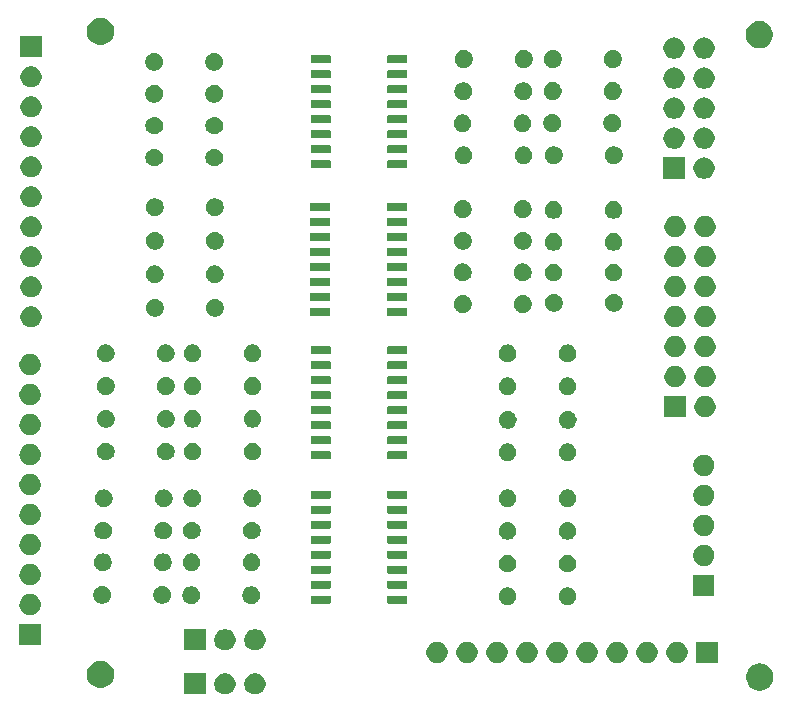
<source format=gbr>
G04 #@! TF.GenerationSoftware,KiCad,Pcbnew,(5.1.5)-3*
G04 #@! TF.CreationDate,2020-09-25T18:51:02-03:00*
G04 #@! TF.ProjectId,Opto,4f70746f-2e6b-4696-9361-645f70636258,rev?*
G04 #@! TF.SameCoordinates,Original*
G04 #@! TF.FileFunction,Soldermask,Top*
G04 #@! TF.FilePolarity,Negative*
%FSLAX46Y46*%
G04 Gerber Fmt 4.6, Leading zero omitted, Abs format (unit mm)*
G04 Created by KiCad (PCBNEW (5.1.5)-3) date 2020-09-25 18:51:02*
%MOMM*%
%LPD*%
G04 APERTURE LIST*
%ADD10C,0.100000*%
G04 APERTURE END LIST*
D10*
G36*
X60123512Y-91493927D02*
G01*
X60272812Y-91523624D01*
X60436784Y-91591544D01*
X60584354Y-91690147D01*
X60709853Y-91815646D01*
X60808456Y-91963216D01*
X60876376Y-92127188D01*
X60911000Y-92301259D01*
X60911000Y-92478741D01*
X60876376Y-92652812D01*
X60808456Y-92816784D01*
X60709853Y-92964354D01*
X60584354Y-93089853D01*
X60436784Y-93188456D01*
X60272812Y-93256376D01*
X60123512Y-93286073D01*
X60098742Y-93291000D01*
X59921258Y-93291000D01*
X59896488Y-93286073D01*
X59747188Y-93256376D01*
X59583216Y-93188456D01*
X59435646Y-93089853D01*
X59310147Y-92964354D01*
X59211544Y-92816784D01*
X59143624Y-92652812D01*
X59109000Y-92478741D01*
X59109000Y-92301259D01*
X59143624Y-92127188D01*
X59211544Y-91963216D01*
X59310147Y-91815646D01*
X59435646Y-91690147D01*
X59583216Y-91591544D01*
X59747188Y-91523624D01*
X59896488Y-91493927D01*
X59921258Y-91489000D01*
X60098742Y-91489000D01*
X60123512Y-91493927D01*
G37*
G36*
X57583512Y-91493927D02*
G01*
X57732812Y-91523624D01*
X57896784Y-91591544D01*
X58044354Y-91690147D01*
X58169853Y-91815646D01*
X58268456Y-91963216D01*
X58336376Y-92127188D01*
X58371000Y-92301259D01*
X58371000Y-92478741D01*
X58336376Y-92652812D01*
X58268456Y-92816784D01*
X58169853Y-92964354D01*
X58044354Y-93089853D01*
X57896784Y-93188456D01*
X57732812Y-93256376D01*
X57583512Y-93286073D01*
X57558742Y-93291000D01*
X57381258Y-93291000D01*
X57356488Y-93286073D01*
X57207188Y-93256376D01*
X57043216Y-93188456D01*
X56895646Y-93089853D01*
X56770147Y-92964354D01*
X56671544Y-92816784D01*
X56603624Y-92652812D01*
X56569000Y-92478741D01*
X56569000Y-92301259D01*
X56603624Y-92127188D01*
X56671544Y-91963216D01*
X56770147Y-91815646D01*
X56895646Y-91690147D01*
X57043216Y-91591544D01*
X57207188Y-91523624D01*
X57356488Y-91493927D01*
X57381258Y-91489000D01*
X57558742Y-91489000D01*
X57583512Y-91493927D01*
G37*
G36*
X55831000Y-93291000D02*
G01*
X54029000Y-93291000D01*
X54029000Y-91489000D01*
X55831000Y-91489000D01*
X55831000Y-93291000D01*
G37*
G36*
X102974549Y-90681116D02*
G01*
X103085734Y-90703232D01*
X103295203Y-90789997D01*
X103483720Y-90915960D01*
X103644040Y-91076280D01*
X103762966Y-91254266D01*
X103770004Y-91264799D01*
X103856768Y-91474267D01*
X103899710Y-91690148D01*
X103901000Y-91696636D01*
X103901000Y-91923364D01*
X103856768Y-92145734D01*
X103770003Y-92355203D01*
X103644040Y-92543720D01*
X103483720Y-92704040D01*
X103295203Y-92830003D01*
X103085734Y-92916768D01*
X102974549Y-92938884D01*
X102863365Y-92961000D01*
X102636635Y-92961000D01*
X102525451Y-92938884D01*
X102414266Y-92916768D01*
X102204797Y-92830003D01*
X102016280Y-92704040D01*
X101855960Y-92543720D01*
X101729997Y-92355203D01*
X101643232Y-92145734D01*
X101599000Y-91923364D01*
X101599000Y-91696636D01*
X101600291Y-91690148D01*
X101643232Y-91474267D01*
X101729996Y-91264799D01*
X101737034Y-91254266D01*
X101855960Y-91076280D01*
X102016280Y-90915960D01*
X102204797Y-90789997D01*
X102414266Y-90703232D01*
X102525451Y-90681116D01*
X102636635Y-90659000D01*
X102863365Y-90659000D01*
X102974549Y-90681116D01*
G37*
G36*
X47164549Y-90461116D02*
G01*
X47275734Y-90483232D01*
X47485203Y-90569997D01*
X47673720Y-90695960D01*
X47834040Y-90856280D01*
X47960003Y-91044797D01*
X48046768Y-91254266D01*
X48091000Y-91476636D01*
X48091000Y-91703364D01*
X48046768Y-91925734D01*
X47960003Y-92135203D01*
X47834040Y-92323720D01*
X47673720Y-92484040D01*
X47485203Y-92610003D01*
X47275734Y-92696768D01*
X47164549Y-92718884D01*
X47053365Y-92741000D01*
X46826635Y-92741000D01*
X46715451Y-92718884D01*
X46604266Y-92696768D01*
X46394797Y-92610003D01*
X46206280Y-92484040D01*
X46045960Y-92323720D01*
X45919997Y-92135203D01*
X45833232Y-91925734D01*
X45789000Y-91703364D01*
X45789000Y-91476636D01*
X45833232Y-91254266D01*
X45919997Y-91044797D01*
X46045960Y-90856280D01*
X46206280Y-90695960D01*
X46394797Y-90569997D01*
X46604266Y-90483232D01*
X46715451Y-90461116D01*
X46826635Y-90439000D01*
X47053365Y-90439000D01*
X47164549Y-90461116D01*
G37*
G36*
X95863512Y-88833927D02*
G01*
X96012812Y-88863624D01*
X96176784Y-88931544D01*
X96324354Y-89030147D01*
X96449853Y-89155646D01*
X96548456Y-89303216D01*
X96616376Y-89467188D01*
X96651000Y-89641259D01*
X96651000Y-89818741D01*
X96616376Y-89992812D01*
X96548456Y-90156784D01*
X96449853Y-90304354D01*
X96324354Y-90429853D01*
X96176784Y-90528456D01*
X96012812Y-90596376D01*
X95863512Y-90626073D01*
X95838742Y-90631000D01*
X95661258Y-90631000D01*
X95636488Y-90626073D01*
X95487188Y-90596376D01*
X95323216Y-90528456D01*
X95175646Y-90429853D01*
X95050147Y-90304354D01*
X94951544Y-90156784D01*
X94883624Y-89992812D01*
X94849000Y-89818741D01*
X94849000Y-89641259D01*
X94883624Y-89467188D01*
X94951544Y-89303216D01*
X95050147Y-89155646D01*
X95175646Y-89030147D01*
X95323216Y-88931544D01*
X95487188Y-88863624D01*
X95636488Y-88833927D01*
X95661258Y-88829000D01*
X95838742Y-88829000D01*
X95863512Y-88833927D01*
G37*
G36*
X75543512Y-88833927D02*
G01*
X75692812Y-88863624D01*
X75856784Y-88931544D01*
X76004354Y-89030147D01*
X76129853Y-89155646D01*
X76228456Y-89303216D01*
X76296376Y-89467188D01*
X76331000Y-89641259D01*
X76331000Y-89818741D01*
X76296376Y-89992812D01*
X76228456Y-90156784D01*
X76129853Y-90304354D01*
X76004354Y-90429853D01*
X75856784Y-90528456D01*
X75692812Y-90596376D01*
X75543512Y-90626073D01*
X75518742Y-90631000D01*
X75341258Y-90631000D01*
X75316488Y-90626073D01*
X75167188Y-90596376D01*
X75003216Y-90528456D01*
X74855646Y-90429853D01*
X74730147Y-90304354D01*
X74631544Y-90156784D01*
X74563624Y-89992812D01*
X74529000Y-89818741D01*
X74529000Y-89641259D01*
X74563624Y-89467188D01*
X74631544Y-89303216D01*
X74730147Y-89155646D01*
X74855646Y-89030147D01*
X75003216Y-88931544D01*
X75167188Y-88863624D01*
X75316488Y-88833927D01*
X75341258Y-88829000D01*
X75518742Y-88829000D01*
X75543512Y-88833927D01*
G37*
G36*
X78083512Y-88833927D02*
G01*
X78232812Y-88863624D01*
X78396784Y-88931544D01*
X78544354Y-89030147D01*
X78669853Y-89155646D01*
X78768456Y-89303216D01*
X78836376Y-89467188D01*
X78871000Y-89641259D01*
X78871000Y-89818741D01*
X78836376Y-89992812D01*
X78768456Y-90156784D01*
X78669853Y-90304354D01*
X78544354Y-90429853D01*
X78396784Y-90528456D01*
X78232812Y-90596376D01*
X78083512Y-90626073D01*
X78058742Y-90631000D01*
X77881258Y-90631000D01*
X77856488Y-90626073D01*
X77707188Y-90596376D01*
X77543216Y-90528456D01*
X77395646Y-90429853D01*
X77270147Y-90304354D01*
X77171544Y-90156784D01*
X77103624Y-89992812D01*
X77069000Y-89818741D01*
X77069000Y-89641259D01*
X77103624Y-89467188D01*
X77171544Y-89303216D01*
X77270147Y-89155646D01*
X77395646Y-89030147D01*
X77543216Y-88931544D01*
X77707188Y-88863624D01*
X77856488Y-88833927D01*
X77881258Y-88829000D01*
X78058742Y-88829000D01*
X78083512Y-88833927D01*
G37*
G36*
X80623512Y-88833927D02*
G01*
X80772812Y-88863624D01*
X80936784Y-88931544D01*
X81084354Y-89030147D01*
X81209853Y-89155646D01*
X81308456Y-89303216D01*
X81376376Y-89467188D01*
X81411000Y-89641259D01*
X81411000Y-89818741D01*
X81376376Y-89992812D01*
X81308456Y-90156784D01*
X81209853Y-90304354D01*
X81084354Y-90429853D01*
X80936784Y-90528456D01*
X80772812Y-90596376D01*
X80623512Y-90626073D01*
X80598742Y-90631000D01*
X80421258Y-90631000D01*
X80396488Y-90626073D01*
X80247188Y-90596376D01*
X80083216Y-90528456D01*
X79935646Y-90429853D01*
X79810147Y-90304354D01*
X79711544Y-90156784D01*
X79643624Y-89992812D01*
X79609000Y-89818741D01*
X79609000Y-89641259D01*
X79643624Y-89467188D01*
X79711544Y-89303216D01*
X79810147Y-89155646D01*
X79935646Y-89030147D01*
X80083216Y-88931544D01*
X80247188Y-88863624D01*
X80396488Y-88833927D01*
X80421258Y-88829000D01*
X80598742Y-88829000D01*
X80623512Y-88833927D01*
G37*
G36*
X83163512Y-88833927D02*
G01*
X83312812Y-88863624D01*
X83476784Y-88931544D01*
X83624354Y-89030147D01*
X83749853Y-89155646D01*
X83848456Y-89303216D01*
X83916376Y-89467188D01*
X83951000Y-89641259D01*
X83951000Y-89818741D01*
X83916376Y-89992812D01*
X83848456Y-90156784D01*
X83749853Y-90304354D01*
X83624354Y-90429853D01*
X83476784Y-90528456D01*
X83312812Y-90596376D01*
X83163512Y-90626073D01*
X83138742Y-90631000D01*
X82961258Y-90631000D01*
X82936488Y-90626073D01*
X82787188Y-90596376D01*
X82623216Y-90528456D01*
X82475646Y-90429853D01*
X82350147Y-90304354D01*
X82251544Y-90156784D01*
X82183624Y-89992812D01*
X82149000Y-89818741D01*
X82149000Y-89641259D01*
X82183624Y-89467188D01*
X82251544Y-89303216D01*
X82350147Y-89155646D01*
X82475646Y-89030147D01*
X82623216Y-88931544D01*
X82787188Y-88863624D01*
X82936488Y-88833927D01*
X82961258Y-88829000D01*
X83138742Y-88829000D01*
X83163512Y-88833927D01*
G37*
G36*
X85703512Y-88833927D02*
G01*
X85852812Y-88863624D01*
X86016784Y-88931544D01*
X86164354Y-89030147D01*
X86289853Y-89155646D01*
X86388456Y-89303216D01*
X86456376Y-89467188D01*
X86491000Y-89641259D01*
X86491000Y-89818741D01*
X86456376Y-89992812D01*
X86388456Y-90156784D01*
X86289853Y-90304354D01*
X86164354Y-90429853D01*
X86016784Y-90528456D01*
X85852812Y-90596376D01*
X85703512Y-90626073D01*
X85678742Y-90631000D01*
X85501258Y-90631000D01*
X85476488Y-90626073D01*
X85327188Y-90596376D01*
X85163216Y-90528456D01*
X85015646Y-90429853D01*
X84890147Y-90304354D01*
X84791544Y-90156784D01*
X84723624Y-89992812D01*
X84689000Y-89818741D01*
X84689000Y-89641259D01*
X84723624Y-89467188D01*
X84791544Y-89303216D01*
X84890147Y-89155646D01*
X85015646Y-89030147D01*
X85163216Y-88931544D01*
X85327188Y-88863624D01*
X85476488Y-88833927D01*
X85501258Y-88829000D01*
X85678742Y-88829000D01*
X85703512Y-88833927D01*
G37*
G36*
X88243512Y-88833927D02*
G01*
X88392812Y-88863624D01*
X88556784Y-88931544D01*
X88704354Y-89030147D01*
X88829853Y-89155646D01*
X88928456Y-89303216D01*
X88996376Y-89467188D01*
X89031000Y-89641259D01*
X89031000Y-89818741D01*
X88996376Y-89992812D01*
X88928456Y-90156784D01*
X88829853Y-90304354D01*
X88704354Y-90429853D01*
X88556784Y-90528456D01*
X88392812Y-90596376D01*
X88243512Y-90626073D01*
X88218742Y-90631000D01*
X88041258Y-90631000D01*
X88016488Y-90626073D01*
X87867188Y-90596376D01*
X87703216Y-90528456D01*
X87555646Y-90429853D01*
X87430147Y-90304354D01*
X87331544Y-90156784D01*
X87263624Y-89992812D01*
X87229000Y-89818741D01*
X87229000Y-89641259D01*
X87263624Y-89467188D01*
X87331544Y-89303216D01*
X87430147Y-89155646D01*
X87555646Y-89030147D01*
X87703216Y-88931544D01*
X87867188Y-88863624D01*
X88016488Y-88833927D01*
X88041258Y-88829000D01*
X88218742Y-88829000D01*
X88243512Y-88833927D01*
G37*
G36*
X90783512Y-88833927D02*
G01*
X90932812Y-88863624D01*
X91096784Y-88931544D01*
X91244354Y-89030147D01*
X91369853Y-89155646D01*
X91468456Y-89303216D01*
X91536376Y-89467188D01*
X91571000Y-89641259D01*
X91571000Y-89818741D01*
X91536376Y-89992812D01*
X91468456Y-90156784D01*
X91369853Y-90304354D01*
X91244354Y-90429853D01*
X91096784Y-90528456D01*
X90932812Y-90596376D01*
X90783512Y-90626073D01*
X90758742Y-90631000D01*
X90581258Y-90631000D01*
X90556488Y-90626073D01*
X90407188Y-90596376D01*
X90243216Y-90528456D01*
X90095646Y-90429853D01*
X89970147Y-90304354D01*
X89871544Y-90156784D01*
X89803624Y-89992812D01*
X89769000Y-89818741D01*
X89769000Y-89641259D01*
X89803624Y-89467188D01*
X89871544Y-89303216D01*
X89970147Y-89155646D01*
X90095646Y-89030147D01*
X90243216Y-88931544D01*
X90407188Y-88863624D01*
X90556488Y-88833927D01*
X90581258Y-88829000D01*
X90758742Y-88829000D01*
X90783512Y-88833927D01*
G37*
G36*
X93323512Y-88833927D02*
G01*
X93472812Y-88863624D01*
X93636784Y-88931544D01*
X93784354Y-89030147D01*
X93909853Y-89155646D01*
X94008456Y-89303216D01*
X94076376Y-89467188D01*
X94111000Y-89641259D01*
X94111000Y-89818741D01*
X94076376Y-89992812D01*
X94008456Y-90156784D01*
X93909853Y-90304354D01*
X93784354Y-90429853D01*
X93636784Y-90528456D01*
X93472812Y-90596376D01*
X93323512Y-90626073D01*
X93298742Y-90631000D01*
X93121258Y-90631000D01*
X93096488Y-90626073D01*
X92947188Y-90596376D01*
X92783216Y-90528456D01*
X92635646Y-90429853D01*
X92510147Y-90304354D01*
X92411544Y-90156784D01*
X92343624Y-89992812D01*
X92309000Y-89818741D01*
X92309000Y-89641259D01*
X92343624Y-89467188D01*
X92411544Y-89303216D01*
X92510147Y-89155646D01*
X92635646Y-89030147D01*
X92783216Y-88931544D01*
X92947188Y-88863624D01*
X93096488Y-88833927D01*
X93121258Y-88829000D01*
X93298742Y-88829000D01*
X93323512Y-88833927D01*
G37*
G36*
X99191000Y-90631000D02*
G01*
X97389000Y-90631000D01*
X97389000Y-88829000D01*
X99191000Y-88829000D01*
X99191000Y-90631000D01*
G37*
G36*
X57583512Y-87763927D02*
G01*
X57732812Y-87793624D01*
X57896784Y-87861544D01*
X58044354Y-87960147D01*
X58169853Y-88085646D01*
X58268456Y-88233216D01*
X58336376Y-88397188D01*
X58371000Y-88571259D01*
X58371000Y-88748741D01*
X58336376Y-88922812D01*
X58268456Y-89086784D01*
X58169853Y-89234354D01*
X58044354Y-89359853D01*
X57896784Y-89458456D01*
X57732812Y-89526376D01*
X57583512Y-89556073D01*
X57558742Y-89561000D01*
X57381258Y-89561000D01*
X57356488Y-89556073D01*
X57207188Y-89526376D01*
X57043216Y-89458456D01*
X56895646Y-89359853D01*
X56770147Y-89234354D01*
X56671544Y-89086784D01*
X56603624Y-88922812D01*
X56569000Y-88748741D01*
X56569000Y-88571259D01*
X56603624Y-88397188D01*
X56671544Y-88233216D01*
X56770147Y-88085646D01*
X56895646Y-87960147D01*
X57043216Y-87861544D01*
X57207188Y-87793624D01*
X57356488Y-87763927D01*
X57381258Y-87759000D01*
X57558742Y-87759000D01*
X57583512Y-87763927D01*
G37*
G36*
X55831000Y-89561000D02*
G01*
X54029000Y-89561000D01*
X54029000Y-87759000D01*
X55831000Y-87759000D01*
X55831000Y-89561000D01*
G37*
G36*
X60123512Y-87763927D02*
G01*
X60272812Y-87793624D01*
X60436784Y-87861544D01*
X60584354Y-87960147D01*
X60709853Y-88085646D01*
X60808456Y-88233216D01*
X60876376Y-88397188D01*
X60911000Y-88571259D01*
X60911000Y-88748741D01*
X60876376Y-88922812D01*
X60808456Y-89086784D01*
X60709853Y-89234354D01*
X60584354Y-89359853D01*
X60436784Y-89458456D01*
X60272812Y-89526376D01*
X60123512Y-89556073D01*
X60098742Y-89561000D01*
X59921258Y-89561000D01*
X59896488Y-89556073D01*
X59747188Y-89526376D01*
X59583216Y-89458456D01*
X59435646Y-89359853D01*
X59310147Y-89234354D01*
X59211544Y-89086784D01*
X59143624Y-88922812D01*
X59109000Y-88748741D01*
X59109000Y-88571259D01*
X59143624Y-88397188D01*
X59211544Y-88233216D01*
X59310147Y-88085646D01*
X59435646Y-87960147D01*
X59583216Y-87861544D01*
X59747188Y-87793624D01*
X59896488Y-87763927D01*
X59921258Y-87759000D01*
X60098742Y-87759000D01*
X60123512Y-87763927D01*
G37*
G36*
X41881000Y-89121000D02*
G01*
X40079000Y-89121000D01*
X40079000Y-87319000D01*
X41881000Y-87319000D01*
X41881000Y-89121000D01*
G37*
G36*
X41093512Y-84783927D02*
G01*
X41242812Y-84813624D01*
X41406784Y-84881544D01*
X41554354Y-84980147D01*
X41679853Y-85105646D01*
X41778456Y-85253216D01*
X41846376Y-85417188D01*
X41876073Y-85566488D01*
X41877855Y-85575445D01*
X41881000Y-85591259D01*
X41881000Y-85768741D01*
X41846376Y-85942812D01*
X41778456Y-86106784D01*
X41679853Y-86254354D01*
X41554354Y-86379853D01*
X41406784Y-86478456D01*
X41242812Y-86546376D01*
X41093512Y-86576073D01*
X41068742Y-86581000D01*
X40891258Y-86581000D01*
X40866488Y-86576073D01*
X40717188Y-86546376D01*
X40553216Y-86478456D01*
X40405646Y-86379853D01*
X40280147Y-86254354D01*
X40181544Y-86106784D01*
X40113624Y-85942812D01*
X40079000Y-85768741D01*
X40079000Y-85591259D01*
X40082146Y-85575445D01*
X40083927Y-85566488D01*
X40113624Y-85417188D01*
X40181544Y-85253216D01*
X40280147Y-85105646D01*
X40405646Y-84980147D01*
X40553216Y-84881544D01*
X40717188Y-84813624D01*
X40866488Y-84783927D01*
X40891258Y-84779000D01*
X41068742Y-84779000D01*
X41093512Y-84783927D01*
G37*
G36*
X86699059Y-84237860D02*
G01*
X86795973Y-84278003D01*
X86835732Y-84294472D01*
X86958735Y-84376660D01*
X87063340Y-84481265D01*
X87145528Y-84604268D01*
X87145529Y-84604270D01*
X87202140Y-84740941D01*
X87231000Y-84886032D01*
X87231000Y-85033968D01*
X87202140Y-85179059D01*
X87186950Y-85215732D01*
X87145528Y-85315732D01*
X87063340Y-85438735D01*
X86958735Y-85543340D01*
X86835732Y-85625528D01*
X86835731Y-85625529D01*
X86835730Y-85625529D01*
X86699059Y-85682140D01*
X86553968Y-85711000D01*
X86406032Y-85711000D01*
X86260941Y-85682140D01*
X86124270Y-85625529D01*
X86124269Y-85625529D01*
X86124268Y-85625528D01*
X86001265Y-85543340D01*
X85896660Y-85438735D01*
X85814472Y-85315732D01*
X85773051Y-85215732D01*
X85757860Y-85179059D01*
X85729000Y-85033968D01*
X85729000Y-84886032D01*
X85757860Y-84740941D01*
X85814471Y-84604270D01*
X85814472Y-84604268D01*
X85896660Y-84481265D01*
X86001265Y-84376660D01*
X86124268Y-84294472D01*
X86164028Y-84278003D01*
X86260941Y-84237860D01*
X86406032Y-84209000D01*
X86553968Y-84209000D01*
X86699059Y-84237860D01*
G37*
G36*
X81619059Y-84237860D02*
G01*
X81715973Y-84278003D01*
X81755732Y-84294472D01*
X81878735Y-84376660D01*
X81983340Y-84481265D01*
X82065528Y-84604268D01*
X82065529Y-84604270D01*
X82122140Y-84740941D01*
X82151000Y-84886032D01*
X82151000Y-85033968D01*
X82122140Y-85179059D01*
X82106950Y-85215732D01*
X82065528Y-85315732D01*
X81983340Y-85438735D01*
X81878735Y-85543340D01*
X81755732Y-85625528D01*
X81755731Y-85625529D01*
X81755730Y-85625529D01*
X81619059Y-85682140D01*
X81473968Y-85711000D01*
X81326032Y-85711000D01*
X81180941Y-85682140D01*
X81044270Y-85625529D01*
X81044269Y-85625529D01*
X81044268Y-85625528D01*
X80921265Y-85543340D01*
X80816660Y-85438735D01*
X80734472Y-85315732D01*
X80693051Y-85215732D01*
X80677860Y-85179059D01*
X80649000Y-85033968D01*
X80649000Y-84886032D01*
X80677860Y-84740941D01*
X80734471Y-84604270D01*
X80734472Y-84604268D01*
X80816660Y-84481265D01*
X80921265Y-84376660D01*
X81044268Y-84294472D01*
X81084028Y-84278003D01*
X81180941Y-84237860D01*
X81326032Y-84209000D01*
X81473968Y-84209000D01*
X81619059Y-84237860D01*
G37*
G36*
X54829059Y-84167860D02*
G01*
X54928380Y-84209000D01*
X54965732Y-84224472D01*
X55088735Y-84306660D01*
X55193340Y-84411265D01*
X55255484Y-84504270D01*
X55275529Y-84534270D01*
X55332140Y-84670941D01*
X55361000Y-84816032D01*
X55361000Y-84963968D01*
X55332140Y-85109059D01*
X55287955Y-85215732D01*
X55275528Y-85245732D01*
X55193340Y-85368735D01*
X55088735Y-85473340D01*
X54965732Y-85555528D01*
X54965731Y-85555529D01*
X54965730Y-85555529D01*
X54829059Y-85612140D01*
X54683968Y-85641000D01*
X54536032Y-85641000D01*
X54390941Y-85612140D01*
X54254270Y-85555529D01*
X54254269Y-85555529D01*
X54254268Y-85555528D01*
X54131265Y-85473340D01*
X54026660Y-85368735D01*
X53944472Y-85245732D01*
X53932046Y-85215732D01*
X53887860Y-85109059D01*
X53859000Y-84963968D01*
X53859000Y-84816032D01*
X53887860Y-84670941D01*
X53944471Y-84534270D01*
X53964516Y-84504270D01*
X54026660Y-84411265D01*
X54131265Y-84306660D01*
X54254268Y-84224472D01*
X54291621Y-84209000D01*
X54390941Y-84167860D01*
X54536032Y-84139000D01*
X54683968Y-84139000D01*
X54829059Y-84167860D01*
G37*
G36*
X59909059Y-84167860D02*
G01*
X60008380Y-84209000D01*
X60045732Y-84224472D01*
X60168735Y-84306660D01*
X60273340Y-84411265D01*
X60335484Y-84504270D01*
X60355529Y-84534270D01*
X60412140Y-84670941D01*
X60441000Y-84816032D01*
X60441000Y-84963968D01*
X60412140Y-85109059D01*
X60367955Y-85215732D01*
X60355528Y-85245732D01*
X60273340Y-85368735D01*
X60168735Y-85473340D01*
X60045732Y-85555528D01*
X60045731Y-85555529D01*
X60045730Y-85555529D01*
X59909059Y-85612140D01*
X59763968Y-85641000D01*
X59616032Y-85641000D01*
X59470941Y-85612140D01*
X59334270Y-85555529D01*
X59334269Y-85555529D01*
X59334268Y-85555528D01*
X59211265Y-85473340D01*
X59106660Y-85368735D01*
X59024472Y-85245732D01*
X59012046Y-85215732D01*
X58967860Y-85109059D01*
X58939000Y-84963968D01*
X58939000Y-84816032D01*
X58967860Y-84670941D01*
X59024471Y-84534270D01*
X59044516Y-84504270D01*
X59106660Y-84411265D01*
X59211265Y-84306660D01*
X59334268Y-84224472D01*
X59371621Y-84209000D01*
X59470941Y-84167860D01*
X59616032Y-84139000D01*
X59763968Y-84139000D01*
X59909059Y-84167860D01*
G37*
G36*
X72839928Y-84926764D02*
G01*
X72861009Y-84933160D01*
X72880445Y-84943548D01*
X72897476Y-84957524D01*
X72911452Y-84974555D01*
X72921840Y-84993991D01*
X72928236Y-85015072D01*
X72931000Y-85043140D01*
X72931000Y-85506860D01*
X72928236Y-85534928D01*
X72921840Y-85556009D01*
X72911452Y-85575445D01*
X72897476Y-85592476D01*
X72880445Y-85606452D01*
X72861009Y-85616840D01*
X72839928Y-85623236D01*
X72811860Y-85626000D01*
X71348140Y-85626000D01*
X71320072Y-85623236D01*
X71298991Y-85616840D01*
X71279555Y-85606452D01*
X71262524Y-85592476D01*
X71248548Y-85575445D01*
X71238160Y-85556009D01*
X71231764Y-85534928D01*
X71229000Y-85506860D01*
X71229000Y-85043140D01*
X71231764Y-85015072D01*
X71238160Y-84993991D01*
X71248548Y-84974555D01*
X71262524Y-84957524D01*
X71279555Y-84943548D01*
X71298991Y-84933160D01*
X71320072Y-84926764D01*
X71348140Y-84924000D01*
X72811860Y-84924000D01*
X72839928Y-84926764D01*
G37*
G36*
X66339928Y-84926764D02*
G01*
X66361009Y-84933160D01*
X66380445Y-84943548D01*
X66397476Y-84957524D01*
X66411452Y-84974555D01*
X66421840Y-84993991D01*
X66428236Y-85015072D01*
X66431000Y-85043140D01*
X66431000Y-85506860D01*
X66428236Y-85534928D01*
X66421840Y-85556009D01*
X66411452Y-85575445D01*
X66397476Y-85592476D01*
X66380445Y-85606452D01*
X66361009Y-85616840D01*
X66339928Y-85623236D01*
X66311860Y-85626000D01*
X64848140Y-85626000D01*
X64820072Y-85623236D01*
X64798991Y-85616840D01*
X64779555Y-85606452D01*
X64762524Y-85592476D01*
X64748548Y-85575445D01*
X64738160Y-85556009D01*
X64731764Y-85534928D01*
X64729000Y-85506860D01*
X64729000Y-85043140D01*
X64731764Y-85015072D01*
X64738160Y-84993991D01*
X64748548Y-84974555D01*
X64762524Y-84957524D01*
X64779555Y-84943548D01*
X64798991Y-84933160D01*
X64820072Y-84926764D01*
X64848140Y-84924000D01*
X66311860Y-84924000D01*
X66339928Y-84926764D01*
G37*
G36*
X52379059Y-84137860D02*
G01*
X52515732Y-84194472D01*
X52638735Y-84276660D01*
X52743340Y-84381265D01*
X52810158Y-84481265D01*
X52825529Y-84504270D01*
X52882140Y-84640941D01*
X52911000Y-84786032D01*
X52911000Y-84933968D01*
X52901814Y-84980148D01*
X52882140Y-85079059D01*
X52825528Y-85215732D01*
X52743340Y-85338735D01*
X52638735Y-85443340D01*
X52515732Y-85525528D01*
X52515731Y-85525529D01*
X52515730Y-85525529D01*
X52379059Y-85582140D01*
X52233968Y-85611000D01*
X52086032Y-85611000D01*
X51940941Y-85582140D01*
X51804270Y-85525529D01*
X51804269Y-85525529D01*
X51804268Y-85525528D01*
X51681265Y-85443340D01*
X51576660Y-85338735D01*
X51494472Y-85215732D01*
X51437860Y-85079059D01*
X51418186Y-84980148D01*
X51409000Y-84933968D01*
X51409000Y-84786032D01*
X51437860Y-84640941D01*
X51494471Y-84504270D01*
X51509842Y-84481265D01*
X51576660Y-84381265D01*
X51681265Y-84276660D01*
X51804268Y-84194472D01*
X51940941Y-84137860D01*
X52086032Y-84109000D01*
X52233968Y-84109000D01*
X52379059Y-84137860D01*
G37*
G36*
X47299059Y-84137860D02*
G01*
X47435732Y-84194472D01*
X47558735Y-84276660D01*
X47663340Y-84381265D01*
X47730158Y-84481265D01*
X47745529Y-84504270D01*
X47802140Y-84640941D01*
X47831000Y-84786032D01*
X47831000Y-84933968D01*
X47821814Y-84980148D01*
X47802140Y-85079059D01*
X47745528Y-85215732D01*
X47663340Y-85338735D01*
X47558735Y-85443340D01*
X47435732Y-85525528D01*
X47435731Y-85525529D01*
X47435730Y-85525529D01*
X47299059Y-85582140D01*
X47153968Y-85611000D01*
X47006032Y-85611000D01*
X46860941Y-85582140D01*
X46724270Y-85525529D01*
X46724269Y-85525529D01*
X46724268Y-85525528D01*
X46601265Y-85443340D01*
X46496660Y-85338735D01*
X46414472Y-85215732D01*
X46357860Y-85079059D01*
X46338186Y-84980148D01*
X46329000Y-84933968D01*
X46329000Y-84786032D01*
X46357860Y-84640941D01*
X46414471Y-84504270D01*
X46429842Y-84481265D01*
X46496660Y-84381265D01*
X46601265Y-84276660D01*
X46724268Y-84194472D01*
X46860941Y-84137860D01*
X47006032Y-84109000D01*
X47153968Y-84109000D01*
X47299059Y-84137860D01*
G37*
G36*
X98921000Y-84951000D02*
G01*
X97119000Y-84951000D01*
X97119000Y-83149000D01*
X98921000Y-83149000D01*
X98921000Y-84951000D01*
G37*
G36*
X66339928Y-83656764D02*
G01*
X66361009Y-83663160D01*
X66380445Y-83673548D01*
X66397476Y-83687524D01*
X66411452Y-83704555D01*
X66421840Y-83723991D01*
X66428236Y-83745072D01*
X66431000Y-83773140D01*
X66431000Y-84236860D01*
X66428236Y-84264928D01*
X66421840Y-84286009D01*
X66411452Y-84305445D01*
X66397476Y-84322476D01*
X66380445Y-84336452D01*
X66361009Y-84346840D01*
X66339928Y-84353236D01*
X66311860Y-84356000D01*
X64848140Y-84356000D01*
X64820072Y-84353236D01*
X64798991Y-84346840D01*
X64779555Y-84336452D01*
X64762524Y-84322476D01*
X64748548Y-84305445D01*
X64738160Y-84286009D01*
X64731764Y-84264928D01*
X64729000Y-84236860D01*
X64729000Y-83773140D01*
X64731764Y-83745072D01*
X64738160Y-83723991D01*
X64748548Y-83704555D01*
X64762524Y-83687524D01*
X64779555Y-83673548D01*
X64798991Y-83663160D01*
X64820072Y-83656764D01*
X64848140Y-83654000D01*
X66311860Y-83654000D01*
X66339928Y-83656764D01*
G37*
G36*
X72839928Y-83656764D02*
G01*
X72861009Y-83663160D01*
X72880445Y-83673548D01*
X72897476Y-83687524D01*
X72911452Y-83704555D01*
X72921840Y-83723991D01*
X72928236Y-83745072D01*
X72931000Y-83773140D01*
X72931000Y-84236860D01*
X72928236Y-84264928D01*
X72921840Y-84286009D01*
X72911452Y-84305445D01*
X72897476Y-84322476D01*
X72880445Y-84336452D01*
X72861009Y-84346840D01*
X72839928Y-84353236D01*
X72811860Y-84356000D01*
X71348140Y-84356000D01*
X71320072Y-84353236D01*
X71298991Y-84346840D01*
X71279555Y-84336452D01*
X71262524Y-84322476D01*
X71248548Y-84305445D01*
X71238160Y-84286009D01*
X71231764Y-84264928D01*
X71229000Y-84236860D01*
X71229000Y-83773140D01*
X71231764Y-83745072D01*
X71238160Y-83723991D01*
X71248548Y-83704555D01*
X71262524Y-83687524D01*
X71279555Y-83673548D01*
X71298991Y-83663160D01*
X71320072Y-83656764D01*
X71348140Y-83654000D01*
X72811860Y-83654000D01*
X72839928Y-83656764D01*
G37*
G36*
X41093512Y-82243927D02*
G01*
X41242812Y-82273624D01*
X41406784Y-82341544D01*
X41554354Y-82440147D01*
X41679853Y-82565646D01*
X41778456Y-82713216D01*
X41846376Y-82877188D01*
X41876073Y-83026488D01*
X41877855Y-83035445D01*
X41881000Y-83051259D01*
X41881000Y-83228741D01*
X41846376Y-83402812D01*
X41778456Y-83566784D01*
X41679853Y-83714354D01*
X41554354Y-83839853D01*
X41406784Y-83938456D01*
X41242812Y-84006376D01*
X41093512Y-84036073D01*
X41068742Y-84041000D01*
X40891258Y-84041000D01*
X40866488Y-84036073D01*
X40717188Y-84006376D01*
X40553216Y-83938456D01*
X40405646Y-83839853D01*
X40280147Y-83714354D01*
X40181544Y-83566784D01*
X40113624Y-83402812D01*
X40079000Y-83228741D01*
X40079000Y-83051259D01*
X40082146Y-83035445D01*
X40083927Y-83026488D01*
X40113624Y-82877188D01*
X40181544Y-82713216D01*
X40280147Y-82565646D01*
X40405646Y-82440147D01*
X40553216Y-82341544D01*
X40717188Y-82273624D01*
X40866488Y-82243927D01*
X40891258Y-82239000D01*
X41068742Y-82239000D01*
X41093512Y-82243927D01*
G37*
G36*
X72839928Y-82386764D02*
G01*
X72861009Y-82393160D01*
X72880445Y-82403548D01*
X72897476Y-82417524D01*
X72911452Y-82434555D01*
X72921840Y-82453991D01*
X72928236Y-82475072D01*
X72931000Y-82503140D01*
X72931000Y-82966860D01*
X72928236Y-82994928D01*
X72921840Y-83016009D01*
X72911452Y-83035445D01*
X72897476Y-83052476D01*
X72880445Y-83066452D01*
X72861009Y-83076840D01*
X72839928Y-83083236D01*
X72811860Y-83086000D01*
X71348140Y-83086000D01*
X71320072Y-83083236D01*
X71298991Y-83076840D01*
X71279555Y-83066452D01*
X71262524Y-83052476D01*
X71248548Y-83035445D01*
X71238160Y-83016009D01*
X71231764Y-82994928D01*
X71229000Y-82966860D01*
X71229000Y-82503140D01*
X71231764Y-82475072D01*
X71238160Y-82453991D01*
X71248548Y-82434555D01*
X71262524Y-82417524D01*
X71279555Y-82403548D01*
X71298991Y-82393160D01*
X71320072Y-82386764D01*
X71348140Y-82384000D01*
X72811860Y-82384000D01*
X72839928Y-82386764D01*
G37*
G36*
X66339928Y-82386764D02*
G01*
X66361009Y-82393160D01*
X66380445Y-82403548D01*
X66397476Y-82417524D01*
X66411452Y-82434555D01*
X66421840Y-82453991D01*
X66428236Y-82475072D01*
X66431000Y-82503140D01*
X66431000Y-82966860D01*
X66428236Y-82994928D01*
X66421840Y-83016009D01*
X66411452Y-83035445D01*
X66397476Y-83052476D01*
X66380445Y-83066452D01*
X66361009Y-83076840D01*
X66339928Y-83083236D01*
X66311860Y-83086000D01*
X64848140Y-83086000D01*
X64820072Y-83083236D01*
X64798991Y-83076840D01*
X64779555Y-83066452D01*
X64762524Y-83052476D01*
X64748548Y-83035445D01*
X64738160Y-83016009D01*
X64731764Y-82994928D01*
X64729000Y-82966860D01*
X64729000Y-82503140D01*
X64731764Y-82475072D01*
X64738160Y-82453991D01*
X64748548Y-82434555D01*
X64762524Y-82417524D01*
X64779555Y-82403548D01*
X64798991Y-82393160D01*
X64820072Y-82386764D01*
X64848140Y-82384000D01*
X66311860Y-82384000D01*
X66339928Y-82386764D01*
G37*
G36*
X86699059Y-81474526D02*
G01*
X86835732Y-81531138D01*
X86958735Y-81613326D01*
X87063340Y-81717931D01*
X87145528Y-81840934D01*
X87145529Y-81840936D01*
X87202140Y-81977607D01*
X87231000Y-82122698D01*
X87231000Y-82270634D01*
X87202140Y-82415725D01*
X87165932Y-82503140D01*
X87145528Y-82552398D01*
X87063340Y-82675401D01*
X86958735Y-82780006D01*
X86835732Y-82862194D01*
X86835731Y-82862195D01*
X86835730Y-82862195D01*
X86699059Y-82918806D01*
X86553968Y-82947666D01*
X86406032Y-82947666D01*
X86260941Y-82918806D01*
X86124270Y-82862195D01*
X86124269Y-82862195D01*
X86124268Y-82862194D01*
X86001265Y-82780006D01*
X85896660Y-82675401D01*
X85814472Y-82552398D01*
X85794069Y-82503140D01*
X85757860Y-82415725D01*
X85729000Y-82270634D01*
X85729000Y-82122698D01*
X85757860Y-81977607D01*
X85814471Y-81840936D01*
X85814472Y-81840934D01*
X85896660Y-81717931D01*
X86001265Y-81613326D01*
X86124268Y-81531138D01*
X86260941Y-81474526D01*
X86406032Y-81445666D01*
X86553968Y-81445666D01*
X86699059Y-81474526D01*
G37*
G36*
X81619059Y-81474526D02*
G01*
X81755732Y-81531138D01*
X81878735Y-81613326D01*
X81983340Y-81717931D01*
X82065528Y-81840934D01*
X82065529Y-81840936D01*
X82122140Y-81977607D01*
X82151000Y-82122698D01*
X82151000Y-82270634D01*
X82122140Y-82415725D01*
X82085932Y-82503140D01*
X82065528Y-82552398D01*
X81983340Y-82675401D01*
X81878735Y-82780006D01*
X81755732Y-82862194D01*
X81755731Y-82862195D01*
X81755730Y-82862195D01*
X81619059Y-82918806D01*
X81473968Y-82947666D01*
X81326032Y-82947666D01*
X81180941Y-82918806D01*
X81044270Y-82862195D01*
X81044269Y-82862195D01*
X81044268Y-82862194D01*
X80921265Y-82780006D01*
X80816660Y-82675401D01*
X80734472Y-82552398D01*
X80714069Y-82503140D01*
X80677860Y-82415725D01*
X80649000Y-82270634D01*
X80649000Y-82122698D01*
X80677860Y-81977607D01*
X80734471Y-81840936D01*
X80734472Y-81840934D01*
X80816660Y-81717931D01*
X80921265Y-81613326D01*
X81044268Y-81531138D01*
X81180941Y-81474526D01*
X81326032Y-81445666D01*
X81473968Y-81445666D01*
X81619059Y-81474526D01*
G37*
G36*
X52388785Y-81367860D02*
G01*
X52439059Y-81377860D01*
X52575732Y-81434472D01*
X52698735Y-81516660D01*
X52803340Y-81621265D01*
X52881342Y-81738003D01*
X52885529Y-81744270D01*
X52942140Y-81880941D01*
X52971000Y-82026032D01*
X52971000Y-82173968D01*
X52942140Y-82319059D01*
X52902100Y-82415725D01*
X52885528Y-82455732D01*
X52803340Y-82578735D01*
X52698735Y-82683340D01*
X52575732Y-82765528D01*
X52575731Y-82765529D01*
X52575730Y-82765529D01*
X52439059Y-82822140D01*
X52293968Y-82851000D01*
X52146032Y-82851000D01*
X52000941Y-82822140D01*
X51864270Y-82765529D01*
X51864269Y-82765529D01*
X51864268Y-82765528D01*
X51741265Y-82683340D01*
X51636660Y-82578735D01*
X51554472Y-82455732D01*
X51537901Y-82415725D01*
X51497860Y-82319059D01*
X51469000Y-82173968D01*
X51469000Y-82026032D01*
X51497860Y-81880941D01*
X51554471Y-81744270D01*
X51558658Y-81738003D01*
X51636660Y-81621265D01*
X51741265Y-81516660D01*
X51864268Y-81434472D01*
X52000941Y-81377860D01*
X52051215Y-81367860D01*
X52146032Y-81349000D01*
X52293968Y-81349000D01*
X52388785Y-81367860D01*
G37*
G36*
X47308785Y-81367860D02*
G01*
X47359059Y-81377860D01*
X47495732Y-81434472D01*
X47618735Y-81516660D01*
X47723340Y-81621265D01*
X47801342Y-81738003D01*
X47805529Y-81744270D01*
X47862140Y-81880941D01*
X47891000Y-82026032D01*
X47891000Y-82173968D01*
X47862140Y-82319059D01*
X47822100Y-82415725D01*
X47805528Y-82455732D01*
X47723340Y-82578735D01*
X47618735Y-82683340D01*
X47495732Y-82765528D01*
X47495731Y-82765529D01*
X47495730Y-82765529D01*
X47359059Y-82822140D01*
X47213968Y-82851000D01*
X47066032Y-82851000D01*
X46920941Y-82822140D01*
X46784270Y-82765529D01*
X46784269Y-82765529D01*
X46784268Y-82765528D01*
X46661265Y-82683340D01*
X46556660Y-82578735D01*
X46474472Y-82455732D01*
X46457901Y-82415725D01*
X46417860Y-82319059D01*
X46389000Y-82173968D01*
X46389000Y-82026032D01*
X46417860Y-81880941D01*
X46474471Y-81744270D01*
X46478658Y-81738003D01*
X46556660Y-81621265D01*
X46661265Y-81516660D01*
X46784268Y-81434472D01*
X46920941Y-81377860D01*
X46971215Y-81367860D01*
X47066032Y-81349000D01*
X47213968Y-81349000D01*
X47308785Y-81367860D01*
G37*
G36*
X54859059Y-81367860D02*
G01*
X54987976Y-81421259D01*
X54995732Y-81424472D01*
X55118735Y-81506660D01*
X55223340Y-81611265D01*
X55294612Y-81717931D01*
X55305529Y-81734270D01*
X55362140Y-81870941D01*
X55391000Y-82016032D01*
X55391000Y-82163968D01*
X55362140Y-82309059D01*
X55307842Y-82440147D01*
X55305528Y-82445732D01*
X55223340Y-82568735D01*
X55118735Y-82673340D01*
X54995732Y-82755528D01*
X54995731Y-82755529D01*
X54995730Y-82755529D01*
X54859059Y-82812140D01*
X54713968Y-82841000D01*
X54566032Y-82841000D01*
X54420941Y-82812140D01*
X54284270Y-82755529D01*
X54284269Y-82755529D01*
X54284268Y-82755528D01*
X54161265Y-82673340D01*
X54056660Y-82568735D01*
X53974472Y-82445732D01*
X53972159Y-82440147D01*
X53917860Y-82309059D01*
X53889000Y-82163968D01*
X53889000Y-82016032D01*
X53917860Y-81870941D01*
X53974471Y-81734270D01*
X53985388Y-81717931D01*
X54056660Y-81611265D01*
X54161265Y-81506660D01*
X54284268Y-81424472D01*
X54292025Y-81421259D01*
X54420941Y-81367860D01*
X54566032Y-81339000D01*
X54713968Y-81339000D01*
X54859059Y-81367860D01*
G37*
G36*
X59939059Y-81367860D02*
G01*
X60067976Y-81421259D01*
X60075732Y-81424472D01*
X60198735Y-81506660D01*
X60303340Y-81611265D01*
X60374612Y-81717931D01*
X60385529Y-81734270D01*
X60442140Y-81870941D01*
X60471000Y-82016032D01*
X60471000Y-82163968D01*
X60442140Y-82309059D01*
X60387842Y-82440147D01*
X60385528Y-82445732D01*
X60303340Y-82568735D01*
X60198735Y-82673340D01*
X60075732Y-82755528D01*
X60075731Y-82755529D01*
X60075730Y-82755529D01*
X59939059Y-82812140D01*
X59793968Y-82841000D01*
X59646032Y-82841000D01*
X59500941Y-82812140D01*
X59364270Y-82755529D01*
X59364269Y-82755529D01*
X59364268Y-82755528D01*
X59241265Y-82673340D01*
X59136660Y-82568735D01*
X59054472Y-82445732D01*
X59052159Y-82440147D01*
X58997860Y-82309059D01*
X58969000Y-82163968D01*
X58969000Y-82016032D01*
X58997860Y-81870941D01*
X59054471Y-81734270D01*
X59065388Y-81717931D01*
X59136660Y-81611265D01*
X59241265Y-81506660D01*
X59364268Y-81424472D01*
X59372025Y-81421259D01*
X59500941Y-81367860D01*
X59646032Y-81339000D01*
X59793968Y-81339000D01*
X59939059Y-81367860D01*
G37*
G36*
X98133512Y-80613927D02*
G01*
X98282812Y-80643624D01*
X98446784Y-80711544D01*
X98594354Y-80810147D01*
X98719853Y-80935646D01*
X98818456Y-81083216D01*
X98886376Y-81247188D01*
X98916073Y-81396488D01*
X98921000Y-81421258D01*
X98921000Y-81598742D01*
X98918099Y-81613325D01*
X98886376Y-81772812D01*
X98818456Y-81936784D01*
X98719853Y-82084354D01*
X98594354Y-82209853D01*
X98446784Y-82308456D01*
X98282812Y-82376376D01*
X98133512Y-82406073D01*
X98108742Y-82411000D01*
X97931258Y-82411000D01*
X97906488Y-82406073D01*
X97757188Y-82376376D01*
X97593216Y-82308456D01*
X97445646Y-82209853D01*
X97320147Y-82084354D01*
X97221544Y-81936784D01*
X97153624Y-81772812D01*
X97121901Y-81613325D01*
X97119000Y-81598742D01*
X97119000Y-81421258D01*
X97123927Y-81396488D01*
X97153624Y-81247188D01*
X97221544Y-81083216D01*
X97320147Y-80935646D01*
X97445646Y-80810147D01*
X97593216Y-80711544D01*
X97757188Y-80643624D01*
X97906488Y-80613927D01*
X97931258Y-80609000D01*
X98108742Y-80609000D01*
X98133512Y-80613927D01*
G37*
G36*
X66339928Y-81116764D02*
G01*
X66361009Y-81123160D01*
X66380445Y-81133548D01*
X66397476Y-81147524D01*
X66411452Y-81164555D01*
X66421840Y-81183991D01*
X66428236Y-81205072D01*
X66431000Y-81233140D01*
X66431000Y-81696860D01*
X66428236Y-81724928D01*
X66421840Y-81746009D01*
X66411452Y-81765445D01*
X66397476Y-81782476D01*
X66380445Y-81796452D01*
X66361009Y-81806840D01*
X66339928Y-81813236D01*
X66311860Y-81816000D01*
X64848140Y-81816000D01*
X64820072Y-81813236D01*
X64798991Y-81806840D01*
X64779555Y-81796452D01*
X64762524Y-81782476D01*
X64748548Y-81765445D01*
X64738160Y-81746009D01*
X64731764Y-81724928D01*
X64729000Y-81696860D01*
X64729000Y-81233140D01*
X64731764Y-81205072D01*
X64738160Y-81183991D01*
X64748548Y-81164555D01*
X64762524Y-81147524D01*
X64779555Y-81133548D01*
X64798991Y-81123160D01*
X64820072Y-81116764D01*
X64848140Y-81114000D01*
X66311860Y-81114000D01*
X66339928Y-81116764D01*
G37*
G36*
X72839928Y-81116764D02*
G01*
X72861009Y-81123160D01*
X72880445Y-81133548D01*
X72897476Y-81147524D01*
X72911452Y-81164555D01*
X72921840Y-81183991D01*
X72928236Y-81205072D01*
X72931000Y-81233140D01*
X72931000Y-81696860D01*
X72928236Y-81724928D01*
X72921840Y-81746009D01*
X72911452Y-81765445D01*
X72897476Y-81782476D01*
X72880445Y-81796452D01*
X72861009Y-81806840D01*
X72839928Y-81813236D01*
X72811860Y-81816000D01*
X71348140Y-81816000D01*
X71320072Y-81813236D01*
X71298991Y-81806840D01*
X71279555Y-81796452D01*
X71262524Y-81782476D01*
X71248548Y-81765445D01*
X71238160Y-81746009D01*
X71231764Y-81724928D01*
X71229000Y-81696860D01*
X71229000Y-81233140D01*
X71231764Y-81205072D01*
X71238160Y-81183991D01*
X71248548Y-81164555D01*
X71262524Y-81147524D01*
X71279555Y-81133548D01*
X71298991Y-81123160D01*
X71320072Y-81116764D01*
X71348140Y-81114000D01*
X72811860Y-81114000D01*
X72839928Y-81116764D01*
G37*
G36*
X41093512Y-79703927D02*
G01*
X41242812Y-79733624D01*
X41406784Y-79801544D01*
X41554354Y-79900147D01*
X41679853Y-80025646D01*
X41778456Y-80173216D01*
X41846376Y-80337188D01*
X41876073Y-80486488D01*
X41877855Y-80495445D01*
X41881000Y-80511259D01*
X41881000Y-80688741D01*
X41846376Y-80862812D01*
X41778456Y-81026784D01*
X41679853Y-81174354D01*
X41554354Y-81299853D01*
X41406784Y-81398456D01*
X41242812Y-81466376D01*
X41093512Y-81496073D01*
X41068742Y-81501000D01*
X40891258Y-81501000D01*
X40866488Y-81496073D01*
X40717188Y-81466376D01*
X40553216Y-81398456D01*
X40405646Y-81299853D01*
X40280147Y-81174354D01*
X40181544Y-81026784D01*
X40113624Y-80862812D01*
X40079000Y-80688741D01*
X40079000Y-80511259D01*
X40082146Y-80495445D01*
X40083927Y-80486488D01*
X40113624Y-80337188D01*
X40181544Y-80173216D01*
X40280147Y-80025646D01*
X40405646Y-79900147D01*
X40553216Y-79801544D01*
X40717188Y-79733624D01*
X40866488Y-79703927D01*
X40891258Y-79699000D01*
X41068742Y-79699000D01*
X41093512Y-79703927D01*
G37*
G36*
X72839928Y-79846764D02*
G01*
X72861009Y-79853160D01*
X72880445Y-79863548D01*
X72897476Y-79877524D01*
X72911452Y-79894555D01*
X72921840Y-79913991D01*
X72928236Y-79935072D01*
X72931000Y-79963140D01*
X72931000Y-80426860D01*
X72928236Y-80454928D01*
X72921840Y-80476009D01*
X72911452Y-80495445D01*
X72897476Y-80512476D01*
X72880445Y-80526452D01*
X72861009Y-80536840D01*
X72839928Y-80543236D01*
X72811860Y-80546000D01*
X71348140Y-80546000D01*
X71320072Y-80543236D01*
X71298991Y-80536840D01*
X71279555Y-80526452D01*
X71262524Y-80512476D01*
X71248548Y-80495445D01*
X71238160Y-80476009D01*
X71231764Y-80454928D01*
X71229000Y-80426860D01*
X71229000Y-79963140D01*
X71231764Y-79935072D01*
X71238160Y-79913991D01*
X71248548Y-79894555D01*
X71262524Y-79877524D01*
X71279555Y-79863548D01*
X71298991Y-79853160D01*
X71320072Y-79846764D01*
X71348140Y-79844000D01*
X72811860Y-79844000D01*
X72839928Y-79846764D01*
G37*
G36*
X66339928Y-79846764D02*
G01*
X66361009Y-79853160D01*
X66380445Y-79863548D01*
X66397476Y-79877524D01*
X66411452Y-79894555D01*
X66421840Y-79913991D01*
X66428236Y-79935072D01*
X66431000Y-79963140D01*
X66431000Y-80426860D01*
X66428236Y-80454928D01*
X66421840Y-80476009D01*
X66411452Y-80495445D01*
X66397476Y-80512476D01*
X66380445Y-80526452D01*
X66361009Y-80536840D01*
X66339928Y-80543236D01*
X66311860Y-80546000D01*
X64848140Y-80546000D01*
X64820072Y-80543236D01*
X64798991Y-80536840D01*
X64779555Y-80526452D01*
X64762524Y-80512476D01*
X64748548Y-80495445D01*
X64738160Y-80476009D01*
X64731764Y-80454928D01*
X64729000Y-80426860D01*
X64729000Y-79963140D01*
X64731764Y-79935072D01*
X64738160Y-79913991D01*
X64748548Y-79894555D01*
X64762524Y-79877524D01*
X64779555Y-79863548D01*
X64798991Y-79853160D01*
X64820072Y-79846764D01*
X64848140Y-79844000D01*
X66311860Y-79844000D01*
X66339928Y-79846764D01*
G37*
G36*
X81619059Y-78711193D02*
G01*
X81736535Y-78759853D01*
X81755732Y-78767805D01*
X81878735Y-78849993D01*
X81983340Y-78954598D01*
X82065528Y-79077601D01*
X82065529Y-79077603D01*
X82122140Y-79214274D01*
X82151000Y-79359365D01*
X82151000Y-79507301D01*
X82122140Y-79652392D01*
X82088493Y-79733624D01*
X82065528Y-79789065D01*
X81983340Y-79912068D01*
X81878735Y-80016673D01*
X81755732Y-80098861D01*
X81755731Y-80098862D01*
X81755730Y-80098862D01*
X81619059Y-80155473D01*
X81473968Y-80184333D01*
X81326032Y-80184333D01*
X81180941Y-80155473D01*
X81044270Y-80098862D01*
X81044269Y-80098862D01*
X81044268Y-80098861D01*
X80921265Y-80016673D01*
X80816660Y-79912068D01*
X80734472Y-79789065D01*
X80711508Y-79733624D01*
X80677860Y-79652392D01*
X80649000Y-79507301D01*
X80649000Y-79359365D01*
X80677860Y-79214274D01*
X80734471Y-79077603D01*
X80734472Y-79077601D01*
X80816660Y-78954598D01*
X80921265Y-78849993D01*
X81044268Y-78767805D01*
X81063466Y-78759853D01*
X81180941Y-78711193D01*
X81326032Y-78682333D01*
X81473968Y-78682333D01*
X81619059Y-78711193D01*
G37*
G36*
X86699059Y-78711193D02*
G01*
X86816535Y-78759853D01*
X86835732Y-78767805D01*
X86958735Y-78849993D01*
X87063340Y-78954598D01*
X87145528Y-79077601D01*
X87145529Y-79077603D01*
X87202140Y-79214274D01*
X87231000Y-79359365D01*
X87231000Y-79507301D01*
X87202140Y-79652392D01*
X87168493Y-79733624D01*
X87145528Y-79789065D01*
X87063340Y-79912068D01*
X86958735Y-80016673D01*
X86835732Y-80098861D01*
X86835731Y-80098862D01*
X86835730Y-80098862D01*
X86699059Y-80155473D01*
X86553968Y-80184333D01*
X86406032Y-80184333D01*
X86260941Y-80155473D01*
X86124270Y-80098862D01*
X86124269Y-80098862D01*
X86124268Y-80098861D01*
X86001265Y-80016673D01*
X85896660Y-79912068D01*
X85814472Y-79789065D01*
X85791508Y-79733624D01*
X85757860Y-79652392D01*
X85729000Y-79507301D01*
X85729000Y-79359365D01*
X85757860Y-79214274D01*
X85814471Y-79077603D01*
X85814472Y-79077601D01*
X85896660Y-78954598D01*
X86001265Y-78849993D01*
X86124268Y-78767805D01*
X86143466Y-78759853D01*
X86260941Y-78711193D01*
X86406032Y-78682333D01*
X86553968Y-78682333D01*
X86699059Y-78711193D01*
G37*
G36*
X47362298Y-78694526D02*
G01*
X47379059Y-78697860D01*
X47515732Y-78754472D01*
X47638735Y-78836660D01*
X47743340Y-78941265D01*
X47825528Y-79064268D01*
X47882140Y-79200941D01*
X47911000Y-79346033D01*
X47911000Y-79493967D01*
X47882140Y-79639059D01*
X47825528Y-79775732D01*
X47743340Y-79898735D01*
X47638735Y-80003340D01*
X47515732Y-80085528D01*
X47515731Y-80085529D01*
X47515730Y-80085529D01*
X47379059Y-80142140D01*
X47233968Y-80171000D01*
X47086032Y-80171000D01*
X46940941Y-80142140D01*
X46804270Y-80085529D01*
X46804269Y-80085529D01*
X46804268Y-80085528D01*
X46681265Y-80003340D01*
X46576660Y-79898735D01*
X46494472Y-79775732D01*
X46437860Y-79639059D01*
X46409000Y-79493967D01*
X46409000Y-79346033D01*
X46437860Y-79200941D01*
X46494472Y-79064268D01*
X46576660Y-78941265D01*
X46681265Y-78836660D01*
X46804268Y-78754472D01*
X46940941Y-78697860D01*
X46957702Y-78694526D01*
X47086032Y-78669000D01*
X47233968Y-78669000D01*
X47362298Y-78694526D01*
G37*
G36*
X52442298Y-78694526D02*
G01*
X52459059Y-78697860D01*
X52595732Y-78754472D01*
X52718735Y-78836660D01*
X52823340Y-78941265D01*
X52905528Y-79064268D01*
X52962140Y-79200941D01*
X52991000Y-79346033D01*
X52991000Y-79493967D01*
X52962140Y-79639059D01*
X52905528Y-79775732D01*
X52823340Y-79898735D01*
X52718735Y-80003340D01*
X52595732Y-80085528D01*
X52595731Y-80085529D01*
X52595730Y-80085529D01*
X52459059Y-80142140D01*
X52313968Y-80171000D01*
X52166032Y-80171000D01*
X52020941Y-80142140D01*
X51884270Y-80085529D01*
X51884269Y-80085529D01*
X51884268Y-80085528D01*
X51761265Y-80003340D01*
X51656660Y-79898735D01*
X51574472Y-79775732D01*
X51517860Y-79639059D01*
X51489000Y-79493967D01*
X51489000Y-79346033D01*
X51517860Y-79200941D01*
X51574472Y-79064268D01*
X51656660Y-78941265D01*
X51761265Y-78836660D01*
X51884268Y-78754472D01*
X52020941Y-78697860D01*
X52037702Y-78694526D01*
X52166032Y-78669000D01*
X52313968Y-78669000D01*
X52442298Y-78694526D01*
G37*
G36*
X54827790Y-78682339D02*
G01*
X54889059Y-78694526D01*
X55025732Y-78751138D01*
X55148735Y-78833326D01*
X55253340Y-78937931D01*
X55334063Y-79058742D01*
X55335529Y-79060936D01*
X55392140Y-79197607D01*
X55421000Y-79342698D01*
X55421000Y-79490634D01*
X55392140Y-79635725D01*
X55335528Y-79772398D01*
X55253340Y-79895401D01*
X55148735Y-80000006D01*
X55025732Y-80082194D01*
X55025731Y-80082195D01*
X55025730Y-80082195D01*
X54889059Y-80138806D01*
X54743968Y-80167666D01*
X54596032Y-80167666D01*
X54450941Y-80138806D01*
X54314270Y-80082195D01*
X54314269Y-80082195D01*
X54314268Y-80082194D01*
X54191265Y-80000006D01*
X54086660Y-79895401D01*
X54004472Y-79772398D01*
X53947860Y-79635725D01*
X53919000Y-79490634D01*
X53919000Y-79342698D01*
X53947860Y-79197607D01*
X54004471Y-79060936D01*
X54005937Y-79058742D01*
X54086660Y-78937931D01*
X54191265Y-78833326D01*
X54314268Y-78751138D01*
X54450941Y-78694526D01*
X54512210Y-78682339D01*
X54596032Y-78665666D01*
X54743968Y-78665666D01*
X54827790Y-78682339D01*
G37*
G36*
X59907790Y-78682339D02*
G01*
X59969059Y-78694526D01*
X60105732Y-78751138D01*
X60228735Y-78833326D01*
X60333340Y-78937931D01*
X60414063Y-79058742D01*
X60415529Y-79060936D01*
X60472140Y-79197607D01*
X60501000Y-79342698D01*
X60501000Y-79490634D01*
X60472140Y-79635725D01*
X60415528Y-79772398D01*
X60333340Y-79895401D01*
X60228735Y-80000006D01*
X60105732Y-80082194D01*
X60105731Y-80082195D01*
X60105730Y-80082195D01*
X59969059Y-80138806D01*
X59823968Y-80167666D01*
X59676032Y-80167666D01*
X59530941Y-80138806D01*
X59394270Y-80082195D01*
X59394269Y-80082195D01*
X59394268Y-80082194D01*
X59271265Y-80000006D01*
X59166660Y-79895401D01*
X59084472Y-79772398D01*
X59027860Y-79635725D01*
X58999000Y-79490634D01*
X58999000Y-79342698D01*
X59027860Y-79197607D01*
X59084471Y-79060936D01*
X59085937Y-79058742D01*
X59166660Y-78937931D01*
X59271265Y-78833326D01*
X59394268Y-78751138D01*
X59530941Y-78694526D01*
X59592210Y-78682339D01*
X59676032Y-78665666D01*
X59823968Y-78665666D01*
X59907790Y-78682339D01*
G37*
G36*
X98133512Y-78073927D02*
G01*
X98282812Y-78103624D01*
X98446784Y-78171544D01*
X98594354Y-78270147D01*
X98719853Y-78395646D01*
X98818456Y-78543216D01*
X98886376Y-78707188D01*
X98911466Y-78833326D01*
X98921000Y-78881258D01*
X98921000Y-79058742D01*
X98919901Y-79064268D01*
X98886376Y-79232812D01*
X98818456Y-79396784D01*
X98719853Y-79544354D01*
X98594354Y-79669853D01*
X98446784Y-79768456D01*
X98282812Y-79836376D01*
X98133512Y-79866073D01*
X98108742Y-79871000D01*
X97931258Y-79871000D01*
X97906488Y-79866073D01*
X97757188Y-79836376D01*
X97593216Y-79768456D01*
X97445646Y-79669853D01*
X97320147Y-79544354D01*
X97221544Y-79396784D01*
X97153624Y-79232812D01*
X97120099Y-79064268D01*
X97119000Y-79058742D01*
X97119000Y-78881258D01*
X97128534Y-78833326D01*
X97153624Y-78707188D01*
X97221544Y-78543216D01*
X97320147Y-78395646D01*
X97445646Y-78270147D01*
X97593216Y-78171544D01*
X97757188Y-78103624D01*
X97906488Y-78073927D01*
X97931258Y-78069000D01*
X98108742Y-78069000D01*
X98133512Y-78073927D01*
G37*
G36*
X72839928Y-78576764D02*
G01*
X72861009Y-78583160D01*
X72880445Y-78593548D01*
X72897476Y-78607524D01*
X72911452Y-78624555D01*
X72921840Y-78643991D01*
X72928236Y-78665072D01*
X72931000Y-78693140D01*
X72931000Y-79156860D01*
X72928236Y-79184928D01*
X72921840Y-79206009D01*
X72911452Y-79225445D01*
X72897476Y-79242476D01*
X72880445Y-79256452D01*
X72861009Y-79266840D01*
X72839928Y-79273236D01*
X72811860Y-79276000D01*
X71348140Y-79276000D01*
X71320072Y-79273236D01*
X71298991Y-79266840D01*
X71279555Y-79256452D01*
X71262524Y-79242476D01*
X71248548Y-79225445D01*
X71238160Y-79206009D01*
X71231764Y-79184928D01*
X71229000Y-79156860D01*
X71229000Y-78693140D01*
X71231764Y-78665072D01*
X71238160Y-78643991D01*
X71248548Y-78624555D01*
X71262524Y-78607524D01*
X71279555Y-78593548D01*
X71298991Y-78583160D01*
X71320072Y-78576764D01*
X71348140Y-78574000D01*
X72811860Y-78574000D01*
X72839928Y-78576764D01*
G37*
G36*
X66339928Y-78576764D02*
G01*
X66361009Y-78583160D01*
X66380445Y-78593548D01*
X66397476Y-78607524D01*
X66411452Y-78624555D01*
X66421840Y-78643991D01*
X66428236Y-78665072D01*
X66431000Y-78693140D01*
X66431000Y-79156860D01*
X66428236Y-79184928D01*
X66421840Y-79206009D01*
X66411452Y-79225445D01*
X66397476Y-79242476D01*
X66380445Y-79256452D01*
X66361009Y-79266840D01*
X66339928Y-79273236D01*
X66311860Y-79276000D01*
X64848140Y-79276000D01*
X64820072Y-79273236D01*
X64798991Y-79266840D01*
X64779555Y-79256452D01*
X64762524Y-79242476D01*
X64748548Y-79225445D01*
X64738160Y-79206009D01*
X64731764Y-79184928D01*
X64729000Y-79156860D01*
X64729000Y-78693140D01*
X64731764Y-78665072D01*
X64738160Y-78643991D01*
X64748548Y-78624555D01*
X64762524Y-78607524D01*
X64779555Y-78593548D01*
X64798991Y-78583160D01*
X64820072Y-78576764D01*
X64848140Y-78574000D01*
X66311860Y-78574000D01*
X66339928Y-78576764D01*
G37*
G36*
X41093512Y-77163927D02*
G01*
X41242812Y-77193624D01*
X41406784Y-77261544D01*
X41554354Y-77360147D01*
X41679853Y-77485646D01*
X41778456Y-77633216D01*
X41846376Y-77797188D01*
X41876073Y-77946488D01*
X41877855Y-77955445D01*
X41881000Y-77971259D01*
X41881000Y-78148741D01*
X41846376Y-78322812D01*
X41778456Y-78486784D01*
X41679853Y-78634354D01*
X41554354Y-78759853D01*
X41406784Y-78858456D01*
X41242812Y-78926376D01*
X41093512Y-78956073D01*
X41068742Y-78961000D01*
X40891258Y-78961000D01*
X40866488Y-78956073D01*
X40717188Y-78926376D01*
X40553216Y-78858456D01*
X40405646Y-78759853D01*
X40280147Y-78634354D01*
X40181544Y-78486784D01*
X40113624Y-78322812D01*
X40079000Y-78148741D01*
X40079000Y-77971259D01*
X40082146Y-77955445D01*
X40083927Y-77946488D01*
X40113624Y-77797188D01*
X40181544Y-77633216D01*
X40280147Y-77485646D01*
X40405646Y-77360147D01*
X40553216Y-77261544D01*
X40717188Y-77193624D01*
X40866488Y-77163927D01*
X40891258Y-77159000D01*
X41068742Y-77159000D01*
X41093512Y-77163927D01*
G37*
G36*
X72839928Y-77306764D02*
G01*
X72861009Y-77313160D01*
X72880445Y-77323548D01*
X72897476Y-77337524D01*
X72911452Y-77354555D01*
X72921840Y-77373991D01*
X72928236Y-77395072D01*
X72931000Y-77423140D01*
X72931000Y-77886860D01*
X72928236Y-77914928D01*
X72921840Y-77936009D01*
X72911452Y-77955445D01*
X72897476Y-77972476D01*
X72880445Y-77986452D01*
X72861009Y-77996840D01*
X72839928Y-78003236D01*
X72811860Y-78006000D01*
X71348140Y-78006000D01*
X71320072Y-78003236D01*
X71298991Y-77996840D01*
X71279555Y-77986452D01*
X71262524Y-77972476D01*
X71248548Y-77955445D01*
X71238160Y-77936009D01*
X71231764Y-77914928D01*
X71229000Y-77886860D01*
X71229000Y-77423140D01*
X71231764Y-77395072D01*
X71238160Y-77373991D01*
X71248548Y-77354555D01*
X71262524Y-77337524D01*
X71279555Y-77323548D01*
X71298991Y-77313160D01*
X71320072Y-77306764D01*
X71348140Y-77304000D01*
X72811860Y-77304000D01*
X72839928Y-77306764D01*
G37*
G36*
X66339928Y-77306764D02*
G01*
X66361009Y-77313160D01*
X66380445Y-77323548D01*
X66397476Y-77337524D01*
X66411452Y-77354555D01*
X66421840Y-77373991D01*
X66428236Y-77395072D01*
X66431000Y-77423140D01*
X66431000Y-77886860D01*
X66428236Y-77914928D01*
X66421840Y-77936009D01*
X66411452Y-77955445D01*
X66397476Y-77972476D01*
X66380445Y-77986452D01*
X66361009Y-77996840D01*
X66339928Y-78003236D01*
X66311860Y-78006000D01*
X64848140Y-78006000D01*
X64820072Y-78003236D01*
X64798991Y-77996840D01*
X64779555Y-77986452D01*
X64762524Y-77972476D01*
X64748548Y-77955445D01*
X64738160Y-77936009D01*
X64731764Y-77914928D01*
X64729000Y-77886860D01*
X64729000Y-77423140D01*
X64731764Y-77395072D01*
X64738160Y-77373991D01*
X64748548Y-77354555D01*
X64762524Y-77337524D01*
X64779555Y-77323548D01*
X64798991Y-77313160D01*
X64820072Y-77306764D01*
X64848140Y-77304000D01*
X66311860Y-77304000D01*
X66339928Y-77306764D01*
G37*
G36*
X59953365Y-75946782D02*
G01*
X60009059Y-75957860D01*
X60145732Y-76014472D01*
X60268735Y-76096660D01*
X60373340Y-76201265D01*
X60455528Y-76324268D01*
X60455529Y-76324270D01*
X60512140Y-76460941D01*
X60538754Y-76594738D01*
X60541000Y-76606033D01*
X60541000Y-76753967D01*
X60512140Y-76899059D01*
X60455528Y-77035732D01*
X60373340Y-77158735D01*
X60268735Y-77263340D01*
X60145732Y-77345528D01*
X60145731Y-77345529D01*
X60145730Y-77345529D01*
X60009059Y-77402140D01*
X59863968Y-77431000D01*
X59716032Y-77431000D01*
X59570941Y-77402140D01*
X59434270Y-77345529D01*
X59434269Y-77345529D01*
X59434268Y-77345528D01*
X59311265Y-77263340D01*
X59206660Y-77158735D01*
X59124472Y-77035732D01*
X59067860Y-76899059D01*
X59039000Y-76753967D01*
X59039000Y-76606033D01*
X59041247Y-76594738D01*
X59067860Y-76460941D01*
X59124471Y-76324270D01*
X59124472Y-76324268D01*
X59206660Y-76201265D01*
X59311265Y-76096660D01*
X59434268Y-76014472D01*
X59570941Y-75957860D01*
X59626635Y-75946782D01*
X59716032Y-75929000D01*
X59863968Y-75929000D01*
X59953365Y-75946782D01*
G37*
G36*
X54873365Y-75946782D02*
G01*
X54929059Y-75957860D01*
X55065732Y-76014472D01*
X55188735Y-76096660D01*
X55293340Y-76201265D01*
X55375528Y-76324268D01*
X55375529Y-76324270D01*
X55432140Y-76460941D01*
X55458754Y-76594738D01*
X55461000Y-76606033D01*
X55461000Y-76753967D01*
X55432140Y-76899059D01*
X55375528Y-77035732D01*
X55293340Y-77158735D01*
X55188735Y-77263340D01*
X55065732Y-77345528D01*
X55065731Y-77345529D01*
X55065730Y-77345529D01*
X54929059Y-77402140D01*
X54783968Y-77431000D01*
X54636032Y-77431000D01*
X54490941Y-77402140D01*
X54354270Y-77345529D01*
X54354269Y-77345529D01*
X54354268Y-77345528D01*
X54231265Y-77263340D01*
X54126660Y-77158735D01*
X54044472Y-77035732D01*
X53987860Y-76899059D01*
X53959000Y-76753967D01*
X53959000Y-76606033D01*
X53961247Y-76594738D01*
X53987860Y-76460941D01*
X54044471Y-76324270D01*
X54044472Y-76324268D01*
X54126660Y-76201265D01*
X54231265Y-76096660D01*
X54354268Y-76014472D01*
X54490941Y-75957860D01*
X54546635Y-75946782D01*
X54636032Y-75929000D01*
X54783968Y-75929000D01*
X54873365Y-75946782D01*
G37*
G36*
X52463365Y-75946782D02*
G01*
X52519059Y-75957860D01*
X52655732Y-76014472D01*
X52778735Y-76096660D01*
X52883340Y-76201265D01*
X52965528Y-76324268D01*
X52965529Y-76324270D01*
X53022140Y-76460941D01*
X53048754Y-76594738D01*
X53051000Y-76606033D01*
X53051000Y-76753967D01*
X53022140Y-76899059D01*
X52965528Y-77035732D01*
X52883340Y-77158735D01*
X52778735Y-77263340D01*
X52655732Y-77345528D01*
X52655731Y-77345529D01*
X52655730Y-77345529D01*
X52519059Y-77402140D01*
X52373968Y-77431000D01*
X52226032Y-77431000D01*
X52080941Y-77402140D01*
X51944270Y-77345529D01*
X51944269Y-77345529D01*
X51944268Y-77345528D01*
X51821265Y-77263340D01*
X51716660Y-77158735D01*
X51634472Y-77035732D01*
X51577860Y-76899059D01*
X51549000Y-76753967D01*
X51549000Y-76606033D01*
X51551247Y-76594738D01*
X51577860Y-76460941D01*
X51634471Y-76324270D01*
X51634472Y-76324268D01*
X51716660Y-76201265D01*
X51821265Y-76096660D01*
X51944268Y-76014472D01*
X52080941Y-75957860D01*
X52136635Y-75946782D01*
X52226032Y-75929000D01*
X52373968Y-75929000D01*
X52463365Y-75946782D01*
G37*
G36*
X47383365Y-75946782D02*
G01*
X47439059Y-75957860D01*
X47575732Y-76014472D01*
X47698735Y-76096660D01*
X47803340Y-76201265D01*
X47885528Y-76324268D01*
X47885529Y-76324270D01*
X47942140Y-76460941D01*
X47968754Y-76594738D01*
X47971000Y-76606033D01*
X47971000Y-76753967D01*
X47942140Y-76899059D01*
X47885528Y-77035732D01*
X47803340Y-77158735D01*
X47698735Y-77263340D01*
X47575732Y-77345528D01*
X47575731Y-77345529D01*
X47575730Y-77345529D01*
X47439059Y-77402140D01*
X47293968Y-77431000D01*
X47146032Y-77431000D01*
X47000941Y-77402140D01*
X46864270Y-77345529D01*
X46864269Y-77345529D01*
X46864268Y-77345528D01*
X46741265Y-77263340D01*
X46636660Y-77158735D01*
X46554472Y-77035732D01*
X46497860Y-76899059D01*
X46469000Y-76753967D01*
X46469000Y-76606033D01*
X46471247Y-76594738D01*
X46497860Y-76460941D01*
X46554471Y-76324270D01*
X46554472Y-76324268D01*
X46636660Y-76201265D01*
X46741265Y-76096660D01*
X46864268Y-76014472D01*
X47000941Y-75957860D01*
X47056635Y-75946782D01*
X47146032Y-75929000D01*
X47293968Y-75929000D01*
X47383365Y-75946782D01*
G37*
G36*
X81619059Y-75947860D02*
G01*
X81755732Y-76004472D01*
X81878735Y-76086660D01*
X81983340Y-76191265D01*
X81990023Y-76201267D01*
X82065529Y-76314270D01*
X82122140Y-76450941D01*
X82150743Y-76594738D01*
X82151000Y-76596033D01*
X82151000Y-76743967D01*
X82122140Y-76889059D01*
X82065528Y-77025732D01*
X81983340Y-77148735D01*
X81878735Y-77253340D01*
X81755732Y-77335528D01*
X81755731Y-77335529D01*
X81755730Y-77335529D01*
X81619059Y-77392140D01*
X81473968Y-77421000D01*
X81326032Y-77421000D01*
X81180941Y-77392140D01*
X81044270Y-77335529D01*
X81044269Y-77335529D01*
X81044268Y-77335528D01*
X80921265Y-77253340D01*
X80816660Y-77148735D01*
X80734472Y-77025732D01*
X80677860Y-76889059D01*
X80649000Y-76743967D01*
X80649000Y-76596033D01*
X80649258Y-76594738D01*
X80677860Y-76450941D01*
X80734471Y-76314270D01*
X80809977Y-76201267D01*
X80816660Y-76191265D01*
X80921265Y-76086660D01*
X81044268Y-76004472D01*
X81180941Y-75947860D01*
X81326032Y-75919000D01*
X81473968Y-75919000D01*
X81619059Y-75947860D01*
G37*
G36*
X86699059Y-75947860D02*
G01*
X86835732Y-76004472D01*
X86958735Y-76086660D01*
X87063340Y-76191265D01*
X87070023Y-76201267D01*
X87145529Y-76314270D01*
X87202140Y-76450941D01*
X87230743Y-76594738D01*
X87231000Y-76596033D01*
X87231000Y-76743967D01*
X87202140Y-76889059D01*
X87145528Y-77025732D01*
X87063340Y-77148735D01*
X86958735Y-77253340D01*
X86835732Y-77335528D01*
X86835731Y-77335529D01*
X86835730Y-77335529D01*
X86699059Y-77392140D01*
X86553968Y-77421000D01*
X86406032Y-77421000D01*
X86260941Y-77392140D01*
X86124270Y-77335529D01*
X86124269Y-77335529D01*
X86124268Y-77335528D01*
X86001265Y-77253340D01*
X85896660Y-77148735D01*
X85814472Y-77025732D01*
X85757860Y-76889059D01*
X85729000Y-76743967D01*
X85729000Y-76596033D01*
X85729258Y-76594738D01*
X85757860Y-76450941D01*
X85814471Y-76314270D01*
X85889977Y-76201267D01*
X85896660Y-76191265D01*
X86001265Y-76086660D01*
X86124268Y-76004472D01*
X86260941Y-75947860D01*
X86406032Y-75919000D01*
X86553968Y-75919000D01*
X86699059Y-75947860D01*
G37*
G36*
X98133512Y-75533927D02*
G01*
X98282812Y-75563624D01*
X98446784Y-75631544D01*
X98594354Y-75730147D01*
X98719853Y-75855646D01*
X98818456Y-76003216D01*
X98886376Y-76167188D01*
X98921000Y-76341259D01*
X98921000Y-76518741D01*
X98886376Y-76692812D01*
X98818456Y-76856784D01*
X98719853Y-77004354D01*
X98594354Y-77129853D01*
X98446784Y-77228456D01*
X98282812Y-77296376D01*
X98133512Y-77326073D01*
X98108742Y-77331000D01*
X97931258Y-77331000D01*
X97906488Y-77326073D01*
X97757188Y-77296376D01*
X97593216Y-77228456D01*
X97445646Y-77129853D01*
X97320147Y-77004354D01*
X97221544Y-76856784D01*
X97153624Y-76692812D01*
X97119000Y-76518741D01*
X97119000Y-76341259D01*
X97153624Y-76167188D01*
X97221544Y-76003216D01*
X97320147Y-75855646D01*
X97445646Y-75730147D01*
X97593216Y-75631544D01*
X97757188Y-75563624D01*
X97906488Y-75533927D01*
X97931258Y-75529000D01*
X98108742Y-75529000D01*
X98133512Y-75533927D01*
G37*
G36*
X66339928Y-76036764D02*
G01*
X66361009Y-76043160D01*
X66380445Y-76053548D01*
X66397476Y-76067524D01*
X66411452Y-76084555D01*
X66421840Y-76103991D01*
X66428236Y-76125072D01*
X66431000Y-76153140D01*
X66431000Y-76616860D01*
X66428236Y-76644928D01*
X66421840Y-76666009D01*
X66411452Y-76685445D01*
X66397476Y-76702476D01*
X66380445Y-76716452D01*
X66361009Y-76726840D01*
X66339928Y-76733236D01*
X66311860Y-76736000D01*
X64848140Y-76736000D01*
X64820072Y-76733236D01*
X64798991Y-76726840D01*
X64779555Y-76716452D01*
X64762524Y-76702476D01*
X64748548Y-76685445D01*
X64738160Y-76666009D01*
X64731764Y-76644928D01*
X64729000Y-76616860D01*
X64729000Y-76153140D01*
X64731764Y-76125072D01*
X64738160Y-76103991D01*
X64748548Y-76084555D01*
X64762524Y-76067524D01*
X64779555Y-76053548D01*
X64798991Y-76043160D01*
X64820072Y-76036764D01*
X64848140Y-76034000D01*
X66311860Y-76034000D01*
X66339928Y-76036764D01*
G37*
G36*
X72839928Y-76036764D02*
G01*
X72861009Y-76043160D01*
X72880445Y-76053548D01*
X72897476Y-76067524D01*
X72911452Y-76084555D01*
X72921840Y-76103991D01*
X72928236Y-76125072D01*
X72931000Y-76153140D01*
X72931000Y-76616860D01*
X72928236Y-76644928D01*
X72921840Y-76666009D01*
X72911452Y-76685445D01*
X72897476Y-76702476D01*
X72880445Y-76716452D01*
X72861009Y-76726840D01*
X72839928Y-76733236D01*
X72811860Y-76736000D01*
X71348140Y-76736000D01*
X71320072Y-76733236D01*
X71298991Y-76726840D01*
X71279555Y-76716452D01*
X71262524Y-76702476D01*
X71248548Y-76685445D01*
X71238160Y-76666009D01*
X71231764Y-76644928D01*
X71229000Y-76616860D01*
X71229000Y-76153140D01*
X71231764Y-76125072D01*
X71238160Y-76103991D01*
X71248548Y-76084555D01*
X71262524Y-76067524D01*
X71279555Y-76053548D01*
X71298991Y-76043160D01*
X71320072Y-76036764D01*
X71348140Y-76034000D01*
X72811860Y-76034000D01*
X72839928Y-76036764D01*
G37*
G36*
X41093512Y-74623927D02*
G01*
X41242812Y-74653624D01*
X41406784Y-74721544D01*
X41554354Y-74820147D01*
X41679853Y-74945646D01*
X41778456Y-75093216D01*
X41846376Y-75257188D01*
X41881000Y-75431259D01*
X41881000Y-75608741D01*
X41846376Y-75782812D01*
X41778456Y-75946784D01*
X41679853Y-76094354D01*
X41554354Y-76219853D01*
X41406784Y-76318456D01*
X41242812Y-76386376D01*
X41093512Y-76416073D01*
X41068742Y-76421000D01*
X40891258Y-76421000D01*
X40866488Y-76416073D01*
X40717188Y-76386376D01*
X40553216Y-76318456D01*
X40405646Y-76219853D01*
X40280147Y-76094354D01*
X40181544Y-75946784D01*
X40113624Y-75782812D01*
X40079000Y-75608741D01*
X40079000Y-75431259D01*
X40113624Y-75257188D01*
X40181544Y-75093216D01*
X40280147Y-74945646D01*
X40405646Y-74820147D01*
X40553216Y-74721544D01*
X40717188Y-74653624D01*
X40866488Y-74623927D01*
X40891258Y-74619000D01*
X41068742Y-74619000D01*
X41093512Y-74623927D01*
G37*
G36*
X98133512Y-72993927D02*
G01*
X98282812Y-73023624D01*
X98446784Y-73091544D01*
X98594354Y-73190147D01*
X98719853Y-73315646D01*
X98818456Y-73463216D01*
X98886376Y-73627188D01*
X98921000Y-73801259D01*
X98921000Y-73978741D01*
X98886376Y-74152812D01*
X98818456Y-74316784D01*
X98719853Y-74464354D01*
X98594354Y-74589853D01*
X98446784Y-74688456D01*
X98282812Y-74756376D01*
X98133512Y-74786073D01*
X98108742Y-74791000D01*
X97931258Y-74791000D01*
X97906488Y-74786073D01*
X97757188Y-74756376D01*
X97593216Y-74688456D01*
X97445646Y-74589853D01*
X97320147Y-74464354D01*
X97221544Y-74316784D01*
X97153624Y-74152812D01*
X97119000Y-73978741D01*
X97119000Y-73801259D01*
X97153624Y-73627188D01*
X97221544Y-73463216D01*
X97320147Y-73315646D01*
X97445646Y-73190147D01*
X97593216Y-73091544D01*
X97757188Y-73023624D01*
X97906488Y-72993927D01*
X97931258Y-72989000D01*
X98108742Y-72989000D01*
X98133512Y-72993927D01*
G37*
G36*
X41087046Y-72082641D02*
G01*
X41242812Y-72113624D01*
X41406784Y-72181544D01*
X41554354Y-72280147D01*
X41679853Y-72405646D01*
X41778456Y-72553216D01*
X41846376Y-72717188D01*
X41876073Y-72866488D01*
X41881000Y-72891258D01*
X41881000Y-73068742D01*
X41876464Y-73091544D01*
X41846376Y-73242812D01*
X41778456Y-73406784D01*
X41679853Y-73554354D01*
X41554354Y-73679853D01*
X41406784Y-73778456D01*
X41242812Y-73846376D01*
X41093512Y-73876073D01*
X41068742Y-73881000D01*
X40891258Y-73881000D01*
X40866488Y-73876073D01*
X40717188Y-73846376D01*
X40553216Y-73778456D01*
X40405646Y-73679853D01*
X40280147Y-73554354D01*
X40181544Y-73406784D01*
X40113624Y-73242812D01*
X40083536Y-73091544D01*
X40079000Y-73068742D01*
X40079000Y-72891258D01*
X40083927Y-72866488D01*
X40113624Y-72717188D01*
X40181544Y-72553216D01*
X40280147Y-72405646D01*
X40405646Y-72280147D01*
X40553216Y-72181544D01*
X40717188Y-72113624D01*
X40872954Y-72082641D01*
X40891258Y-72079000D01*
X41068742Y-72079000D01*
X41087046Y-72082641D01*
G37*
G36*
X81619059Y-72057860D02*
G01*
X81753688Y-72113625D01*
X81755732Y-72114472D01*
X81878735Y-72196660D01*
X81983340Y-72301265D01*
X82053085Y-72405646D01*
X82065529Y-72424270D01*
X82122140Y-72560941D01*
X82151000Y-72706032D01*
X82151000Y-72853968D01*
X82124141Y-72989000D01*
X82122140Y-72999059D01*
X82065528Y-73135732D01*
X81983340Y-73258735D01*
X81878735Y-73363340D01*
X81755732Y-73445528D01*
X81755731Y-73445529D01*
X81755730Y-73445529D01*
X81619059Y-73502140D01*
X81473968Y-73531000D01*
X81326032Y-73531000D01*
X81180941Y-73502140D01*
X81044270Y-73445529D01*
X81044269Y-73445529D01*
X81044268Y-73445528D01*
X80921265Y-73363340D01*
X80816660Y-73258735D01*
X80734472Y-73135732D01*
X80677860Y-72999059D01*
X80675859Y-72989000D01*
X80649000Y-72853968D01*
X80649000Y-72706032D01*
X80677860Y-72560941D01*
X80734471Y-72424270D01*
X80746915Y-72405646D01*
X80816660Y-72301265D01*
X80921265Y-72196660D01*
X81044268Y-72114472D01*
X81046313Y-72113625D01*
X81180941Y-72057860D01*
X81326032Y-72029000D01*
X81473968Y-72029000D01*
X81619059Y-72057860D01*
G37*
G36*
X86699059Y-72057860D02*
G01*
X86833688Y-72113625D01*
X86835732Y-72114472D01*
X86958735Y-72196660D01*
X87063340Y-72301265D01*
X87133085Y-72405646D01*
X87145529Y-72424270D01*
X87202140Y-72560941D01*
X87231000Y-72706032D01*
X87231000Y-72853968D01*
X87204141Y-72989000D01*
X87202140Y-72999059D01*
X87145528Y-73135732D01*
X87063340Y-73258735D01*
X86958735Y-73363340D01*
X86835732Y-73445528D01*
X86835731Y-73445529D01*
X86835730Y-73445529D01*
X86699059Y-73502140D01*
X86553968Y-73531000D01*
X86406032Y-73531000D01*
X86260941Y-73502140D01*
X86124270Y-73445529D01*
X86124269Y-73445529D01*
X86124268Y-73445528D01*
X86001265Y-73363340D01*
X85896660Y-73258735D01*
X85814472Y-73135732D01*
X85757860Y-72999059D01*
X85755859Y-72989000D01*
X85729000Y-72853968D01*
X85729000Y-72706032D01*
X85757860Y-72560941D01*
X85814471Y-72424270D01*
X85826915Y-72405646D01*
X85896660Y-72301265D01*
X86001265Y-72196660D01*
X86124268Y-72114472D01*
X86126313Y-72113625D01*
X86260941Y-72057860D01*
X86406032Y-72029000D01*
X86553968Y-72029000D01*
X86699059Y-72057860D01*
G37*
G36*
X47599059Y-71997860D02*
G01*
X47674238Y-72029000D01*
X47735732Y-72054472D01*
X47858735Y-72136660D01*
X47963340Y-72241265D01*
X48003432Y-72301267D01*
X48045529Y-72364270D01*
X48102140Y-72500941D01*
X48131000Y-72646032D01*
X48131000Y-72793968D01*
X48102140Y-72939059D01*
X48048424Y-73068742D01*
X48045528Y-73075732D01*
X47963340Y-73198735D01*
X47858735Y-73303340D01*
X47735732Y-73385528D01*
X47735731Y-73385529D01*
X47735730Y-73385529D01*
X47599059Y-73442140D01*
X47453968Y-73471000D01*
X47306032Y-73471000D01*
X47160941Y-73442140D01*
X47024270Y-73385529D01*
X47024269Y-73385529D01*
X47024268Y-73385528D01*
X46901265Y-73303340D01*
X46796660Y-73198735D01*
X46714472Y-73075732D01*
X46711577Y-73068742D01*
X46657860Y-72939059D01*
X46629000Y-72793968D01*
X46629000Y-72646032D01*
X46657860Y-72500941D01*
X46714471Y-72364270D01*
X46756568Y-72301267D01*
X46796660Y-72241265D01*
X46901265Y-72136660D01*
X47024268Y-72054472D01*
X47085763Y-72029000D01*
X47160941Y-71997860D01*
X47306032Y-71969000D01*
X47453968Y-71969000D01*
X47599059Y-71997860D01*
G37*
G36*
X60029059Y-71997860D02*
G01*
X60104238Y-72029000D01*
X60165732Y-72054472D01*
X60288735Y-72136660D01*
X60393340Y-72241265D01*
X60433432Y-72301267D01*
X60475529Y-72364270D01*
X60532140Y-72500941D01*
X60561000Y-72646032D01*
X60561000Y-72793968D01*
X60532140Y-72939059D01*
X60478424Y-73068742D01*
X60475528Y-73075732D01*
X60393340Y-73198735D01*
X60288735Y-73303340D01*
X60165732Y-73385528D01*
X60165731Y-73385529D01*
X60165730Y-73385529D01*
X60029059Y-73442140D01*
X59883968Y-73471000D01*
X59736032Y-73471000D01*
X59590941Y-73442140D01*
X59454270Y-73385529D01*
X59454269Y-73385529D01*
X59454268Y-73385528D01*
X59331265Y-73303340D01*
X59226660Y-73198735D01*
X59144472Y-73075732D01*
X59141577Y-73068742D01*
X59087860Y-72939059D01*
X59059000Y-72793968D01*
X59059000Y-72646032D01*
X59087860Y-72500941D01*
X59144471Y-72364270D01*
X59186568Y-72301267D01*
X59226660Y-72241265D01*
X59331265Y-72136660D01*
X59454268Y-72054472D01*
X59515763Y-72029000D01*
X59590941Y-71997860D01*
X59736032Y-71969000D01*
X59883968Y-71969000D01*
X60029059Y-71997860D01*
G37*
G36*
X54949059Y-71997860D02*
G01*
X55024238Y-72029000D01*
X55085732Y-72054472D01*
X55208735Y-72136660D01*
X55313340Y-72241265D01*
X55353432Y-72301267D01*
X55395529Y-72364270D01*
X55452140Y-72500941D01*
X55481000Y-72646032D01*
X55481000Y-72793968D01*
X55452140Y-72939059D01*
X55398424Y-73068742D01*
X55395528Y-73075732D01*
X55313340Y-73198735D01*
X55208735Y-73303340D01*
X55085732Y-73385528D01*
X55085731Y-73385529D01*
X55085730Y-73385529D01*
X54949059Y-73442140D01*
X54803968Y-73471000D01*
X54656032Y-73471000D01*
X54510941Y-73442140D01*
X54374270Y-73385529D01*
X54374269Y-73385529D01*
X54374268Y-73385528D01*
X54251265Y-73303340D01*
X54146660Y-73198735D01*
X54064472Y-73075732D01*
X54061577Y-73068742D01*
X54007860Y-72939059D01*
X53979000Y-72793968D01*
X53979000Y-72646032D01*
X54007860Y-72500941D01*
X54064471Y-72364270D01*
X54106568Y-72301267D01*
X54146660Y-72241265D01*
X54251265Y-72136660D01*
X54374268Y-72054472D01*
X54435763Y-72029000D01*
X54510941Y-71997860D01*
X54656032Y-71969000D01*
X54803968Y-71969000D01*
X54949059Y-71997860D01*
G37*
G36*
X52679059Y-71997860D02*
G01*
X52754238Y-72029000D01*
X52815732Y-72054472D01*
X52938735Y-72136660D01*
X53043340Y-72241265D01*
X53083432Y-72301267D01*
X53125529Y-72364270D01*
X53182140Y-72500941D01*
X53211000Y-72646032D01*
X53211000Y-72793968D01*
X53182140Y-72939059D01*
X53128424Y-73068742D01*
X53125528Y-73075732D01*
X53043340Y-73198735D01*
X52938735Y-73303340D01*
X52815732Y-73385528D01*
X52815731Y-73385529D01*
X52815730Y-73385529D01*
X52679059Y-73442140D01*
X52533968Y-73471000D01*
X52386032Y-73471000D01*
X52240941Y-73442140D01*
X52104270Y-73385529D01*
X52104269Y-73385529D01*
X52104268Y-73385528D01*
X51981265Y-73303340D01*
X51876660Y-73198735D01*
X51794472Y-73075732D01*
X51791577Y-73068742D01*
X51737860Y-72939059D01*
X51709000Y-72793968D01*
X51709000Y-72646032D01*
X51737860Y-72500941D01*
X51794471Y-72364270D01*
X51836568Y-72301267D01*
X51876660Y-72241265D01*
X51981265Y-72136660D01*
X52104268Y-72054472D01*
X52165763Y-72029000D01*
X52240941Y-71997860D01*
X52386032Y-71969000D01*
X52533968Y-71969000D01*
X52679059Y-71997860D01*
G37*
G36*
X66339928Y-72666764D02*
G01*
X66361009Y-72673160D01*
X66380445Y-72683548D01*
X66397476Y-72697524D01*
X66411452Y-72714555D01*
X66421840Y-72733991D01*
X66428236Y-72755072D01*
X66431000Y-72783140D01*
X66431000Y-73246860D01*
X66428236Y-73274928D01*
X66421840Y-73296009D01*
X66411452Y-73315445D01*
X66397476Y-73332476D01*
X66380445Y-73346452D01*
X66361009Y-73356840D01*
X66339928Y-73363236D01*
X66311860Y-73366000D01*
X64848140Y-73366000D01*
X64820072Y-73363236D01*
X64798991Y-73356840D01*
X64779555Y-73346452D01*
X64762524Y-73332476D01*
X64748548Y-73315445D01*
X64738160Y-73296009D01*
X64731764Y-73274928D01*
X64729000Y-73246860D01*
X64729000Y-72783140D01*
X64731764Y-72755072D01*
X64738160Y-72733991D01*
X64748548Y-72714555D01*
X64762524Y-72697524D01*
X64779555Y-72683548D01*
X64798991Y-72673160D01*
X64820072Y-72666764D01*
X64848140Y-72664000D01*
X66311860Y-72664000D01*
X66339928Y-72666764D01*
G37*
G36*
X72839928Y-72666764D02*
G01*
X72861009Y-72673160D01*
X72880445Y-72683548D01*
X72897476Y-72697524D01*
X72911452Y-72714555D01*
X72921840Y-72733991D01*
X72928236Y-72755072D01*
X72931000Y-72783140D01*
X72931000Y-73246860D01*
X72928236Y-73274928D01*
X72921840Y-73296009D01*
X72911452Y-73315445D01*
X72897476Y-73332476D01*
X72880445Y-73346452D01*
X72861009Y-73356840D01*
X72839928Y-73363236D01*
X72811860Y-73366000D01*
X71348140Y-73366000D01*
X71320072Y-73363236D01*
X71298991Y-73356840D01*
X71279555Y-73346452D01*
X71262524Y-73332476D01*
X71248548Y-73315445D01*
X71238160Y-73296009D01*
X71231764Y-73274928D01*
X71229000Y-73246860D01*
X71229000Y-72783140D01*
X71231764Y-72755072D01*
X71238160Y-72733991D01*
X71248548Y-72714555D01*
X71262524Y-72697524D01*
X71279555Y-72683548D01*
X71298991Y-72673160D01*
X71320072Y-72666764D01*
X71348140Y-72664000D01*
X72811860Y-72664000D01*
X72839928Y-72666764D01*
G37*
G36*
X72839928Y-71396764D02*
G01*
X72861009Y-71403160D01*
X72880445Y-71413548D01*
X72897476Y-71427524D01*
X72911452Y-71444555D01*
X72921840Y-71463991D01*
X72928236Y-71485072D01*
X72931000Y-71513140D01*
X72931000Y-71976860D01*
X72928236Y-72004928D01*
X72921840Y-72026009D01*
X72911452Y-72045445D01*
X72897476Y-72062476D01*
X72880445Y-72076452D01*
X72861009Y-72086840D01*
X72839928Y-72093236D01*
X72811860Y-72096000D01*
X71348140Y-72096000D01*
X71320072Y-72093236D01*
X71298991Y-72086840D01*
X71279555Y-72076452D01*
X71262524Y-72062476D01*
X71248548Y-72045445D01*
X71238160Y-72026009D01*
X71231764Y-72004928D01*
X71229000Y-71976860D01*
X71229000Y-71513140D01*
X71231764Y-71485072D01*
X71238160Y-71463991D01*
X71248548Y-71444555D01*
X71262524Y-71427524D01*
X71279555Y-71413548D01*
X71298991Y-71403160D01*
X71320072Y-71396764D01*
X71348140Y-71394000D01*
X72811860Y-71394000D01*
X72839928Y-71396764D01*
G37*
G36*
X66339928Y-71396764D02*
G01*
X66361009Y-71403160D01*
X66380445Y-71413548D01*
X66397476Y-71427524D01*
X66411452Y-71444555D01*
X66421840Y-71463991D01*
X66428236Y-71485072D01*
X66431000Y-71513140D01*
X66431000Y-71976860D01*
X66428236Y-72004928D01*
X66421840Y-72026009D01*
X66411452Y-72045445D01*
X66397476Y-72062476D01*
X66380445Y-72076452D01*
X66361009Y-72086840D01*
X66339928Y-72093236D01*
X66311860Y-72096000D01*
X64848140Y-72096000D01*
X64820072Y-72093236D01*
X64798991Y-72086840D01*
X64779555Y-72076452D01*
X64762524Y-72062476D01*
X64748548Y-72045445D01*
X64738160Y-72026009D01*
X64731764Y-72004928D01*
X64729000Y-71976860D01*
X64729000Y-71513140D01*
X64731764Y-71485072D01*
X64738160Y-71463991D01*
X64748548Y-71444555D01*
X64762524Y-71427524D01*
X64779555Y-71413548D01*
X64798991Y-71403160D01*
X64820072Y-71396764D01*
X64848140Y-71394000D01*
X66311860Y-71394000D01*
X66339928Y-71396764D01*
G37*
G36*
X41087046Y-69542641D02*
G01*
X41242812Y-69573624D01*
X41406784Y-69641544D01*
X41554354Y-69740147D01*
X41679853Y-69865646D01*
X41778456Y-70013216D01*
X41846376Y-70177188D01*
X41870705Y-70299500D01*
X41881000Y-70351258D01*
X41881000Y-70528742D01*
X41880748Y-70530007D01*
X41846376Y-70702812D01*
X41778456Y-70866784D01*
X41679853Y-71014354D01*
X41554354Y-71139853D01*
X41406784Y-71238456D01*
X41242812Y-71306376D01*
X41093512Y-71336073D01*
X41068742Y-71341000D01*
X40891258Y-71341000D01*
X40866488Y-71336073D01*
X40717188Y-71306376D01*
X40553216Y-71238456D01*
X40405646Y-71139853D01*
X40280147Y-71014354D01*
X40181544Y-70866784D01*
X40113624Y-70702812D01*
X40079252Y-70530007D01*
X40079000Y-70528742D01*
X40079000Y-70351258D01*
X40089295Y-70299500D01*
X40113624Y-70177188D01*
X40181544Y-70013216D01*
X40280147Y-69865646D01*
X40405646Y-69740147D01*
X40553216Y-69641544D01*
X40717188Y-69573624D01*
X40872954Y-69542641D01*
X40891258Y-69539000D01*
X41068742Y-69539000D01*
X41087046Y-69542641D01*
G37*
G36*
X66339928Y-70126764D02*
G01*
X66361009Y-70133160D01*
X66380445Y-70143548D01*
X66397476Y-70157524D01*
X66411452Y-70174555D01*
X66421840Y-70193991D01*
X66428236Y-70215072D01*
X66431000Y-70243140D01*
X66431000Y-70706860D01*
X66428236Y-70734928D01*
X66421840Y-70756009D01*
X66411452Y-70775445D01*
X66397476Y-70792476D01*
X66380445Y-70806452D01*
X66361009Y-70816840D01*
X66339928Y-70823236D01*
X66311860Y-70826000D01*
X64848140Y-70826000D01*
X64820072Y-70823236D01*
X64798991Y-70816840D01*
X64779555Y-70806452D01*
X64762524Y-70792476D01*
X64748548Y-70775445D01*
X64738160Y-70756009D01*
X64731764Y-70734928D01*
X64729000Y-70706860D01*
X64729000Y-70243140D01*
X64731764Y-70215072D01*
X64738160Y-70193991D01*
X64748548Y-70174555D01*
X64762524Y-70157524D01*
X64779555Y-70143548D01*
X64798991Y-70133160D01*
X64820072Y-70126764D01*
X64848140Y-70124000D01*
X66311860Y-70124000D01*
X66339928Y-70126764D01*
G37*
G36*
X72839928Y-70126764D02*
G01*
X72861009Y-70133160D01*
X72880445Y-70143548D01*
X72897476Y-70157524D01*
X72911452Y-70174555D01*
X72921840Y-70193991D01*
X72928236Y-70215072D01*
X72931000Y-70243140D01*
X72931000Y-70706860D01*
X72928236Y-70734928D01*
X72921840Y-70756009D01*
X72911452Y-70775445D01*
X72897476Y-70792476D01*
X72880445Y-70806452D01*
X72861009Y-70816840D01*
X72839928Y-70823236D01*
X72811860Y-70826000D01*
X71348140Y-70826000D01*
X71320072Y-70823236D01*
X71298991Y-70816840D01*
X71279555Y-70806452D01*
X71262524Y-70792476D01*
X71248548Y-70775445D01*
X71238160Y-70756009D01*
X71231764Y-70734928D01*
X71229000Y-70706860D01*
X71229000Y-70243140D01*
X71231764Y-70215072D01*
X71238160Y-70193991D01*
X71248548Y-70174555D01*
X71262524Y-70157524D01*
X71279555Y-70143548D01*
X71298991Y-70133160D01*
X71320072Y-70126764D01*
X71348140Y-70124000D01*
X72811860Y-70124000D01*
X72839928Y-70126764D01*
G37*
G36*
X81629059Y-69317860D02*
G01*
X81738824Y-69363326D01*
X81765732Y-69374472D01*
X81888735Y-69456660D01*
X81993340Y-69561265D01*
X82075528Y-69684268D01*
X82075529Y-69684270D01*
X82132140Y-69820941D01*
X82161000Y-69966032D01*
X82161000Y-70113968D01*
X82156347Y-70137359D01*
X82132140Y-70259059D01*
X82075528Y-70395732D01*
X81993340Y-70518735D01*
X81888735Y-70623340D01*
X81765732Y-70705528D01*
X81765731Y-70705529D01*
X81765730Y-70705529D01*
X81629059Y-70762140D01*
X81483968Y-70791000D01*
X81336032Y-70791000D01*
X81190941Y-70762140D01*
X81054270Y-70705529D01*
X81054269Y-70705529D01*
X81054268Y-70705528D01*
X80931265Y-70623340D01*
X80826660Y-70518735D01*
X80744472Y-70395732D01*
X80687860Y-70259059D01*
X80663653Y-70137359D01*
X80659000Y-70113968D01*
X80659000Y-69966032D01*
X80687860Y-69820941D01*
X80744471Y-69684270D01*
X80744472Y-69684268D01*
X80826660Y-69561265D01*
X80931265Y-69456660D01*
X81054268Y-69374472D01*
X81081177Y-69363326D01*
X81190941Y-69317860D01*
X81336032Y-69289000D01*
X81483968Y-69289000D01*
X81629059Y-69317860D01*
G37*
G36*
X86709059Y-69317860D02*
G01*
X86818824Y-69363326D01*
X86845732Y-69374472D01*
X86968735Y-69456660D01*
X87073340Y-69561265D01*
X87155528Y-69684268D01*
X87155529Y-69684270D01*
X87212140Y-69820941D01*
X87241000Y-69966032D01*
X87241000Y-70113968D01*
X87236347Y-70137359D01*
X87212140Y-70259059D01*
X87155528Y-70395732D01*
X87073340Y-70518735D01*
X86968735Y-70623340D01*
X86845732Y-70705528D01*
X86845731Y-70705529D01*
X86845730Y-70705529D01*
X86709059Y-70762140D01*
X86563968Y-70791000D01*
X86416032Y-70791000D01*
X86270941Y-70762140D01*
X86134270Y-70705529D01*
X86134269Y-70705529D01*
X86134268Y-70705528D01*
X86011265Y-70623340D01*
X85906660Y-70518735D01*
X85824472Y-70395732D01*
X85767860Y-70259059D01*
X85743653Y-70137359D01*
X85739000Y-70113968D01*
X85739000Y-69966032D01*
X85767860Y-69820941D01*
X85824471Y-69684270D01*
X85824472Y-69684268D01*
X85906660Y-69561265D01*
X86011265Y-69456660D01*
X86134268Y-69374472D01*
X86161177Y-69363326D01*
X86270941Y-69317860D01*
X86416032Y-69289000D01*
X86563968Y-69289000D01*
X86709059Y-69317860D01*
G37*
G36*
X60029059Y-69224526D02*
G01*
X60165732Y-69281138D01*
X60288735Y-69363326D01*
X60393340Y-69467931D01*
X60463962Y-69573625D01*
X60475529Y-69590936D01*
X60532140Y-69727607D01*
X60561000Y-69872698D01*
X60561000Y-70020634D01*
X60532140Y-70165725D01*
X60476729Y-70299500D01*
X60475528Y-70302398D01*
X60393340Y-70425401D01*
X60288735Y-70530006D01*
X60165732Y-70612194D01*
X60165731Y-70612195D01*
X60165730Y-70612195D01*
X60029059Y-70668806D01*
X59883968Y-70697666D01*
X59736032Y-70697666D01*
X59590941Y-70668806D01*
X59454270Y-70612195D01*
X59454269Y-70612195D01*
X59454268Y-70612194D01*
X59331265Y-70530006D01*
X59226660Y-70425401D01*
X59144472Y-70302398D01*
X59143272Y-70299500D01*
X59087860Y-70165725D01*
X59059000Y-70020634D01*
X59059000Y-69872698D01*
X59087860Y-69727607D01*
X59144471Y-69590936D01*
X59156038Y-69573625D01*
X59226660Y-69467931D01*
X59331265Y-69363326D01*
X59454268Y-69281138D01*
X59590941Y-69224526D01*
X59736032Y-69195666D01*
X59883968Y-69195666D01*
X60029059Y-69224526D01*
G37*
G36*
X54949059Y-69224526D02*
G01*
X55085732Y-69281138D01*
X55208735Y-69363326D01*
X55313340Y-69467931D01*
X55383962Y-69573625D01*
X55395529Y-69590936D01*
X55452140Y-69727607D01*
X55481000Y-69872698D01*
X55481000Y-70020634D01*
X55452140Y-70165725D01*
X55396729Y-70299500D01*
X55395528Y-70302398D01*
X55313340Y-70425401D01*
X55208735Y-70530006D01*
X55085732Y-70612194D01*
X55085731Y-70612195D01*
X55085730Y-70612195D01*
X54949059Y-70668806D01*
X54803968Y-70697666D01*
X54656032Y-70697666D01*
X54510941Y-70668806D01*
X54374270Y-70612195D01*
X54374269Y-70612195D01*
X54374268Y-70612194D01*
X54251265Y-70530006D01*
X54146660Y-70425401D01*
X54064472Y-70302398D01*
X54063272Y-70299500D01*
X54007860Y-70165725D01*
X53979000Y-70020634D01*
X53979000Y-69872698D01*
X54007860Y-69727607D01*
X54064471Y-69590936D01*
X54076038Y-69573625D01*
X54146660Y-69467931D01*
X54251265Y-69363326D01*
X54374268Y-69281138D01*
X54510941Y-69224526D01*
X54656032Y-69195666D01*
X54803968Y-69195666D01*
X54949059Y-69224526D01*
G37*
G36*
X52679059Y-69224526D02*
G01*
X52815732Y-69281138D01*
X52938735Y-69363326D01*
X53043340Y-69467931D01*
X53113962Y-69573625D01*
X53125529Y-69590936D01*
X53182140Y-69727607D01*
X53211000Y-69872698D01*
X53211000Y-70020634D01*
X53182140Y-70165725D01*
X53126729Y-70299500D01*
X53125528Y-70302398D01*
X53043340Y-70425401D01*
X52938735Y-70530006D01*
X52815732Y-70612194D01*
X52815731Y-70612195D01*
X52815730Y-70612195D01*
X52679059Y-70668806D01*
X52533968Y-70697666D01*
X52386032Y-70697666D01*
X52240941Y-70668806D01*
X52104270Y-70612195D01*
X52104269Y-70612195D01*
X52104268Y-70612194D01*
X51981265Y-70530006D01*
X51876660Y-70425401D01*
X51794472Y-70302398D01*
X51793272Y-70299500D01*
X51737860Y-70165725D01*
X51709000Y-70020634D01*
X51709000Y-69872698D01*
X51737860Y-69727607D01*
X51794471Y-69590936D01*
X51806038Y-69573625D01*
X51876660Y-69467931D01*
X51981265Y-69363326D01*
X52104268Y-69281138D01*
X52240941Y-69224526D01*
X52386032Y-69195666D01*
X52533968Y-69195666D01*
X52679059Y-69224526D01*
G37*
G36*
X47599059Y-69224526D02*
G01*
X47735732Y-69281138D01*
X47858735Y-69363326D01*
X47963340Y-69467931D01*
X48033962Y-69573625D01*
X48045529Y-69590936D01*
X48102140Y-69727607D01*
X48131000Y-69872698D01*
X48131000Y-70020634D01*
X48102140Y-70165725D01*
X48046729Y-70299500D01*
X48045528Y-70302398D01*
X47963340Y-70425401D01*
X47858735Y-70530006D01*
X47735732Y-70612194D01*
X47735731Y-70612195D01*
X47735730Y-70612195D01*
X47599059Y-70668806D01*
X47453968Y-70697666D01*
X47306032Y-70697666D01*
X47160941Y-70668806D01*
X47024270Y-70612195D01*
X47024269Y-70612195D01*
X47024268Y-70612194D01*
X46901265Y-70530006D01*
X46796660Y-70425401D01*
X46714472Y-70302398D01*
X46713272Y-70299500D01*
X46657860Y-70165725D01*
X46629000Y-70020634D01*
X46629000Y-69872698D01*
X46657860Y-69727607D01*
X46714471Y-69590936D01*
X46726038Y-69573625D01*
X46796660Y-69467931D01*
X46901265Y-69363326D01*
X47024268Y-69281138D01*
X47160941Y-69224526D01*
X47306032Y-69195666D01*
X47453968Y-69195666D01*
X47599059Y-69224526D01*
G37*
G36*
X96476000Y-69826000D02*
G01*
X94674000Y-69826000D01*
X94674000Y-68024000D01*
X96476000Y-68024000D01*
X96476000Y-69826000D01*
G37*
G36*
X98228512Y-68028927D02*
G01*
X98377812Y-68058624D01*
X98541784Y-68126544D01*
X98689354Y-68225147D01*
X98814853Y-68350646D01*
X98913456Y-68498216D01*
X98981376Y-68662188D01*
X99016000Y-68836259D01*
X99016000Y-69013741D01*
X98981376Y-69187812D01*
X98913456Y-69351784D01*
X98814853Y-69499354D01*
X98689354Y-69624853D01*
X98541784Y-69723456D01*
X98377812Y-69791376D01*
X98229175Y-69820941D01*
X98203742Y-69826000D01*
X98026258Y-69826000D01*
X98000825Y-69820941D01*
X97852188Y-69791376D01*
X97688216Y-69723456D01*
X97540646Y-69624853D01*
X97415147Y-69499354D01*
X97316544Y-69351784D01*
X97248624Y-69187812D01*
X97214000Y-69013741D01*
X97214000Y-68836259D01*
X97248624Y-68662188D01*
X97316544Y-68498216D01*
X97415147Y-68350646D01*
X97540646Y-68225147D01*
X97688216Y-68126544D01*
X97852188Y-68058624D01*
X98001488Y-68028927D01*
X98026258Y-68024000D01*
X98203742Y-68024000D01*
X98228512Y-68028927D01*
G37*
G36*
X72839928Y-68856764D02*
G01*
X72861009Y-68863160D01*
X72880445Y-68873548D01*
X72897476Y-68887524D01*
X72911452Y-68904555D01*
X72921840Y-68923991D01*
X72928236Y-68945072D01*
X72931000Y-68973140D01*
X72931000Y-69436860D01*
X72928236Y-69464928D01*
X72921840Y-69486009D01*
X72911452Y-69505445D01*
X72897476Y-69522476D01*
X72880445Y-69536452D01*
X72861009Y-69546840D01*
X72839928Y-69553236D01*
X72811860Y-69556000D01*
X71348140Y-69556000D01*
X71320072Y-69553236D01*
X71298991Y-69546840D01*
X71279555Y-69536452D01*
X71262524Y-69522476D01*
X71248548Y-69505445D01*
X71238160Y-69486009D01*
X71231764Y-69464928D01*
X71229000Y-69436860D01*
X71229000Y-68973140D01*
X71231764Y-68945072D01*
X71238160Y-68923991D01*
X71248548Y-68904555D01*
X71262524Y-68887524D01*
X71279555Y-68873548D01*
X71298991Y-68863160D01*
X71320072Y-68856764D01*
X71348140Y-68854000D01*
X72811860Y-68854000D01*
X72839928Y-68856764D01*
G37*
G36*
X66339928Y-68856764D02*
G01*
X66361009Y-68863160D01*
X66380445Y-68873548D01*
X66397476Y-68887524D01*
X66411452Y-68904555D01*
X66421840Y-68923991D01*
X66428236Y-68945072D01*
X66431000Y-68973140D01*
X66431000Y-69436860D01*
X66428236Y-69464928D01*
X66421840Y-69486009D01*
X66411452Y-69505445D01*
X66397476Y-69522476D01*
X66380445Y-69536452D01*
X66361009Y-69546840D01*
X66339928Y-69553236D01*
X66311860Y-69556000D01*
X64848140Y-69556000D01*
X64820072Y-69553236D01*
X64798991Y-69546840D01*
X64779555Y-69536452D01*
X64762524Y-69522476D01*
X64748548Y-69505445D01*
X64738160Y-69486009D01*
X64731764Y-69464928D01*
X64729000Y-69436860D01*
X64729000Y-68973140D01*
X64731764Y-68945072D01*
X64738160Y-68923991D01*
X64748548Y-68904555D01*
X64762524Y-68887524D01*
X64779555Y-68873548D01*
X64798991Y-68863160D01*
X64820072Y-68856764D01*
X64848140Y-68854000D01*
X66311860Y-68854000D01*
X66339928Y-68856764D01*
G37*
G36*
X41087046Y-67002641D02*
G01*
X41242812Y-67033624D01*
X41406784Y-67101544D01*
X41554354Y-67200147D01*
X41679853Y-67325646D01*
X41778456Y-67473216D01*
X41846376Y-67637188D01*
X41881000Y-67811259D01*
X41881000Y-67988741D01*
X41846376Y-68162812D01*
X41778456Y-68326784D01*
X41679853Y-68474354D01*
X41554354Y-68599853D01*
X41406784Y-68698456D01*
X41242812Y-68766376D01*
X41093512Y-68796073D01*
X41068742Y-68801000D01*
X40891258Y-68801000D01*
X40866488Y-68796073D01*
X40717188Y-68766376D01*
X40553216Y-68698456D01*
X40405646Y-68599853D01*
X40280147Y-68474354D01*
X40181544Y-68326784D01*
X40113624Y-68162812D01*
X40079000Y-67988741D01*
X40079000Y-67811259D01*
X40113624Y-67637188D01*
X40181544Y-67473216D01*
X40280147Y-67325646D01*
X40405646Y-67200147D01*
X40553216Y-67101544D01*
X40717188Y-67033624D01*
X40872954Y-67002641D01*
X40891258Y-66999000D01*
X41068742Y-66999000D01*
X41087046Y-67002641D01*
G37*
G36*
X66339928Y-67586764D02*
G01*
X66361009Y-67593160D01*
X66380445Y-67603548D01*
X66397476Y-67617524D01*
X66411452Y-67634555D01*
X66421840Y-67653991D01*
X66428236Y-67675072D01*
X66431000Y-67703140D01*
X66431000Y-68166860D01*
X66428236Y-68194928D01*
X66421840Y-68216009D01*
X66411452Y-68235445D01*
X66397476Y-68252476D01*
X66380445Y-68266452D01*
X66361009Y-68276840D01*
X66339928Y-68283236D01*
X66311860Y-68286000D01*
X64848140Y-68286000D01*
X64820072Y-68283236D01*
X64798991Y-68276840D01*
X64779555Y-68266452D01*
X64762524Y-68252476D01*
X64748548Y-68235445D01*
X64738160Y-68216009D01*
X64731764Y-68194928D01*
X64729000Y-68166860D01*
X64729000Y-67703140D01*
X64731764Y-67675072D01*
X64738160Y-67653991D01*
X64748548Y-67634555D01*
X64762524Y-67617524D01*
X64779555Y-67603548D01*
X64798991Y-67593160D01*
X64820072Y-67586764D01*
X64848140Y-67584000D01*
X66311860Y-67584000D01*
X66339928Y-67586764D01*
G37*
G36*
X72839928Y-67586764D02*
G01*
X72861009Y-67593160D01*
X72880445Y-67603548D01*
X72897476Y-67617524D01*
X72911452Y-67634555D01*
X72921840Y-67653991D01*
X72928236Y-67675072D01*
X72931000Y-67703140D01*
X72931000Y-68166860D01*
X72928236Y-68194928D01*
X72921840Y-68216009D01*
X72911452Y-68235445D01*
X72897476Y-68252476D01*
X72880445Y-68266452D01*
X72861009Y-68276840D01*
X72839928Y-68283236D01*
X72811860Y-68286000D01*
X71348140Y-68286000D01*
X71320072Y-68283236D01*
X71298991Y-68276840D01*
X71279555Y-68266452D01*
X71262524Y-68252476D01*
X71248548Y-68235445D01*
X71238160Y-68216009D01*
X71231764Y-68194928D01*
X71229000Y-68166860D01*
X71229000Y-67703140D01*
X71231764Y-67675072D01*
X71238160Y-67653991D01*
X71248548Y-67634555D01*
X71262524Y-67617524D01*
X71279555Y-67603548D01*
X71298991Y-67593160D01*
X71320072Y-67586764D01*
X71348140Y-67584000D01*
X72811860Y-67584000D01*
X72839928Y-67586764D01*
G37*
G36*
X86699059Y-66477860D02*
G01*
X86771353Y-66507805D01*
X86835732Y-66534472D01*
X86958735Y-66616660D01*
X87063340Y-66721265D01*
X87127711Y-66817603D01*
X87145529Y-66844270D01*
X87202140Y-66980941D01*
X87231000Y-67126032D01*
X87231000Y-67273968D01*
X87207444Y-67392392D01*
X87202140Y-67419059D01*
X87145528Y-67555732D01*
X87063340Y-67678735D01*
X86958735Y-67783340D01*
X86835732Y-67865528D01*
X86835731Y-67865529D01*
X86835730Y-67865529D01*
X86699059Y-67922140D01*
X86553968Y-67951000D01*
X86406032Y-67951000D01*
X86260941Y-67922140D01*
X86124270Y-67865529D01*
X86124269Y-67865529D01*
X86124268Y-67865528D01*
X86001265Y-67783340D01*
X85896660Y-67678735D01*
X85814472Y-67555732D01*
X85757860Y-67419059D01*
X85752556Y-67392392D01*
X85729000Y-67273968D01*
X85729000Y-67126032D01*
X85757860Y-66980941D01*
X85814471Y-66844270D01*
X85832289Y-66817603D01*
X85896660Y-66721265D01*
X86001265Y-66616660D01*
X86124268Y-66534472D01*
X86188648Y-66507805D01*
X86260941Y-66477860D01*
X86406032Y-66449000D01*
X86553968Y-66449000D01*
X86699059Y-66477860D01*
G37*
G36*
X81619059Y-66477860D02*
G01*
X81691353Y-66507805D01*
X81755732Y-66534472D01*
X81878735Y-66616660D01*
X81983340Y-66721265D01*
X82047711Y-66817603D01*
X82065529Y-66844270D01*
X82122140Y-66980941D01*
X82151000Y-67126032D01*
X82151000Y-67273968D01*
X82127444Y-67392392D01*
X82122140Y-67419059D01*
X82065528Y-67555732D01*
X81983340Y-67678735D01*
X81878735Y-67783340D01*
X81755732Y-67865528D01*
X81755731Y-67865529D01*
X81755730Y-67865529D01*
X81619059Y-67922140D01*
X81473968Y-67951000D01*
X81326032Y-67951000D01*
X81180941Y-67922140D01*
X81044270Y-67865529D01*
X81044269Y-67865529D01*
X81044268Y-67865528D01*
X80921265Y-67783340D01*
X80816660Y-67678735D01*
X80734472Y-67555732D01*
X80677860Y-67419059D01*
X80672556Y-67392392D01*
X80649000Y-67273968D01*
X80649000Y-67126032D01*
X80677860Y-66980941D01*
X80734471Y-66844270D01*
X80752289Y-66817603D01*
X80816660Y-66721265D01*
X80921265Y-66616660D01*
X81044268Y-66534472D01*
X81108648Y-66507805D01*
X81180941Y-66477860D01*
X81326032Y-66449000D01*
X81473968Y-66449000D01*
X81619059Y-66477860D01*
G37*
G36*
X59938299Y-66433140D02*
G01*
X60029059Y-66451193D01*
X60165732Y-66507805D01*
X60288735Y-66589993D01*
X60393340Y-66694598D01*
X60471640Y-66811782D01*
X60475529Y-66817603D01*
X60532140Y-66954274D01*
X60561000Y-67099365D01*
X60561000Y-67247301D01*
X60532140Y-67392392D01*
X60498662Y-67473216D01*
X60475528Y-67529065D01*
X60393340Y-67652068D01*
X60288735Y-67756673D01*
X60165732Y-67838861D01*
X60165731Y-67838862D01*
X60165730Y-67838862D01*
X60029059Y-67895473D01*
X59883968Y-67924333D01*
X59736032Y-67924333D01*
X59590941Y-67895473D01*
X59454270Y-67838862D01*
X59454269Y-67838862D01*
X59454268Y-67838861D01*
X59331265Y-67756673D01*
X59226660Y-67652068D01*
X59144472Y-67529065D01*
X59121339Y-67473216D01*
X59087860Y-67392392D01*
X59059000Y-67247301D01*
X59059000Y-67099365D01*
X59087860Y-66954274D01*
X59144471Y-66817603D01*
X59148360Y-66811782D01*
X59226660Y-66694598D01*
X59331265Y-66589993D01*
X59454268Y-66507805D01*
X59590941Y-66451193D01*
X59681701Y-66433140D01*
X59736032Y-66422333D01*
X59883968Y-66422333D01*
X59938299Y-66433140D01*
G37*
G36*
X52588299Y-66433140D02*
G01*
X52679059Y-66451193D01*
X52815732Y-66507805D01*
X52938735Y-66589993D01*
X53043340Y-66694598D01*
X53121640Y-66811782D01*
X53125529Y-66817603D01*
X53182140Y-66954274D01*
X53211000Y-67099365D01*
X53211000Y-67247301D01*
X53182140Y-67392392D01*
X53148662Y-67473216D01*
X53125528Y-67529065D01*
X53043340Y-67652068D01*
X52938735Y-67756673D01*
X52815732Y-67838861D01*
X52815731Y-67838862D01*
X52815730Y-67838862D01*
X52679059Y-67895473D01*
X52533968Y-67924333D01*
X52386032Y-67924333D01*
X52240941Y-67895473D01*
X52104270Y-67838862D01*
X52104269Y-67838862D01*
X52104268Y-67838861D01*
X51981265Y-67756673D01*
X51876660Y-67652068D01*
X51794472Y-67529065D01*
X51771339Y-67473216D01*
X51737860Y-67392392D01*
X51709000Y-67247301D01*
X51709000Y-67099365D01*
X51737860Y-66954274D01*
X51794471Y-66817603D01*
X51798360Y-66811782D01*
X51876660Y-66694598D01*
X51981265Y-66589993D01*
X52104268Y-66507805D01*
X52240941Y-66451193D01*
X52331701Y-66433140D01*
X52386032Y-66422333D01*
X52533968Y-66422333D01*
X52588299Y-66433140D01*
G37*
G36*
X47508299Y-66433140D02*
G01*
X47599059Y-66451193D01*
X47735732Y-66507805D01*
X47858735Y-66589993D01*
X47963340Y-66694598D01*
X48041640Y-66811782D01*
X48045529Y-66817603D01*
X48102140Y-66954274D01*
X48131000Y-67099365D01*
X48131000Y-67247301D01*
X48102140Y-67392392D01*
X48068662Y-67473216D01*
X48045528Y-67529065D01*
X47963340Y-67652068D01*
X47858735Y-67756673D01*
X47735732Y-67838861D01*
X47735731Y-67838862D01*
X47735730Y-67838862D01*
X47599059Y-67895473D01*
X47453968Y-67924333D01*
X47306032Y-67924333D01*
X47160941Y-67895473D01*
X47024270Y-67838862D01*
X47024269Y-67838862D01*
X47024268Y-67838861D01*
X46901265Y-67756673D01*
X46796660Y-67652068D01*
X46714472Y-67529065D01*
X46691339Y-67473216D01*
X46657860Y-67392392D01*
X46629000Y-67247301D01*
X46629000Y-67099365D01*
X46657860Y-66954274D01*
X46714471Y-66817603D01*
X46718360Y-66811782D01*
X46796660Y-66694598D01*
X46901265Y-66589993D01*
X47024268Y-66507805D01*
X47160941Y-66451193D01*
X47251701Y-66433140D01*
X47306032Y-66422333D01*
X47453968Y-66422333D01*
X47508299Y-66433140D01*
G37*
G36*
X54858299Y-66433140D02*
G01*
X54949059Y-66451193D01*
X55085732Y-66507805D01*
X55208735Y-66589993D01*
X55313340Y-66694598D01*
X55391640Y-66811782D01*
X55395529Y-66817603D01*
X55452140Y-66954274D01*
X55481000Y-67099365D01*
X55481000Y-67247301D01*
X55452140Y-67392392D01*
X55418662Y-67473216D01*
X55395528Y-67529065D01*
X55313340Y-67652068D01*
X55208735Y-67756673D01*
X55085732Y-67838861D01*
X55085731Y-67838862D01*
X55085730Y-67838862D01*
X54949059Y-67895473D01*
X54803968Y-67924333D01*
X54656032Y-67924333D01*
X54510941Y-67895473D01*
X54374270Y-67838862D01*
X54374269Y-67838862D01*
X54374268Y-67838861D01*
X54251265Y-67756673D01*
X54146660Y-67652068D01*
X54064472Y-67529065D01*
X54041339Y-67473216D01*
X54007860Y-67392392D01*
X53979000Y-67247301D01*
X53979000Y-67099365D01*
X54007860Y-66954274D01*
X54064471Y-66817603D01*
X54068360Y-66811782D01*
X54146660Y-66694598D01*
X54251265Y-66589993D01*
X54374268Y-66507805D01*
X54510941Y-66451193D01*
X54601701Y-66433140D01*
X54656032Y-66422333D01*
X54803968Y-66422333D01*
X54858299Y-66433140D01*
G37*
G36*
X95688512Y-65488927D02*
G01*
X95837812Y-65518624D01*
X96001784Y-65586544D01*
X96149354Y-65685147D01*
X96274853Y-65810646D01*
X96373456Y-65958216D01*
X96441376Y-66122188D01*
X96476000Y-66296259D01*
X96476000Y-66473741D01*
X96441376Y-66647812D01*
X96373456Y-66811784D01*
X96274853Y-66959354D01*
X96149354Y-67084853D01*
X96001784Y-67183456D01*
X95837812Y-67251376D01*
X95688512Y-67281073D01*
X95663742Y-67286000D01*
X95486258Y-67286000D01*
X95461488Y-67281073D01*
X95312188Y-67251376D01*
X95148216Y-67183456D01*
X95000646Y-67084853D01*
X94875147Y-66959354D01*
X94776544Y-66811784D01*
X94708624Y-66647812D01*
X94674000Y-66473741D01*
X94674000Y-66296259D01*
X94708624Y-66122188D01*
X94776544Y-65958216D01*
X94875147Y-65810646D01*
X95000646Y-65685147D01*
X95148216Y-65586544D01*
X95312188Y-65518624D01*
X95461488Y-65488927D01*
X95486258Y-65484000D01*
X95663742Y-65484000D01*
X95688512Y-65488927D01*
G37*
G36*
X98228512Y-65488927D02*
G01*
X98377812Y-65518624D01*
X98541784Y-65586544D01*
X98689354Y-65685147D01*
X98814853Y-65810646D01*
X98913456Y-65958216D01*
X98981376Y-66122188D01*
X99016000Y-66296259D01*
X99016000Y-66473741D01*
X98981376Y-66647812D01*
X98913456Y-66811784D01*
X98814853Y-66959354D01*
X98689354Y-67084853D01*
X98541784Y-67183456D01*
X98377812Y-67251376D01*
X98228512Y-67281073D01*
X98203742Y-67286000D01*
X98026258Y-67286000D01*
X98001488Y-67281073D01*
X97852188Y-67251376D01*
X97688216Y-67183456D01*
X97540646Y-67084853D01*
X97415147Y-66959354D01*
X97316544Y-66811784D01*
X97248624Y-66647812D01*
X97214000Y-66473741D01*
X97214000Y-66296259D01*
X97248624Y-66122188D01*
X97316544Y-65958216D01*
X97415147Y-65810646D01*
X97540646Y-65685147D01*
X97688216Y-65586544D01*
X97852188Y-65518624D01*
X98001488Y-65488927D01*
X98026258Y-65484000D01*
X98203742Y-65484000D01*
X98228512Y-65488927D01*
G37*
G36*
X72839928Y-66316764D02*
G01*
X72861009Y-66323160D01*
X72880445Y-66333548D01*
X72897476Y-66347524D01*
X72911452Y-66364555D01*
X72921840Y-66383991D01*
X72928236Y-66405072D01*
X72931000Y-66433140D01*
X72931000Y-66896860D01*
X72928236Y-66924928D01*
X72921840Y-66946009D01*
X72911452Y-66965445D01*
X72897476Y-66982476D01*
X72880445Y-66996452D01*
X72861009Y-67006840D01*
X72839928Y-67013236D01*
X72811860Y-67016000D01*
X71348140Y-67016000D01*
X71320072Y-67013236D01*
X71298991Y-67006840D01*
X71279555Y-66996452D01*
X71262524Y-66982476D01*
X71248548Y-66965445D01*
X71238160Y-66946009D01*
X71231764Y-66924928D01*
X71229000Y-66896860D01*
X71229000Y-66433140D01*
X71231764Y-66405072D01*
X71238160Y-66383991D01*
X71248548Y-66364555D01*
X71262524Y-66347524D01*
X71279555Y-66333548D01*
X71298991Y-66323160D01*
X71320072Y-66316764D01*
X71348140Y-66314000D01*
X72811860Y-66314000D01*
X72839928Y-66316764D01*
G37*
G36*
X66339928Y-66316764D02*
G01*
X66361009Y-66323160D01*
X66380445Y-66333548D01*
X66397476Y-66347524D01*
X66411452Y-66364555D01*
X66421840Y-66383991D01*
X66428236Y-66405072D01*
X66431000Y-66433140D01*
X66431000Y-66896860D01*
X66428236Y-66924928D01*
X66421840Y-66946009D01*
X66411452Y-66965445D01*
X66397476Y-66982476D01*
X66380445Y-66996452D01*
X66361009Y-67006840D01*
X66339928Y-67013236D01*
X66311860Y-67016000D01*
X64848140Y-67016000D01*
X64820072Y-67013236D01*
X64798991Y-67006840D01*
X64779555Y-66996452D01*
X64762524Y-66982476D01*
X64748548Y-66965445D01*
X64738160Y-66946009D01*
X64731764Y-66924928D01*
X64729000Y-66896860D01*
X64729000Y-66433140D01*
X64731764Y-66405072D01*
X64738160Y-66383991D01*
X64748548Y-66364555D01*
X64762524Y-66347524D01*
X64779555Y-66333548D01*
X64798991Y-66323160D01*
X64820072Y-66316764D01*
X64848140Y-66314000D01*
X66311860Y-66314000D01*
X66339928Y-66316764D01*
G37*
G36*
X41087046Y-64462641D02*
G01*
X41242812Y-64493624D01*
X41406784Y-64561544D01*
X41554354Y-64660147D01*
X41679853Y-64785646D01*
X41778456Y-64933216D01*
X41846376Y-65097188D01*
X41881000Y-65271259D01*
X41881000Y-65448741D01*
X41846376Y-65622812D01*
X41778456Y-65786784D01*
X41679853Y-65934354D01*
X41554354Y-66059853D01*
X41406784Y-66158456D01*
X41242812Y-66226376D01*
X41093512Y-66256073D01*
X41068742Y-66261000D01*
X40891258Y-66261000D01*
X40866488Y-66256073D01*
X40717188Y-66226376D01*
X40553216Y-66158456D01*
X40405646Y-66059853D01*
X40280147Y-65934354D01*
X40181544Y-65786784D01*
X40113624Y-65622812D01*
X40079000Y-65448741D01*
X40079000Y-65271259D01*
X40113624Y-65097188D01*
X40181544Y-64933216D01*
X40280147Y-64785646D01*
X40405646Y-64660147D01*
X40553216Y-64561544D01*
X40717188Y-64493624D01*
X40872954Y-64462641D01*
X40891258Y-64459000D01*
X41068742Y-64459000D01*
X41087046Y-64462641D01*
G37*
G36*
X66339928Y-65046764D02*
G01*
X66361009Y-65053160D01*
X66380445Y-65063548D01*
X66397476Y-65077524D01*
X66411452Y-65094555D01*
X66421840Y-65113991D01*
X66428236Y-65135072D01*
X66431000Y-65163140D01*
X66431000Y-65626860D01*
X66428236Y-65654928D01*
X66421840Y-65676009D01*
X66411452Y-65695445D01*
X66397476Y-65712476D01*
X66380445Y-65726452D01*
X66361009Y-65736840D01*
X66339928Y-65743236D01*
X66311860Y-65746000D01*
X64848140Y-65746000D01*
X64820072Y-65743236D01*
X64798991Y-65736840D01*
X64779555Y-65726452D01*
X64762524Y-65712476D01*
X64748548Y-65695445D01*
X64738160Y-65676009D01*
X64731764Y-65654928D01*
X64729000Y-65626860D01*
X64729000Y-65163140D01*
X64731764Y-65135072D01*
X64738160Y-65113991D01*
X64748548Y-65094555D01*
X64762524Y-65077524D01*
X64779555Y-65063548D01*
X64798991Y-65053160D01*
X64820072Y-65046764D01*
X64848140Y-65044000D01*
X66311860Y-65044000D01*
X66339928Y-65046764D01*
G37*
G36*
X72839928Y-65046764D02*
G01*
X72861009Y-65053160D01*
X72880445Y-65063548D01*
X72897476Y-65077524D01*
X72911452Y-65094555D01*
X72921840Y-65113991D01*
X72928236Y-65135072D01*
X72931000Y-65163140D01*
X72931000Y-65626860D01*
X72928236Y-65654928D01*
X72921840Y-65676009D01*
X72911452Y-65695445D01*
X72897476Y-65712476D01*
X72880445Y-65726452D01*
X72861009Y-65736840D01*
X72839928Y-65743236D01*
X72811860Y-65746000D01*
X71348140Y-65746000D01*
X71320072Y-65743236D01*
X71298991Y-65736840D01*
X71279555Y-65726452D01*
X71262524Y-65712476D01*
X71248548Y-65695445D01*
X71238160Y-65676009D01*
X71231764Y-65654928D01*
X71229000Y-65626860D01*
X71229000Y-65163140D01*
X71231764Y-65135072D01*
X71238160Y-65113991D01*
X71248548Y-65094555D01*
X71262524Y-65077524D01*
X71279555Y-65063548D01*
X71298991Y-65053160D01*
X71320072Y-65046764D01*
X71348140Y-65044000D01*
X72811860Y-65044000D01*
X72839928Y-65046764D01*
G37*
G36*
X86648785Y-63677860D02*
G01*
X86699059Y-63687860D01*
X86835732Y-63744472D01*
X86958735Y-63826660D01*
X87063340Y-63931265D01*
X87145528Y-64054268D01*
X87145529Y-64054270D01*
X87202140Y-64190941D01*
X87231000Y-64336032D01*
X87231000Y-64483968D01*
X87202140Y-64629059D01*
X87168044Y-64711375D01*
X87145528Y-64765732D01*
X87063340Y-64888735D01*
X86958735Y-64993340D01*
X86835732Y-65075528D01*
X86835731Y-65075529D01*
X86835730Y-65075529D01*
X86699059Y-65132140D01*
X86553968Y-65161000D01*
X86406032Y-65161000D01*
X86260941Y-65132140D01*
X86124270Y-65075529D01*
X86124269Y-65075529D01*
X86124268Y-65075528D01*
X86001265Y-64993340D01*
X85896660Y-64888735D01*
X85814472Y-64765732D01*
X85791957Y-64711375D01*
X85757860Y-64629059D01*
X85729000Y-64483968D01*
X85729000Y-64336032D01*
X85757860Y-64190941D01*
X85814471Y-64054270D01*
X85814472Y-64054268D01*
X85896660Y-63931265D01*
X86001265Y-63826660D01*
X86124268Y-63744472D01*
X86260941Y-63687860D01*
X86311215Y-63677860D01*
X86406032Y-63659000D01*
X86553968Y-63659000D01*
X86648785Y-63677860D01*
G37*
G36*
X81568785Y-63677860D02*
G01*
X81619059Y-63687860D01*
X81755732Y-63744472D01*
X81878735Y-63826660D01*
X81983340Y-63931265D01*
X82065528Y-64054268D01*
X82065529Y-64054270D01*
X82122140Y-64190941D01*
X82151000Y-64336032D01*
X82151000Y-64483968D01*
X82122140Y-64629059D01*
X82088044Y-64711375D01*
X82065528Y-64765732D01*
X81983340Y-64888735D01*
X81878735Y-64993340D01*
X81755732Y-65075528D01*
X81755731Y-65075529D01*
X81755730Y-65075529D01*
X81619059Y-65132140D01*
X81473968Y-65161000D01*
X81326032Y-65161000D01*
X81180941Y-65132140D01*
X81044270Y-65075529D01*
X81044269Y-65075529D01*
X81044268Y-65075528D01*
X80921265Y-64993340D01*
X80816660Y-64888735D01*
X80734472Y-64765732D01*
X80711957Y-64711375D01*
X80677860Y-64629059D01*
X80649000Y-64483968D01*
X80649000Y-64336032D01*
X80677860Y-64190941D01*
X80734471Y-64054270D01*
X80734472Y-64054268D01*
X80816660Y-63931265D01*
X80921265Y-63826660D01*
X81044268Y-63744472D01*
X81180941Y-63687860D01*
X81231215Y-63677860D01*
X81326032Y-63659000D01*
X81473968Y-63659000D01*
X81568785Y-63677860D01*
G37*
G36*
X52679059Y-63677860D02*
G01*
X52815732Y-63734472D01*
X52938735Y-63816660D01*
X53043340Y-63921265D01*
X53050023Y-63931267D01*
X53125529Y-64044270D01*
X53182140Y-64180941D01*
X53200210Y-64271784D01*
X53211000Y-64326033D01*
X53211000Y-64473967D01*
X53182140Y-64619059D01*
X53125528Y-64755732D01*
X53043340Y-64878735D01*
X52938735Y-64983340D01*
X52815732Y-65065528D01*
X52815731Y-65065529D01*
X52815730Y-65065529D01*
X52679059Y-65122140D01*
X52533968Y-65151000D01*
X52386032Y-65151000D01*
X52240941Y-65122140D01*
X52104270Y-65065529D01*
X52104269Y-65065529D01*
X52104268Y-65065528D01*
X51981265Y-64983340D01*
X51876660Y-64878735D01*
X51794472Y-64755732D01*
X51737860Y-64619059D01*
X51709000Y-64473967D01*
X51709000Y-64326033D01*
X51719791Y-64271784D01*
X51737860Y-64180941D01*
X51794471Y-64044270D01*
X51869977Y-63931267D01*
X51876660Y-63921265D01*
X51981265Y-63816660D01*
X52104268Y-63734472D01*
X52240941Y-63677860D01*
X52386032Y-63649000D01*
X52533968Y-63649000D01*
X52679059Y-63677860D01*
G37*
G36*
X47599059Y-63677860D02*
G01*
X47735732Y-63734472D01*
X47858735Y-63816660D01*
X47963340Y-63921265D01*
X47970023Y-63931267D01*
X48045529Y-64044270D01*
X48102140Y-64180941D01*
X48120210Y-64271784D01*
X48131000Y-64326033D01*
X48131000Y-64473967D01*
X48102140Y-64619059D01*
X48045528Y-64755732D01*
X47963340Y-64878735D01*
X47858735Y-64983340D01*
X47735732Y-65065528D01*
X47735731Y-65065529D01*
X47735730Y-65065529D01*
X47599059Y-65122140D01*
X47453968Y-65151000D01*
X47306032Y-65151000D01*
X47160941Y-65122140D01*
X47024270Y-65065529D01*
X47024269Y-65065529D01*
X47024268Y-65065528D01*
X46901265Y-64983340D01*
X46796660Y-64878735D01*
X46714472Y-64755732D01*
X46657860Y-64619059D01*
X46629000Y-64473967D01*
X46629000Y-64326033D01*
X46639791Y-64271784D01*
X46657860Y-64180941D01*
X46714471Y-64044270D01*
X46789977Y-63931267D01*
X46796660Y-63921265D01*
X46901265Y-63816660D01*
X47024268Y-63734472D01*
X47160941Y-63677860D01*
X47306032Y-63649000D01*
X47453968Y-63649000D01*
X47599059Y-63677860D01*
G37*
G36*
X60029059Y-63677860D02*
G01*
X60165732Y-63734472D01*
X60288735Y-63816660D01*
X60393340Y-63921265D01*
X60400023Y-63931267D01*
X60475529Y-64044270D01*
X60532140Y-64180941D01*
X60550210Y-64271784D01*
X60561000Y-64326033D01*
X60561000Y-64473967D01*
X60532140Y-64619059D01*
X60475528Y-64755732D01*
X60393340Y-64878735D01*
X60288735Y-64983340D01*
X60165732Y-65065528D01*
X60165731Y-65065529D01*
X60165730Y-65065529D01*
X60029059Y-65122140D01*
X59883968Y-65151000D01*
X59736032Y-65151000D01*
X59590941Y-65122140D01*
X59454270Y-65065529D01*
X59454269Y-65065529D01*
X59454268Y-65065528D01*
X59331265Y-64983340D01*
X59226660Y-64878735D01*
X59144472Y-64755732D01*
X59087860Y-64619059D01*
X59059000Y-64473967D01*
X59059000Y-64326033D01*
X59069791Y-64271784D01*
X59087860Y-64180941D01*
X59144471Y-64044270D01*
X59219977Y-63931267D01*
X59226660Y-63921265D01*
X59331265Y-63816660D01*
X59454268Y-63734472D01*
X59590941Y-63677860D01*
X59736032Y-63649000D01*
X59883968Y-63649000D01*
X60029059Y-63677860D01*
G37*
G36*
X54949059Y-63677860D02*
G01*
X55085732Y-63734472D01*
X55208735Y-63816660D01*
X55313340Y-63921265D01*
X55320023Y-63931267D01*
X55395529Y-64044270D01*
X55452140Y-64180941D01*
X55470210Y-64271784D01*
X55481000Y-64326033D01*
X55481000Y-64473967D01*
X55452140Y-64619059D01*
X55395528Y-64755732D01*
X55313340Y-64878735D01*
X55208735Y-64983340D01*
X55085732Y-65065528D01*
X55085731Y-65065529D01*
X55085730Y-65065529D01*
X54949059Y-65122140D01*
X54803968Y-65151000D01*
X54656032Y-65151000D01*
X54510941Y-65122140D01*
X54374270Y-65065529D01*
X54374269Y-65065529D01*
X54374268Y-65065528D01*
X54251265Y-64983340D01*
X54146660Y-64878735D01*
X54064472Y-64755732D01*
X54007860Y-64619059D01*
X53979000Y-64473967D01*
X53979000Y-64326033D01*
X53989791Y-64271784D01*
X54007860Y-64180941D01*
X54064471Y-64044270D01*
X54139977Y-63931267D01*
X54146660Y-63921265D01*
X54251265Y-63816660D01*
X54374268Y-63734472D01*
X54510941Y-63677860D01*
X54656032Y-63649000D01*
X54803968Y-63649000D01*
X54949059Y-63677860D01*
G37*
G36*
X95688512Y-62948927D02*
G01*
X95837812Y-62978624D01*
X96001784Y-63046544D01*
X96149354Y-63145147D01*
X96274853Y-63270646D01*
X96373456Y-63418216D01*
X96441376Y-63582188D01*
X96462395Y-63687860D01*
X96473656Y-63744472D01*
X96476000Y-63756259D01*
X96476000Y-63933741D01*
X96441376Y-64107812D01*
X96373456Y-64271784D01*
X96274853Y-64419354D01*
X96149354Y-64544853D01*
X96001784Y-64643456D01*
X95837812Y-64711376D01*
X95688512Y-64741073D01*
X95663742Y-64746000D01*
X95486258Y-64746000D01*
X95461488Y-64741073D01*
X95312188Y-64711376D01*
X95148216Y-64643456D01*
X95000646Y-64544853D01*
X94875147Y-64419354D01*
X94776544Y-64271784D01*
X94708624Y-64107812D01*
X94674000Y-63933741D01*
X94674000Y-63756259D01*
X94676345Y-63744472D01*
X94687605Y-63687860D01*
X94708624Y-63582188D01*
X94776544Y-63418216D01*
X94875147Y-63270646D01*
X95000646Y-63145147D01*
X95148216Y-63046544D01*
X95312188Y-62978624D01*
X95461488Y-62948927D01*
X95486258Y-62944000D01*
X95663742Y-62944000D01*
X95688512Y-62948927D01*
G37*
G36*
X98228512Y-62948927D02*
G01*
X98377812Y-62978624D01*
X98541784Y-63046544D01*
X98689354Y-63145147D01*
X98814853Y-63270646D01*
X98913456Y-63418216D01*
X98981376Y-63582188D01*
X99002395Y-63687860D01*
X99013656Y-63744472D01*
X99016000Y-63756259D01*
X99016000Y-63933741D01*
X98981376Y-64107812D01*
X98913456Y-64271784D01*
X98814853Y-64419354D01*
X98689354Y-64544853D01*
X98541784Y-64643456D01*
X98377812Y-64711376D01*
X98228512Y-64741073D01*
X98203742Y-64746000D01*
X98026258Y-64746000D01*
X98001488Y-64741073D01*
X97852188Y-64711376D01*
X97688216Y-64643456D01*
X97540646Y-64544853D01*
X97415147Y-64419354D01*
X97316544Y-64271784D01*
X97248624Y-64107812D01*
X97214000Y-63933741D01*
X97214000Y-63756259D01*
X97216345Y-63744472D01*
X97227605Y-63687860D01*
X97248624Y-63582188D01*
X97316544Y-63418216D01*
X97415147Y-63270646D01*
X97540646Y-63145147D01*
X97688216Y-63046544D01*
X97852188Y-62978624D01*
X98001488Y-62948927D01*
X98026258Y-62944000D01*
X98203742Y-62944000D01*
X98228512Y-62948927D01*
G37*
G36*
X66339928Y-63776764D02*
G01*
X66361009Y-63783160D01*
X66380445Y-63793548D01*
X66397476Y-63807524D01*
X66411452Y-63824555D01*
X66421840Y-63843991D01*
X66428236Y-63865072D01*
X66431000Y-63893140D01*
X66431000Y-64356860D01*
X66428236Y-64384928D01*
X66421840Y-64406009D01*
X66411452Y-64425445D01*
X66397476Y-64442476D01*
X66380445Y-64456452D01*
X66361009Y-64466840D01*
X66339928Y-64473236D01*
X66311860Y-64476000D01*
X64848140Y-64476000D01*
X64820072Y-64473236D01*
X64798991Y-64466840D01*
X64779555Y-64456452D01*
X64762524Y-64442476D01*
X64748548Y-64425445D01*
X64738160Y-64406009D01*
X64731764Y-64384928D01*
X64729000Y-64356860D01*
X64729000Y-63893140D01*
X64731764Y-63865072D01*
X64738160Y-63843991D01*
X64748548Y-63824555D01*
X64762524Y-63807524D01*
X64779555Y-63793548D01*
X64798991Y-63783160D01*
X64820072Y-63776764D01*
X64848140Y-63774000D01*
X66311860Y-63774000D01*
X66339928Y-63776764D01*
G37*
G36*
X72839928Y-63776764D02*
G01*
X72861009Y-63783160D01*
X72880445Y-63793548D01*
X72897476Y-63807524D01*
X72911452Y-63824555D01*
X72921840Y-63843991D01*
X72928236Y-63865072D01*
X72931000Y-63893140D01*
X72931000Y-64356860D01*
X72928236Y-64384928D01*
X72921840Y-64406009D01*
X72911452Y-64425445D01*
X72897476Y-64442476D01*
X72880445Y-64456452D01*
X72861009Y-64466840D01*
X72839928Y-64473236D01*
X72811860Y-64476000D01*
X71348140Y-64476000D01*
X71320072Y-64473236D01*
X71298991Y-64466840D01*
X71279555Y-64456452D01*
X71262524Y-64442476D01*
X71248548Y-64425445D01*
X71238160Y-64406009D01*
X71231764Y-64384928D01*
X71229000Y-64356860D01*
X71229000Y-63893140D01*
X71231764Y-63865072D01*
X71238160Y-63843991D01*
X71248548Y-63824555D01*
X71262524Y-63807524D01*
X71279555Y-63793548D01*
X71298991Y-63783160D01*
X71320072Y-63776764D01*
X71348140Y-63774000D01*
X72811860Y-63774000D01*
X72839928Y-63776764D01*
G37*
G36*
X41173512Y-60423927D02*
G01*
X41322812Y-60453624D01*
X41486784Y-60521544D01*
X41634354Y-60620147D01*
X41759853Y-60745646D01*
X41858456Y-60893216D01*
X41926376Y-61057188D01*
X41961000Y-61231259D01*
X41961000Y-61408741D01*
X41926376Y-61582812D01*
X41858456Y-61746784D01*
X41759853Y-61894354D01*
X41634354Y-62019853D01*
X41486784Y-62118456D01*
X41322812Y-62186376D01*
X41173512Y-62216073D01*
X41148742Y-62221000D01*
X40971258Y-62221000D01*
X40946488Y-62216073D01*
X40797188Y-62186376D01*
X40633216Y-62118456D01*
X40485646Y-62019853D01*
X40360147Y-61894354D01*
X40261544Y-61746784D01*
X40193624Y-61582812D01*
X40159000Y-61408741D01*
X40159000Y-61231259D01*
X40193624Y-61057188D01*
X40261544Y-60893216D01*
X40360147Y-60745646D01*
X40485646Y-60620147D01*
X40633216Y-60521544D01*
X40797188Y-60453624D01*
X40946488Y-60423927D01*
X40971258Y-60419000D01*
X41148742Y-60419000D01*
X41173512Y-60423927D01*
G37*
G36*
X98228512Y-60408927D02*
G01*
X98377812Y-60438624D01*
X98541784Y-60506544D01*
X98689354Y-60605147D01*
X98814853Y-60730646D01*
X98913456Y-60878216D01*
X98981376Y-61042188D01*
X99016000Y-61216259D01*
X99016000Y-61393741D01*
X98981376Y-61567812D01*
X98913456Y-61731784D01*
X98814853Y-61879354D01*
X98689354Y-62004853D01*
X98541784Y-62103456D01*
X98377812Y-62171376D01*
X98228512Y-62201073D01*
X98203742Y-62206000D01*
X98026258Y-62206000D01*
X98001488Y-62201073D01*
X97852188Y-62171376D01*
X97688216Y-62103456D01*
X97540646Y-62004853D01*
X97415147Y-61879354D01*
X97316544Y-61731784D01*
X97248624Y-61567812D01*
X97214000Y-61393741D01*
X97214000Y-61216259D01*
X97248624Y-61042188D01*
X97316544Y-60878216D01*
X97415147Y-60730646D01*
X97540646Y-60605147D01*
X97688216Y-60506544D01*
X97852188Y-60438624D01*
X98001488Y-60408927D01*
X98026258Y-60404000D01*
X98203742Y-60404000D01*
X98228512Y-60408927D01*
G37*
G36*
X95688512Y-60408927D02*
G01*
X95837812Y-60438624D01*
X96001784Y-60506544D01*
X96149354Y-60605147D01*
X96274853Y-60730646D01*
X96373456Y-60878216D01*
X96441376Y-61042188D01*
X96476000Y-61216259D01*
X96476000Y-61393741D01*
X96441376Y-61567812D01*
X96373456Y-61731784D01*
X96274853Y-61879354D01*
X96149354Y-62004853D01*
X96001784Y-62103456D01*
X95837812Y-62171376D01*
X95688512Y-62201073D01*
X95663742Y-62206000D01*
X95486258Y-62206000D01*
X95461488Y-62201073D01*
X95312188Y-62171376D01*
X95148216Y-62103456D01*
X95000646Y-62004853D01*
X94875147Y-61879354D01*
X94776544Y-61731784D01*
X94708624Y-61567812D01*
X94674000Y-61393741D01*
X94674000Y-61216259D01*
X94708624Y-61042188D01*
X94776544Y-60878216D01*
X94875147Y-60730646D01*
X95000646Y-60605147D01*
X95148216Y-60506544D01*
X95312188Y-60438624D01*
X95461488Y-60408927D01*
X95486258Y-60404000D01*
X95663742Y-60404000D01*
X95688512Y-60408927D01*
G37*
G36*
X56839059Y-59827860D02*
G01*
X56951103Y-59874270D01*
X56975732Y-59884472D01*
X57098735Y-59966660D01*
X57203340Y-60071265D01*
X57285528Y-60194268D01*
X57285529Y-60194270D01*
X57342140Y-60330941D01*
X57371000Y-60476032D01*
X57371000Y-60623968D01*
X57342140Y-60769059D01*
X57290712Y-60893218D01*
X57285528Y-60905732D01*
X57203340Y-61028735D01*
X57098735Y-61133340D01*
X56975732Y-61215528D01*
X56975731Y-61215529D01*
X56975730Y-61215529D01*
X56839059Y-61272140D01*
X56693968Y-61301000D01*
X56546032Y-61301000D01*
X56400941Y-61272140D01*
X56264270Y-61215529D01*
X56264269Y-61215529D01*
X56264268Y-61215528D01*
X56141265Y-61133340D01*
X56036660Y-61028735D01*
X55954472Y-60905732D01*
X55949289Y-60893218D01*
X55897860Y-60769059D01*
X55869000Y-60623968D01*
X55869000Y-60476032D01*
X55897860Y-60330941D01*
X55954471Y-60194270D01*
X55954472Y-60194268D01*
X56036660Y-60071265D01*
X56141265Y-59966660D01*
X56264268Y-59884472D01*
X56288898Y-59874270D01*
X56400941Y-59827860D01*
X56546032Y-59799000D01*
X56693968Y-59799000D01*
X56839059Y-59827860D01*
G37*
G36*
X51759059Y-59827860D02*
G01*
X51871103Y-59874270D01*
X51895732Y-59884472D01*
X52018735Y-59966660D01*
X52123340Y-60071265D01*
X52205528Y-60194268D01*
X52205529Y-60194270D01*
X52262140Y-60330941D01*
X52291000Y-60476032D01*
X52291000Y-60623968D01*
X52262140Y-60769059D01*
X52210712Y-60893218D01*
X52205528Y-60905732D01*
X52123340Y-61028735D01*
X52018735Y-61133340D01*
X51895732Y-61215528D01*
X51895731Y-61215529D01*
X51895730Y-61215529D01*
X51759059Y-61272140D01*
X51613968Y-61301000D01*
X51466032Y-61301000D01*
X51320941Y-61272140D01*
X51184270Y-61215529D01*
X51184269Y-61215529D01*
X51184268Y-61215528D01*
X51061265Y-61133340D01*
X50956660Y-61028735D01*
X50874472Y-60905732D01*
X50869289Y-60893218D01*
X50817860Y-60769059D01*
X50789000Y-60623968D01*
X50789000Y-60476032D01*
X50817860Y-60330941D01*
X50874471Y-60194270D01*
X50874472Y-60194268D01*
X50956660Y-60071265D01*
X51061265Y-59966660D01*
X51184268Y-59884472D01*
X51208898Y-59874270D01*
X51320941Y-59827860D01*
X51466032Y-59799000D01*
X51613968Y-59799000D01*
X51759059Y-59827860D01*
G37*
G36*
X72779928Y-60546764D02*
G01*
X72801009Y-60553160D01*
X72820445Y-60563548D01*
X72837476Y-60577524D01*
X72851452Y-60594555D01*
X72861840Y-60613991D01*
X72868236Y-60635072D01*
X72871000Y-60663140D01*
X72871000Y-61126860D01*
X72868236Y-61154928D01*
X72861840Y-61176009D01*
X72851452Y-61195445D01*
X72837476Y-61212476D01*
X72820445Y-61226452D01*
X72801009Y-61236840D01*
X72779928Y-61243236D01*
X72751860Y-61246000D01*
X71288140Y-61246000D01*
X71260072Y-61243236D01*
X71238991Y-61236840D01*
X71219555Y-61226452D01*
X71202524Y-61212476D01*
X71188548Y-61195445D01*
X71178160Y-61176009D01*
X71171764Y-61154928D01*
X71169000Y-61126860D01*
X71169000Y-60663140D01*
X71171764Y-60635072D01*
X71178160Y-60613991D01*
X71188548Y-60594555D01*
X71202524Y-60577524D01*
X71219555Y-60563548D01*
X71238991Y-60553160D01*
X71260072Y-60546764D01*
X71288140Y-60544000D01*
X72751860Y-60544000D01*
X72779928Y-60546764D01*
G37*
G36*
X66279928Y-60546764D02*
G01*
X66301009Y-60553160D01*
X66320445Y-60563548D01*
X66337476Y-60577524D01*
X66351452Y-60594555D01*
X66361840Y-60613991D01*
X66368236Y-60635072D01*
X66371000Y-60663140D01*
X66371000Y-61126860D01*
X66368236Y-61154928D01*
X66361840Y-61176009D01*
X66351452Y-61195445D01*
X66337476Y-61212476D01*
X66320445Y-61226452D01*
X66301009Y-61236840D01*
X66279928Y-61243236D01*
X66251860Y-61246000D01*
X64788140Y-61246000D01*
X64760072Y-61243236D01*
X64738991Y-61236840D01*
X64719555Y-61226452D01*
X64702524Y-61212476D01*
X64688548Y-61195445D01*
X64678160Y-61176009D01*
X64671764Y-61154928D01*
X64669000Y-61126860D01*
X64669000Y-60663140D01*
X64671764Y-60635072D01*
X64678160Y-60613991D01*
X64688548Y-60594555D01*
X64702524Y-60577524D01*
X64719555Y-60563548D01*
X64738991Y-60553160D01*
X64760072Y-60546764D01*
X64788140Y-60544000D01*
X66251860Y-60544000D01*
X66279928Y-60546764D01*
G37*
G36*
X77829059Y-59507860D02*
G01*
X77963280Y-59563456D01*
X77965732Y-59564472D01*
X78088735Y-59646660D01*
X78193340Y-59751265D01*
X78244519Y-59827860D01*
X78275529Y-59874270D01*
X78332140Y-60010941D01*
X78361000Y-60156032D01*
X78361000Y-60303968D01*
X78332140Y-60449059D01*
X78321093Y-60475730D01*
X78275528Y-60585732D01*
X78193340Y-60708735D01*
X78088735Y-60813340D01*
X77965732Y-60895528D01*
X77965731Y-60895529D01*
X77965730Y-60895529D01*
X77829059Y-60952140D01*
X77683968Y-60981000D01*
X77536032Y-60981000D01*
X77390941Y-60952140D01*
X77254270Y-60895529D01*
X77254269Y-60895529D01*
X77254268Y-60895528D01*
X77131265Y-60813340D01*
X77026660Y-60708735D01*
X76944472Y-60585732D01*
X76898908Y-60475730D01*
X76887860Y-60449059D01*
X76859000Y-60303968D01*
X76859000Y-60156032D01*
X76887860Y-60010941D01*
X76944471Y-59874270D01*
X76975481Y-59827860D01*
X77026660Y-59751265D01*
X77131265Y-59646660D01*
X77254268Y-59564472D01*
X77256721Y-59563456D01*
X77390941Y-59507860D01*
X77536032Y-59479000D01*
X77683968Y-59479000D01*
X77829059Y-59507860D01*
G37*
G36*
X82909059Y-59507860D02*
G01*
X83043280Y-59563456D01*
X83045732Y-59564472D01*
X83168735Y-59646660D01*
X83273340Y-59751265D01*
X83324519Y-59827860D01*
X83355529Y-59874270D01*
X83412140Y-60010941D01*
X83441000Y-60156032D01*
X83441000Y-60303968D01*
X83412140Y-60449059D01*
X83401093Y-60475730D01*
X83355528Y-60585732D01*
X83273340Y-60708735D01*
X83168735Y-60813340D01*
X83045732Y-60895528D01*
X83045731Y-60895529D01*
X83045730Y-60895529D01*
X82909059Y-60952140D01*
X82763968Y-60981000D01*
X82616032Y-60981000D01*
X82470941Y-60952140D01*
X82334270Y-60895529D01*
X82334269Y-60895529D01*
X82334268Y-60895528D01*
X82211265Y-60813340D01*
X82106660Y-60708735D01*
X82024472Y-60585732D01*
X81978908Y-60475730D01*
X81967860Y-60449059D01*
X81939000Y-60303968D01*
X81939000Y-60156032D01*
X81967860Y-60010941D01*
X82024471Y-59874270D01*
X82055481Y-59827860D01*
X82106660Y-59751265D01*
X82211265Y-59646660D01*
X82334268Y-59564472D01*
X82336721Y-59563456D01*
X82470941Y-59507860D01*
X82616032Y-59479000D01*
X82763968Y-59479000D01*
X82909059Y-59507860D01*
G37*
G36*
X85539059Y-59397860D02*
G01*
X85675732Y-59454472D01*
X85798735Y-59536660D01*
X85903340Y-59641265D01*
X85976841Y-59751267D01*
X85985529Y-59764270D01*
X86042140Y-59900941D01*
X86071000Y-60046032D01*
X86071000Y-60193968D01*
X86042140Y-60339059D01*
X85994686Y-60453624D01*
X85985528Y-60475732D01*
X85903340Y-60598735D01*
X85798735Y-60703340D01*
X85675732Y-60785528D01*
X85675731Y-60785529D01*
X85675730Y-60785529D01*
X85539059Y-60842140D01*
X85393968Y-60871000D01*
X85246032Y-60871000D01*
X85100941Y-60842140D01*
X84964270Y-60785529D01*
X84964269Y-60785529D01*
X84964268Y-60785528D01*
X84841265Y-60703340D01*
X84736660Y-60598735D01*
X84654472Y-60475732D01*
X84645315Y-60453624D01*
X84597860Y-60339059D01*
X84569000Y-60193968D01*
X84569000Y-60046032D01*
X84597860Y-59900941D01*
X84654471Y-59764270D01*
X84663159Y-59751267D01*
X84736660Y-59641265D01*
X84841265Y-59536660D01*
X84964268Y-59454472D01*
X85100941Y-59397860D01*
X85246032Y-59369000D01*
X85393968Y-59369000D01*
X85539059Y-59397860D01*
G37*
G36*
X90619059Y-59397860D02*
G01*
X90755732Y-59454472D01*
X90878735Y-59536660D01*
X90983340Y-59641265D01*
X91056841Y-59751267D01*
X91065529Y-59764270D01*
X91122140Y-59900941D01*
X91151000Y-60046032D01*
X91151000Y-60193968D01*
X91122140Y-60339059D01*
X91074686Y-60453624D01*
X91065528Y-60475732D01*
X90983340Y-60598735D01*
X90878735Y-60703340D01*
X90755732Y-60785528D01*
X90755731Y-60785529D01*
X90755730Y-60785529D01*
X90619059Y-60842140D01*
X90473968Y-60871000D01*
X90326032Y-60871000D01*
X90180941Y-60842140D01*
X90044270Y-60785529D01*
X90044269Y-60785529D01*
X90044268Y-60785528D01*
X89921265Y-60703340D01*
X89816660Y-60598735D01*
X89734472Y-60475732D01*
X89725315Y-60453624D01*
X89677860Y-60339059D01*
X89649000Y-60193968D01*
X89649000Y-60046032D01*
X89677860Y-59900941D01*
X89734471Y-59764270D01*
X89743159Y-59751267D01*
X89816660Y-59641265D01*
X89921265Y-59536660D01*
X90044268Y-59454472D01*
X90180941Y-59397860D01*
X90326032Y-59369000D01*
X90473968Y-59369000D01*
X90619059Y-59397860D01*
G37*
G36*
X66279928Y-59276764D02*
G01*
X66301009Y-59283160D01*
X66320445Y-59293548D01*
X66337476Y-59307524D01*
X66351452Y-59324555D01*
X66361840Y-59343991D01*
X66368236Y-59365072D01*
X66371000Y-59393140D01*
X66371000Y-59856860D01*
X66368236Y-59884928D01*
X66361840Y-59906009D01*
X66351452Y-59925445D01*
X66337476Y-59942476D01*
X66320445Y-59956452D01*
X66301009Y-59966840D01*
X66279928Y-59973236D01*
X66251860Y-59976000D01*
X64788140Y-59976000D01*
X64760072Y-59973236D01*
X64738991Y-59966840D01*
X64719555Y-59956452D01*
X64702524Y-59942476D01*
X64688548Y-59925445D01*
X64678160Y-59906009D01*
X64671764Y-59884928D01*
X64669000Y-59856860D01*
X64669000Y-59393140D01*
X64671764Y-59365072D01*
X64678160Y-59343991D01*
X64688548Y-59324555D01*
X64702524Y-59307524D01*
X64719555Y-59293548D01*
X64738991Y-59283160D01*
X64760072Y-59276764D01*
X64788140Y-59274000D01*
X66251860Y-59274000D01*
X66279928Y-59276764D01*
G37*
G36*
X72779928Y-59276764D02*
G01*
X72801009Y-59283160D01*
X72820445Y-59293548D01*
X72837476Y-59307524D01*
X72851452Y-59324555D01*
X72861840Y-59343991D01*
X72868236Y-59365072D01*
X72871000Y-59393140D01*
X72871000Y-59856860D01*
X72868236Y-59884928D01*
X72861840Y-59906009D01*
X72851452Y-59925445D01*
X72837476Y-59942476D01*
X72820445Y-59956452D01*
X72801009Y-59966840D01*
X72779928Y-59973236D01*
X72751860Y-59976000D01*
X71288140Y-59976000D01*
X71260072Y-59973236D01*
X71238991Y-59966840D01*
X71219555Y-59956452D01*
X71202524Y-59942476D01*
X71188548Y-59925445D01*
X71178160Y-59906009D01*
X71171764Y-59884928D01*
X71169000Y-59856860D01*
X71169000Y-59393140D01*
X71171764Y-59365072D01*
X71178160Y-59343991D01*
X71188548Y-59324555D01*
X71202524Y-59307524D01*
X71219555Y-59293548D01*
X71238991Y-59283160D01*
X71260072Y-59276764D01*
X71288140Y-59274000D01*
X72751860Y-59274000D01*
X72779928Y-59276764D01*
G37*
G36*
X41173512Y-57883927D02*
G01*
X41322812Y-57913624D01*
X41486784Y-57981544D01*
X41634354Y-58080147D01*
X41759853Y-58205646D01*
X41858456Y-58353216D01*
X41926376Y-58517188D01*
X41961000Y-58691259D01*
X41961000Y-58868741D01*
X41926376Y-59042812D01*
X41858456Y-59206784D01*
X41759853Y-59354354D01*
X41634354Y-59479853D01*
X41486784Y-59578456D01*
X41322812Y-59646376D01*
X41173512Y-59676073D01*
X41148742Y-59681000D01*
X40971258Y-59681000D01*
X40946488Y-59676073D01*
X40797188Y-59646376D01*
X40633216Y-59578456D01*
X40485646Y-59479853D01*
X40360147Y-59354354D01*
X40261544Y-59206784D01*
X40193624Y-59042812D01*
X40159000Y-58868741D01*
X40159000Y-58691259D01*
X40193624Y-58517188D01*
X40261544Y-58353216D01*
X40360147Y-58205646D01*
X40485646Y-58080147D01*
X40633216Y-57981544D01*
X40797188Y-57913624D01*
X40946488Y-57883927D01*
X40971258Y-57879000D01*
X41148742Y-57879000D01*
X41173512Y-57883927D01*
G37*
G36*
X98228512Y-57868927D02*
G01*
X98377812Y-57898624D01*
X98541784Y-57966544D01*
X98689354Y-58065147D01*
X98814853Y-58190646D01*
X98913456Y-58338216D01*
X98981376Y-58502188D01*
X99016000Y-58676259D01*
X99016000Y-58853741D01*
X98981376Y-59027812D01*
X98913456Y-59191784D01*
X98814853Y-59339354D01*
X98689354Y-59464853D01*
X98541784Y-59563456D01*
X98377812Y-59631376D01*
X98228512Y-59661073D01*
X98203742Y-59666000D01*
X98026258Y-59666000D01*
X98001488Y-59661073D01*
X97852188Y-59631376D01*
X97688216Y-59563456D01*
X97540646Y-59464853D01*
X97415147Y-59339354D01*
X97316544Y-59191784D01*
X97248624Y-59027812D01*
X97214000Y-58853741D01*
X97214000Y-58676259D01*
X97248624Y-58502188D01*
X97316544Y-58338216D01*
X97415147Y-58190646D01*
X97540646Y-58065147D01*
X97688216Y-57966544D01*
X97852188Y-57898624D01*
X98001488Y-57868927D01*
X98026258Y-57864000D01*
X98203742Y-57864000D01*
X98228512Y-57868927D01*
G37*
G36*
X95688512Y-57868927D02*
G01*
X95837812Y-57898624D01*
X96001784Y-57966544D01*
X96149354Y-58065147D01*
X96274853Y-58190646D01*
X96373456Y-58338216D01*
X96441376Y-58502188D01*
X96476000Y-58676259D01*
X96476000Y-58853741D01*
X96441376Y-59027812D01*
X96373456Y-59191784D01*
X96274853Y-59339354D01*
X96149354Y-59464853D01*
X96001784Y-59563456D01*
X95837812Y-59631376D01*
X95688512Y-59661073D01*
X95663742Y-59666000D01*
X95486258Y-59666000D01*
X95461488Y-59661073D01*
X95312188Y-59631376D01*
X95148216Y-59563456D01*
X95000646Y-59464853D01*
X94875147Y-59339354D01*
X94776544Y-59191784D01*
X94708624Y-59027812D01*
X94674000Y-58853741D01*
X94674000Y-58676259D01*
X94708624Y-58502188D01*
X94776544Y-58338216D01*
X94875147Y-58190646D01*
X95000646Y-58065147D01*
X95148216Y-57966544D01*
X95312188Y-57898624D01*
X95461488Y-57868927D01*
X95486258Y-57864000D01*
X95663742Y-57864000D01*
X95688512Y-57868927D01*
G37*
G36*
X66279928Y-58006764D02*
G01*
X66301009Y-58013160D01*
X66320445Y-58023548D01*
X66337476Y-58037524D01*
X66351452Y-58054555D01*
X66361840Y-58073991D01*
X66368236Y-58095072D01*
X66371000Y-58123140D01*
X66371000Y-58586860D01*
X66368236Y-58614928D01*
X66361840Y-58636009D01*
X66351452Y-58655445D01*
X66337476Y-58672476D01*
X66320445Y-58686452D01*
X66301009Y-58696840D01*
X66279928Y-58703236D01*
X66251860Y-58706000D01*
X64788140Y-58706000D01*
X64760072Y-58703236D01*
X64738991Y-58696840D01*
X64719555Y-58686452D01*
X64702524Y-58672476D01*
X64688548Y-58655445D01*
X64678160Y-58636009D01*
X64671764Y-58614928D01*
X64669000Y-58586860D01*
X64669000Y-58123140D01*
X64671764Y-58095072D01*
X64678160Y-58073991D01*
X64688548Y-58054555D01*
X64702524Y-58037524D01*
X64719555Y-58023548D01*
X64738991Y-58013160D01*
X64760072Y-58006764D01*
X64788140Y-58004000D01*
X66251860Y-58004000D01*
X66279928Y-58006764D01*
G37*
G36*
X72779928Y-58006764D02*
G01*
X72801009Y-58013160D01*
X72820445Y-58023548D01*
X72837476Y-58037524D01*
X72851452Y-58054555D01*
X72861840Y-58073991D01*
X72868236Y-58095072D01*
X72871000Y-58123140D01*
X72871000Y-58586860D01*
X72868236Y-58614928D01*
X72861840Y-58636009D01*
X72851452Y-58655445D01*
X72837476Y-58672476D01*
X72820445Y-58686452D01*
X72801009Y-58696840D01*
X72779928Y-58703236D01*
X72751860Y-58706000D01*
X71288140Y-58706000D01*
X71260072Y-58703236D01*
X71238991Y-58696840D01*
X71219555Y-58686452D01*
X71202524Y-58672476D01*
X71188548Y-58655445D01*
X71178160Y-58636009D01*
X71171764Y-58614928D01*
X71169000Y-58586860D01*
X71169000Y-58123140D01*
X71171764Y-58095072D01*
X71178160Y-58073991D01*
X71188548Y-58054555D01*
X71202524Y-58037524D01*
X71219555Y-58023548D01*
X71238991Y-58013160D01*
X71260072Y-58006764D01*
X71288140Y-58004000D01*
X72751860Y-58004000D01*
X72779928Y-58006764D01*
G37*
G36*
X56839059Y-56987860D02*
G01*
X56961209Y-57038456D01*
X56975732Y-57044472D01*
X57098735Y-57126660D01*
X57203340Y-57231265D01*
X57269941Y-57330941D01*
X57285529Y-57354270D01*
X57342140Y-57490941D01*
X57371000Y-57636032D01*
X57371000Y-57783968D01*
X57342140Y-57929059D01*
X57289807Y-58055403D01*
X57285528Y-58065732D01*
X57203340Y-58188735D01*
X57098735Y-58293340D01*
X56975732Y-58375528D01*
X56975731Y-58375529D01*
X56975730Y-58375529D01*
X56839059Y-58432140D01*
X56693968Y-58461000D01*
X56546032Y-58461000D01*
X56400941Y-58432140D01*
X56264270Y-58375529D01*
X56264269Y-58375529D01*
X56264268Y-58375528D01*
X56141265Y-58293340D01*
X56036660Y-58188735D01*
X55954472Y-58065732D01*
X55950194Y-58055403D01*
X55897860Y-57929059D01*
X55869000Y-57783968D01*
X55869000Y-57636032D01*
X55897860Y-57490941D01*
X55954471Y-57354270D01*
X55970059Y-57330941D01*
X56036660Y-57231265D01*
X56141265Y-57126660D01*
X56264268Y-57044472D01*
X56278792Y-57038456D01*
X56400941Y-56987860D01*
X56546032Y-56959000D01*
X56693968Y-56959000D01*
X56839059Y-56987860D01*
G37*
G36*
X51759059Y-56987860D02*
G01*
X51881209Y-57038456D01*
X51895732Y-57044472D01*
X52018735Y-57126660D01*
X52123340Y-57231265D01*
X52189941Y-57330941D01*
X52205529Y-57354270D01*
X52262140Y-57490941D01*
X52291000Y-57636032D01*
X52291000Y-57783968D01*
X52262140Y-57929059D01*
X52209807Y-58055403D01*
X52205528Y-58065732D01*
X52123340Y-58188735D01*
X52018735Y-58293340D01*
X51895732Y-58375528D01*
X51895731Y-58375529D01*
X51895730Y-58375529D01*
X51759059Y-58432140D01*
X51613968Y-58461000D01*
X51466032Y-58461000D01*
X51320941Y-58432140D01*
X51184270Y-58375529D01*
X51184269Y-58375529D01*
X51184268Y-58375528D01*
X51061265Y-58293340D01*
X50956660Y-58188735D01*
X50874472Y-58065732D01*
X50870194Y-58055403D01*
X50817860Y-57929059D01*
X50789000Y-57783968D01*
X50789000Y-57636032D01*
X50817860Y-57490941D01*
X50874471Y-57354270D01*
X50890059Y-57330941D01*
X50956660Y-57231265D01*
X51061265Y-57126660D01*
X51184268Y-57044472D01*
X51198792Y-57038456D01*
X51320941Y-56987860D01*
X51466032Y-56959000D01*
X51613968Y-56959000D01*
X51759059Y-56987860D01*
G37*
G36*
X90599059Y-56847860D02*
G01*
X90687446Y-56884471D01*
X90735732Y-56904472D01*
X90858735Y-56986660D01*
X90963340Y-57091265D01*
X91045528Y-57214268D01*
X91045529Y-57214270D01*
X91102140Y-57350941D01*
X91108835Y-57384597D01*
X91131000Y-57496033D01*
X91131000Y-57643967D01*
X91102140Y-57789059D01*
X91045528Y-57925732D01*
X90963340Y-58048735D01*
X90858735Y-58153340D01*
X90735732Y-58235528D01*
X90735731Y-58235529D01*
X90735730Y-58235529D01*
X90599059Y-58292140D01*
X90453968Y-58321000D01*
X90306032Y-58321000D01*
X90160941Y-58292140D01*
X90024270Y-58235529D01*
X90024269Y-58235529D01*
X90024268Y-58235528D01*
X89901265Y-58153340D01*
X89796660Y-58048735D01*
X89714472Y-57925732D01*
X89657860Y-57789059D01*
X89629000Y-57643967D01*
X89629000Y-57496033D01*
X89651166Y-57384597D01*
X89657860Y-57350941D01*
X89714471Y-57214270D01*
X89714472Y-57214268D01*
X89796660Y-57091265D01*
X89901265Y-56986660D01*
X90024268Y-56904472D01*
X90072555Y-56884471D01*
X90160941Y-56847860D01*
X90306032Y-56819000D01*
X90453968Y-56819000D01*
X90599059Y-56847860D01*
G37*
G36*
X85519059Y-56847860D02*
G01*
X85607446Y-56884471D01*
X85655732Y-56904472D01*
X85778735Y-56986660D01*
X85883340Y-57091265D01*
X85965528Y-57214268D01*
X85965529Y-57214270D01*
X86022140Y-57350941D01*
X86028835Y-57384597D01*
X86051000Y-57496033D01*
X86051000Y-57643967D01*
X86022140Y-57789059D01*
X85965528Y-57925732D01*
X85883340Y-58048735D01*
X85778735Y-58153340D01*
X85655732Y-58235528D01*
X85655731Y-58235529D01*
X85655730Y-58235529D01*
X85519059Y-58292140D01*
X85373968Y-58321000D01*
X85226032Y-58321000D01*
X85080941Y-58292140D01*
X84944270Y-58235529D01*
X84944269Y-58235529D01*
X84944268Y-58235528D01*
X84821265Y-58153340D01*
X84716660Y-58048735D01*
X84634472Y-57925732D01*
X84577860Y-57789059D01*
X84549000Y-57643967D01*
X84549000Y-57496033D01*
X84571166Y-57384597D01*
X84577860Y-57350941D01*
X84634471Y-57214270D01*
X84634472Y-57214268D01*
X84716660Y-57091265D01*
X84821265Y-56986660D01*
X84944268Y-56904472D01*
X84992555Y-56884471D01*
X85080941Y-56847860D01*
X85226032Y-56819000D01*
X85373968Y-56819000D01*
X85519059Y-56847860D01*
G37*
G36*
X77829059Y-56827860D02*
G01*
X77943498Y-56875262D01*
X77965732Y-56884472D01*
X78088735Y-56966660D01*
X78193340Y-57071265D01*
X78239935Y-57141000D01*
X78275529Y-57194270D01*
X78332140Y-57330941D01*
X78352367Y-57432628D01*
X78361000Y-57476033D01*
X78361000Y-57623967D01*
X78332140Y-57769059D01*
X78275528Y-57905732D01*
X78193340Y-58028735D01*
X78088735Y-58133340D01*
X77965732Y-58215528D01*
X77965731Y-58215529D01*
X77965730Y-58215529D01*
X77829059Y-58272140D01*
X77683968Y-58301000D01*
X77536032Y-58301000D01*
X77390941Y-58272140D01*
X77254270Y-58215529D01*
X77254269Y-58215529D01*
X77254268Y-58215528D01*
X77131265Y-58133340D01*
X77026660Y-58028735D01*
X76944472Y-57905732D01*
X76887860Y-57769059D01*
X76859000Y-57623967D01*
X76859000Y-57476033D01*
X76867634Y-57432628D01*
X76887860Y-57330941D01*
X76944471Y-57194270D01*
X76980065Y-57141000D01*
X77026660Y-57071265D01*
X77131265Y-56966660D01*
X77254268Y-56884472D01*
X77276503Y-56875262D01*
X77390941Y-56827860D01*
X77536032Y-56799000D01*
X77683968Y-56799000D01*
X77829059Y-56827860D01*
G37*
G36*
X82909059Y-56827860D02*
G01*
X83023498Y-56875262D01*
X83045732Y-56884472D01*
X83168735Y-56966660D01*
X83273340Y-57071265D01*
X83319935Y-57141000D01*
X83355529Y-57194270D01*
X83412140Y-57330941D01*
X83432367Y-57432628D01*
X83441000Y-57476033D01*
X83441000Y-57623967D01*
X83412140Y-57769059D01*
X83355528Y-57905732D01*
X83273340Y-58028735D01*
X83168735Y-58133340D01*
X83045732Y-58215528D01*
X83045731Y-58215529D01*
X83045730Y-58215529D01*
X82909059Y-58272140D01*
X82763968Y-58301000D01*
X82616032Y-58301000D01*
X82470941Y-58272140D01*
X82334270Y-58215529D01*
X82334269Y-58215529D01*
X82334268Y-58215528D01*
X82211265Y-58133340D01*
X82106660Y-58028735D01*
X82024472Y-57905732D01*
X81967860Y-57769059D01*
X81939000Y-57623967D01*
X81939000Y-57476033D01*
X81947634Y-57432628D01*
X81967860Y-57330941D01*
X82024471Y-57194270D01*
X82060065Y-57141000D01*
X82106660Y-57071265D01*
X82211265Y-56966660D01*
X82334268Y-56884472D01*
X82356503Y-56875262D01*
X82470941Y-56827860D01*
X82616032Y-56799000D01*
X82763968Y-56799000D01*
X82909059Y-56827860D01*
G37*
G36*
X66279928Y-56736764D02*
G01*
X66301009Y-56743160D01*
X66320445Y-56753548D01*
X66337476Y-56767524D01*
X66351452Y-56784555D01*
X66361840Y-56803991D01*
X66368236Y-56825072D01*
X66371000Y-56853140D01*
X66371000Y-57316860D01*
X66368236Y-57344928D01*
X66361840Y-57366009D01*
X66351452Y-57385445D01*
X66337476Y-57402476D01*
X66320445Y-57416452D01*
X66301009Y-57426840D01*
X66279928Y-57433236D01*
X66251860Y-57436000D01*
X64788140Y-57436000D01*
X64760072Y-57433236D01*
X64738991Y-57426840D01*
X64719555Y-57416452D01*
X64702524Y-57402476D01*
X64688548Y-57385445D01*
X64678160Y-57366009D01*
X64671764Y-57344928D01*
X64669000Y-57316860D01*
X64669000Y-56853140D01*
X64671764Y-56825072D01*
X64678160Y-56803991D01*
X64688548Y-56784555D01*
X64702524Y-56767524D01*
X64719555Y-56753548D01*
X64738991Y-56743160D01*
X64760072Y-56736764D01*
X64788140Y-56734000D01*
X66251860Y-56734000D01*
X66279928Y-56736764D01*
G37*
G36*
X72779928Y-56736764D02*
G01*
X72801009Y-56743160D01*
X72820445Y-56753548D01*
X72837476Y-56767524D01*
X72851452Y-56784555D01*
X72861840Y-56803991D01*
X72868236Y-56825072D01*
X72871000Y-56853140D01*
X72871000Y-57316860D01*
X72868236Y-57344928D01*
X72861840Y-57366009D01*
X72851452Y-57385445D01*
X72837476Y-57402476D01*
X72820445Y-57416452D01*
X72801009Y-57426840D01*
X72779928Y-57433236D01*
X72751860Y-57436000D01*
X71288140Y-57436000D01*
X71260072Y-57433236D01*
X71238991Y-57426840D01*
X71219555Y-57416452D01*
X71202524Y-57402476D01*
X71188548Y-57385445D01*
X71178160Y-57366009D01*
X71171764Y-57344928D01*
X71169000Y-57316860D01*
X71169000Y-56853140D01*
X71171764Y-56825072D01*
X71178160Y-56803991D01*
X71188548Y-56784555D01*
X71202524Y-56767524D01*
X71219555Y-56753548D01*
X71238991Y-56743160D01*
X71260072Y-56736764D01*
X71288140Y-56734000D01*
X72751860Y-56734000D01*
X72779928Y-56736764D01*
G37*
G36*
X41173512Y-55343927D02*
G01*
X41322812Y-55373624D01*
X41486784Y-55441544D01*
X41634354Y-55540147D01*
X41759853Y-55665646D01*
X41858456Y-55813216D01*
X41926376Y-55977188D01*
X41961000Y-56151259D01*
X41961000Y-56328741D01*
X41926376Y-56502812D01*
X41858456Y-56666784D01*
X41759853Y-56814354D01*
X41634354Y-56939853D01*
X41486784Y-57038456D01*
X41322812Y-57106376D01*
X41173512Y-57136073D01*
X41148742Y-57141000D01*
X40971258Y-57141000D01*
X40946488Y-57136073D01*
X40797188Y-57106376D01*
X40633216Y-57038456D01*
X40485646Y-56939853D01*
X40360147Y-56814354D01*
X40261544Y-56666784D01*
X40193624Y-56502812D01*
X40159000Y-56328741D01*
X40159000Y-56151259D01*
X40193624Y-55977188D01*
X40261544Y-55813216D01*
X40360147Y-55665646D01*
X40485646Y-55540147D01*
X40633216Y-55441544D01*
X40797188Y-55373624D01*
X40946488Y-55343927D01*
X40971258Y-55339000D01*
X41148742Y-55339000D01*
X41173512Y-55343927D01*
G37*
G36*
X98228512Y-55328927D02*
G01*
X98377812Y-55358624D01*
X98541784Y-55426544D01*
X98689354Y-55525147D01*
X98814853Y-55650646D01*
X98913456Y-55798216D01*
X98981376Y-55962188D01*
X99016000Y-56136259D01*
X99016000Y-56313741D01*
X98981376Y-56487812D01*
X98913456Y-56651784D01*
X98814853Y-56799354D01*
X98689354Y-56924853D01*
X98541784Y-57023456D01*
X98377812Y-57091376D01*
X98228512Y-57121073D01*
X98203742Y-57126000D01*
X98026258Y-57126000D01*
X98001488Y-57121073D01*
X97852188Y-57091376D01*
X97688216Y-57023456D01*
X97540646Y-56924853D01*
X97415147Y-56799354D01*
X97316544Y-56651784D01*
X97248624Y-56487812D01*
X97214000Y-56313741D01*
X97214000Y-56136259D01*
X97248624Y-55962188D01*
X97316544Y-55798216D01*
X97415147Y-55650646D01*
X97540646Y-55525147D01*
X97688216Y-55426544D01*
X97852188Y-55358624D01*
X98001488Y-55328927D01*
X98026258Y-55324000D01*
X98203742Y-55324000D01*
X98228512Y-55328927D01*
G37*
G36*
X95688512Y-55328927D02*
G01*
X95837812Y-55358624D01*
X96001784Y-55426544D01*
X96149354Y-55525147D01*
X96274853Y-55650646D01*
X96373456Y-55798216D01*
X96441376Y-55962188D01*
X96476000Y-56136259D01*
X96476000Y-56313741D01*
X96441376Y-56487812D01*
X96373456Y-56651784D01*
X96274853Y-56799354D01*
X96149354Y-56924853D01*
X96001784Y-57023456D01*
X95837812Y-57091376D01*
X95688512Y-57121073D01*
X95663742Y-57126000D01*
X95486258Y-57126000D01*
X95461488Y-57121073D01*
X95312188Y-57091376D01*
X95148216Y-57023456D01*
X95000646Y-56924853D01*
X94875147Y-56799354D01*
X94776544Y-56651784D01*
X94708624Y-56487812D01*
X94674000Y-56313741D01*
X94674000Y-56136259D01*
X94708624Y-55962188D01*
X94776544Y-55798216D01*
X94875147Y-55650646D01*
X95000646Y-55525147D01*
X95148216Y-55426544D01*
X95312188Y-55358624D01*
X95461488Y-55328927D01*
X95486258Y-55324000D01*
X95663742Y-55324000D01*
X95688512Y-55328927D01*
G37*
G36*
X72779928Y-55466764D02*
G01*
X72801009Y-55473160D01*
X72820445Y-55483548D01*
X72837476Y-55497524D01*
X72851452Y-55514555D01*
X72861840Y-55533991D01*
X72868236Y-55555072D01*
X72871000Y-55583140D01*
X72871000Y-56046860D01*
X72868236Y-56074928D01*
X72861840Y-56096009D01*
X72851452Y-56115445D01*
X72837476Y-56132476D01*
X72820445Y-56146452D01*
X72801009Y-56156840D01*
X72779928Y-56163236D01*
X72751860Y-56166000D01*
X71288140Y-56166000D01*
X71260072Y-56163236D01*
X71238991Y-56156840D01*
X71219555Y-56146452D01*
X71202524Y-56132476D01*
X71188548Y-56115445D01*
X71178160Y-56096009D01*
X71171764Y-56074928D01*
X71169000Y-56046860D01*
X71169000Y-55583140D01*
X71171764Y-55555072D01*
X71178160Y-55533991D01*
X71188548Y-55514555D01*
X71202524Y-55497524D01*
X71219555Y-55483548D01*
X71238991Y-55473160D01*
X71260072Y-55466764D01*
X71288140Y-55464000D01*
X72751860Y-55464000D01*
X72779928Y-55466764D01*
G37*
G36*
X66279928Y-55466764D02*
G01*
X66301009Y-55473160D01*
X66320445Y-55483548D01*
X66337476Y-55497524D01*
X66351452Y-55514555D01*
X66361840Y-55533991D01*
X66368236Y-55555072D01*
X66371000Y-55583140D01*
X66371000Y-56046860D01*
X66368236Y-56074928D01*
X66361840Y-56096009D01*
X66351452Y-56115445D01*
X66337476Y-56132476D01*
X66320445Y-56146452D01*
X66301009Y-56156840D01*
X66279928Y-56163236D01*
X66251860Y-56166000D01*
X64788140Y-56166000D01*
X64760072Y-56163236D01*
X64738991Y-56156840D01*
X64719555Y-56146452D01*
X64702524Y-56132476D01*
X64688548Y-56115445D01*
X64678160Y-56096009D01*
X64671764Y-56074928D01*
X64669000Y-56046860D01*
X64669000Y-55583140D01*
X64671764Y-55555072D01*
X64678160Y-55533991D01*
X64688548Y-55514555D01*
X64702524Y-55497524D01*
X64719555Y-55483548D01*
X64738991Y-55473160D01*
X64760072Y-55466764D01*
X64788140Y-55464000D01*
X66251860Y-55464000D01*
X66279928Y-55466764D01*
G37*
G36*
X85509059Y-54257860D02*
G01*
X85642517Y-54313140D01*
X85645732Y-54314472D01*
X85768735Y-54396660D01*
X85873340Y-54501265D01*
X85955528Y-54624268D01*
X85955529Y-54624270D01*
X86012140Y-54760941D01*
X86041000Y-54906032D01*
X86041000Y-55053968D01*
X86012140Y-55199059D01*
X86001093Y-55225730D01*
X85955528Y-55335732D01*
X85873340Y-55458735D01*
X85768735Y-55563340D01*
X85645732Y-55645528D01*
X85645731Y-55645529D01*
X85645730Y-55645529D01*
X85509059Y-55702140D01*
X85363968Y-55731000D01*
X85216032Y-55731000D01*
X85070941Y-55702140D01*
X84934270Y-55645529D01*
X84934269Y-55645529D01*
X84934268Y-55645528D01*
X84811265Y-55563340D01*
X84706660Y-55458735D01*
X84624472Y-55335732D01*
X84578908Y-55225730D01*
X84567860Y-55199059D01*
X84539000Y-55053968D01*
X84539000Y-54906032D01*
X84567860Y-54760941D01*
X84624471Y-54624270D01*
X84624472Y-54624268D01*
X84706660Y-54501265D01*
X84811265Y-54396660D01*
X84934268Y-54314472D01*
X84937484Y-54313140D01*
X85070941Y-54257860D01*
X85216032Y-54229000D01*
X85363968Y-54229000D01*
X85509059Y-54257860D01*
G37*
G36*
X90589059Y-54257860D02*
G01*
X90722517Y-54313140D01*
X90725732Y-54314472D01*
X90848735Y-54396660D01*
X90953340Y-54501265D01*
X91035528Y-54624268D01*
X91035529Y-54624270D01*
X91092140Y-54760941D01*
X91121000Y-54906032D01*
X91121000Y-55053968D01*
X91092140Y-55199059D01*
X91081093Y-55225730D01*
X91035528Y-55335732D01*
X90953340Y-55458735D01*
X90848735Y-55563340D01*
X90725732Y-55645528D01*
X90725731Y-55645529D01*
X90725730Y-55645529D01*
X90589059Y-55702140D01*
X90443968Y-55731000D01*
X90296032Y-55731000D01*
X90150941Y-55702140D01*
X90014270Y-55645529D01*
X90014269Y-55645529D01*
X90014268Y-55645528D01*
X89891265Y-55563340D01*
X89786660Y-55458735D01*
X89704472Y-55335732D01*
X89658908Y-55225730D01*
X89647860Y-55199059D01*
X89619000Y-55053968D01*
X89619000Y-54906032D01*
X89647860Y-54760941D01*
X89704471Y-54624270D01*
X89704472Y-54624268D01*
X89786660Y-54501265D01*
X89891265Y-54396660D01*
X90014268Y-54314472D01*
X90017484Y-54313140D01*
X90150941Y-54257860D01*
X90296032Y-54229000D01*
X90443968Y-54229000D01*
X90589059Y-54257860D01*
G37*
G36*
X77829059Y-54147860D02*
G01*
X77948592Y-54197372D01*
X77965732Y-54204472D01*
X78088735Y-54286660D01*
X78193340Y-54391265D01*
X78266841Y-54501267D01*
X78275529Y-54514270D01*
X78332140Y-54650941D01*
X78357187Y-54776860D01*
X78361000Y-54796033D01*
X78361000Y-54943967D01*
X78332140Y-55089059D01*
X78275528Y-55225732D01*
X78193340Y-55348735D01*
X78088735Y-55453340D01*
X77965732Y-55535528D01*
X77965731Y-55535529D01*
X77965730Y-55535529D01*
X77829059Y-55592140D01*
X77683968Y-55621000D01*
X77536032Y-55621000D01*
X77390941Y-55592140D01*
X77254270Y-55535529D01*
X77254269Y-55535529D01*
X77254268Y-55535528D01*
X77131265Y-55453340D01*
X77026660Y-55348735D01*
X76944472Y-55225732D01*
X76887860Y-55089059D01*
X76859000Y-54943967D01*
X76859000Y-54796033D01*
X76862814Y-54776860D01*
X76887860Y-54650941D01*
X76944471Y-54514270D01*
X76953159Y-54501267D01*
X77026660Y-54391265D01*
X77131265Y-54286660D01*
X77254268Y-54204472D01*
X77271409Y-54197372D01*
X77390941Y-54147860D01*
X77536032Y-54119000D01*
X77683968Y-54119000D01*
X77829059Y-54147860D01*
G37*
G36*
X56839059Y-54147860D02*
G01*
X56958592Y-54197372D01*
X56975732Y-54204472D01*
X57098735Y-54286660D01*
X57203340Y-54391265D01*
X57276841Y-54501267D01*
X57285529Y-54514270D01*
X57342140Y-54650941D01*
X57367187Y-54776860D01*
X57371000Y-54796033D01*
X57371000Y-54943967D01*
X57342140Y-55089059D01*
X57285528Y-55225732D01*
X57203340Y-55348735D01*
X57098735Y-55453340D01*
X56975732Y-55535528D01*
X56975731Y-55535529D01*
X56975730Y-55535529D01*
X56839059Y-55592140D01*
X56693968Y-55621000D01*
X56546032Y-55621000D01*
X56400941Y-55592140D01*
X56264270Y-55535529D01*
X56264269Y-55535529D01*
X56264268Y-55535528D01*
X56141265Y-55453340D01*
X56036660Y-55348735D01*
X55954472Y-55225732D01*
X55897860Y-55089059D01*
X55869000Y-54943967D01*
X55869000Y-54796033D01*
X55872814Y-54776860D01*
X55897860Y-54650941D01*
X55954471Y-54514270D01*
X55963159Y-54501267D01*
X56036660Y-54391265D01*
X56141265Y-54286660D01*
X56264268Y-54204472D01*
X56281409Y-54197372D01*
X56400941Y-54147860D01*
X56546032Y-54119000D01*
X56693968Y-54119000D01*
X56839059Y-54147860D01*
G37*
G36*
X82909059Y-54147860D02*
G01*
X83028592Y-54197372D01*
X83045732Y-54204472D01*
X83168735Y-54286660D01*
X83273340Y-54391265D01*
X83346841Y-54501267D01*
X83355529Y-54514270D01*
X83412140Y-54650941D01*
X83437187Y-54776860D01*
X83441000Y-54796033D01*
X83441000Y-54943967D01*
X83412140Y-55089059D01*
X83355528Y-55225732D01*
X83273340Y-55348735D01*
X83168735Y-55453340D01*
X83045732Y-55535528D01*
X83045731Y-55535529D01*
X83045730Y-55535529D01*
X82909059Y-55592140D01*
X82763968Y-55621000D01*
X82616032Y-55621000D01*
X82470941Y-55592140D01*
X82334270Y-55535529D01*
X82334269Y-55535529D01*
X82334268Y-55535528D01*
X82211265Y-55453340D01*
X82106660Y-55348735D01*
X82024472Y-55225732D01*
X81967860Y-55089059D01*
X81939000Y-54943967D01*
X81939000Y-54796033D01*
X81942814Y-54776860D01*
X81967860Y-54650941D01*
X82024471Y-54514270D01*
X82033159Y-54501267D01*
X82106660Y-54391265D01*
X82211265Y-54286660D01*
X82334268Y-54204472D01*
X82351409Y-54197372D01*
X82470941Y-54147860D01*
X82616032Y-54119000D01*
X82763968Y-54119000D01*
X82909059Y-54147860D01*
G37*
G36*
X51759059Y-54147860D02*
G01*
X51878592Y-54197372D01*
X51895732Y-54204472D01*
X52018735Y-54286660D01*
X52123340Y-54391265D01*
X52196841Y-54501267D01*
X52205529Y-54514270D01*
X52262140Y-54650941D01*
X52287187Y-54776860D01*
X52291000Y-54796033D01*
X52291000Y-54943967D01*
X52262140Y-55089059D01*
X52205528Y-55225732D01*
X52123340Y-55348735D01*
X52018735Y-55453340D01*
X51895732Y-55535528D01*
X51895731Y-55535529D01*
X51895730Y-55535529D01*
X51759059Y-55592140D01*
X51613968Y-55621000D01*
X51466032Y-55621000D01*
X51320941Y-55592140D01*
X51184270Y-55535529D01*
X51184269Y-55535529D01*
X51184268Y-55535528D01*
X51061265Y-55453340D01*
X50956660Y-55348735D01*
X50874472Y-55225732D01*
X50817860Y-55089059D01*
X50789000Y-54943967D01*
X50789000Y-54796033D01*
X50792814Y-54776860D01*
X50817860Y-54650941D01*
X50874471Y-54514270D01*
X50883159Y-54501267D01*
X50956660Y-54391265D01*
X51061265Y-54286660D01*
X51184268Y-54204472D01*
X51201409Y-54197372D01*
X51320941Y-54147860D01*
X51466032Y-54119000D01*
X51613968Y-54119000D01*
X51759059Y-54147860D01*
G37*
G36*
X72779928Y-54196764D02*
G01*
X72801009Y-54203160D01*
X72820445Y-54213548D01*
X72837476Y-54227524D01*
X72851452Y-54244555D01*
X72861840Y-54263991D01*
X72868236Y-54285072D01*
X72871000Y-54313140D01*
X72871000Y-54776860D01*
X72868236Y-54804928D01*
X72861840Y-54826009D01*
X72851452Y-54845445D01*
X72837476Y-54862476D01*
X72820445Y-54876452D01*
X72801009Y-54886840D01*
X72779928Y-54893236D01*
X72751860Y-54896000D01*
X71288140Y-54896000D01*
X71260072Y-54893236D01*
X71238991Y-54886840D01*
X71219555Y-54876452D01*
X71202524Y-54862476D01*
X71188548Y-54845445D01*
X71178160Y-54826009D01*
X71171764Y-54804928D01*
X71169000Y-54776860D01*
X71169000Y-54313140D01*
X71171764Y-54285072D01*
X71178160Y-54263991D01*
X71188548Y-54244555D01*
X71202524Y-54227524D01*
X71219555Y-54213548D01*
X71238991Y-54203160D01*
X71260072Y-54196764D01*
X71288140Y-54194000D01*
X72751860Y-54194000D01*
X72779928Y-54196764D01*
G37*
G36*
X66279928Y-54196764D02*
G01*
X66301009Y-54203160D01*
X66320445Y-54213548D01*
X66337476Y-54227524D01*
X66351452Y-54244555D01*
X66361840Y-54263991D01*
X66368236Y-54285072D01*
X66371000Y-54313140D01*
X66371000Y-54776860D01*
X66368236Y-54804928D01*
X66361840Y-54826009D01*
X66351452Y-54845445D01*
X66337476Y-54862476D01*
X66320445Y-54876452D01*
X66301009Y-54886840D01*
X66279928Y-54893236D01*
X66251860Y-54896000D01*
X64788140Y-54896000D01*
X64760072Y-54893236D01*
X64738991Y-54886840D01*
X64719555Y-54876452D01*
X64702524Y-54862476D01*
X64688548Y-54845445D01*
X64678160Y-54826009D01*
X64671764Y-54804928D01*
X64669000Y-54776860D01*
X64669000Y-54313140D01*
X64671764Y-54285072D01*
X64678160Y-54263991D01*
X64688548Y-54244555D01*
X64702524Y-54227524D01*
X64719555Y-54213548D01*
X64738991Y-54203160D01*
X64760072Y-54196764D01*
X64788140Y-54194000D01*
X66251860Y-54194000D01*
X66279928Y-54196764D01*
G37*
G36*
X41173512Y-52803927D02*
G01*
X41322812Y-52833624D01*
X41486784Y-52901544D01*
X41634354Y-53000147D01*
X41759853Y-53125646D01*
X41858456Y-53273216D01*
X41926376Y-53437188D01*
X41961000Y-53611259D01*
X41961000Y-53788741D01*
X41926376Y-53962812D01*
X41858456Y-54126784D01*
X41759853Y-54274354D01*
X41634354Y-54399853D01*
X41486784Y-54498456D01*
X41322812Y-54566376D01*
X41173512Y-54596073D01*
X41148742Y-54601000D01*
X40971258Y-54601000D01*
X40946488Y-54596073D01*
X40797188Y-54566376D01*
X40633216Y-54498456D01*
X40485646Y-54399853D01*
X40360147Y-54274354D01*
X40261544Y-54126784D01*
X40193624Y-53962812D01*
X40159000Y-53788741D01*
X40159000Y-53611259D01*
X40193624Y-53437188D01*
X40261544Y-53273216D01*
X40360147Y-53125646D01*
X40485646Y-53000147D01*
X40633216Y-52901544D01*
X40797188Y-52833624D01*
X40946488Y-52803927D01*
X40971258Y-52799000D01*
X41148742Y-52799000D01*
X41173512Y-52803927D01*
G37*
G36*
X98228512Y-52788927D02*
G01*
X98377812Y-52818624D01*
X98541784Y-52886544D01*
X98689354Y-52985147D01*
X98814853Y-53110646D01*
X98913456Y-53258216D01*
X98981376Y-53422188D01*
X99016000Y-53596259D01*
X99016000Y-53773741D01*
X98981376Y-53947812D01*
X98913456Y-54111784D01*
X98814853Y-54259354D01*
X98689354Y-54384853D01*
X98541784Y-54483456D01*
X98377812Y-54551376D01*
X98228512Y-54581073D01*
X98203742Y-54586000D01*
X98026258Y-54586000D01*
X98001488Y-54581073D01*
X97852188Y-54551376D01*
X97688216Y-54483456D01*
X97540646Y-54384853D01*
X97415147Y-54259354D01*
X97316544Y-54111784D01*
X97248624Y-53947812D01*
X97214000Y-53773741D01*
X97214000Y-53596259D01*
X97248624Y-53422188D01*
X97316544Y-53258216D01*
X97415147Y-53110646D01*
X97540646Y-52985147D01*
X97688216Y-52886544D01*
X97852188Y-52818624D01*
X98001488Y-52788927D01*
X98026258Y-52784000D01*
X98203742Y-52784000D01*
X98228512Y-52788927D01*
G37*
G36*
X95688512Y-52788927D02*
G01*
X95837812Y-52818624D01*
X96001784Y-52886544D01*
X96149354Y-52985147D01*
X96274853Y-53110646D01*
X96373456Y-53258216D01*
X96441376Y-53422188D01*
X96476000Y-53596259D01*
X96476000Y-53773741D01*
X96441376Y-53947812D01*
X96373456Y-54111784D01*
X96274853Y-54259354D01*
X96149354Y-54384853D01*
X96001784Y-54483456D01*
X95837812Y-54551376D01*
X95688512Y-54581073D01*
X95663742Y-54586000D01*
X95486258Y-54586000D01*
X95461488Y-54581073D01*
X95312188Y-54551376D01*
X95148216Y-54483456D01*
X95000646Y-54384853D01*
X94875147Y-54259354D01*
X94776544Y-54111784D01*
X94708624Y-53947812D01*
X94674000Y-53773741D01*
X94674000Y-53596259D01*
X94708624Y-53422188D01*
X94776544Y-53258216D01*
X94875147Y-53110646D01*
X95000646Y-52985147D01*
X95148216Y-52886544D01*
X95312188Y-52818624D01*
X95461488Y-52788927D01*
X95486258Y-52784000D01*
X95663742Y-52784000D01*
X95688512Y-52788927D01*
G37*
G36*
X72779928Y-52926764D02*
G01*
X72801009Y-52933160D01*
X72820445Y-52943548D01*
X72837476Y-52957524D01*
X72851452Y-52974555D01*
X72861840Y-52993991D01*
X72868236Y-53015072D01*
X72871000Y-53043140D01*
X72871000Y-53506860D01*
X72868236Y-53534928D01*
X72861840Y-53556009D01*
X72851452Y-53575445D01*
X72837476Y-53592476D01*
X72820445Y-53606452D01*
X72801009Y-53616840D01*
X72779928Y-53623236D01*
X72751860Y-53626000D01*
X71288140Y-53626000D01*
X71260072Y-53623236D01*
X71238991Y-53616840D01*
X71219555Y-53606452D01*
X71202524Y-53592476D01*
X71188548Y-53575445D01*
X71178160Y-53556009D01*
X71171764Y-53534928D01*
X71169000Y-53506860D01*
X71169000Y-53043140D01*
X71171764Y-53015072D01*
X71178160Y-52993991D01*
X71188548Y-52974555D01*
X71202524Y-52957524D01*
X71219555Y-52943548D01*
X71238991Y-52933160D01*
X71260072Y-52926764D01*
X71288140Y-52924000D01*
X72751860Y-52924000D01*
X72779928Y-52926764D01*
G37*
G36*
X66279928Y-52926764D02*
G01*
X66301009Y-52933160D01*
X66320445Y-52943548D01*
X66337476Y-52957524D01*
X66351452Y-52974555D01*
X66361840Y-52993991D01*
X66368236Y-53015072D01*
X66371000Y-53043140D01*
X66371000Y-53506860D01*
X66368236Y-53534928D01*
X66361840Y-53556009D01*
X66351452Y-53575445D01*
X66337476Y-53592476D01*
X66320445Y-53606452D01*
X66301009Y-53616840D01*
X66279928Y-53623236D01*
X66251860Y-53626000D01*
X64788140Y-53626000D01*
X64760072Y-53623236D01*
X64738991Y-53616840D01*
X64719555Y-53606452D01*
X64702524Y-53592476D01*
X64688548Y-53575445D01*
X64678160Y-53556009D01*
X64671764Y-53534928D01*
X64669000Y-53506860D01*
X64669000Y-53043140D01*
X64671764Y-53015072D01*
X64678160Y-52993991D01*
X64688548Y-52974555D01*
X64702524Y-52957524D01*
X64719555Y-52943548D01*
X64738991Y-52933160D01*
X64760072Y-52926764D01*
X64788140Y-52924000D01*
X66251860Y-52924000D01*
X66279928Y-52926764D01*
G37*
G36*
X85509059Y-51547860D02*
G01*
X85645732Y-51604472D01*
X85768735Y-51686660D01*
X85873340Y-51791265D01*
X85902075Y-51834270D01*
X85955529Y-51914270D01*
X86012140Y-52050941D01*
X86041000Y-52196032D01*
X86041000Y-52343968D01*
X86038607Y-52356000D01*
X86012140Y-52489059D01*
X85955528Y-52625732D01*
X85873340Y-52748735D01*
X85768735Y-52853340D01*
X85645732Y-52935528D01*
X85645731Y-52935529D01*
X85645730Y-52935529D01*
X85509059Y-52992140D01*
X85363968Y-53021000D01*
X85216032Y-53021000D01*
X85070941Y-52992140D01*
X84934270Y-52935529D01*
X84934269Y-52935529D01*
X84934268Y-52935528D01*
X84811265Y-52853340D01*
X84706660Y-52748735D01*
X84624472Y-52625732D01*
X84567860Y-52489059D01*
X84541393Y-52356000D01*
X84539000Y-52343968D01*
X84539000Y-52196032D01*
X84567860Y-52050941D01*
X84624471Y-51914270D01*
X84677925Y-51834270D01*
X84706660Y-51791265D01*
X84811265Y-51686660D01*
X84934268Y-51604472D01*
X85070941Y-51547860D01*
X85216032Y-51519000D01*
X85363968Y-51519000D01*
X85509059Y-51547860D01*
G37*
G36*
X90589059Y-51547860D02*
G01*
X90725732Y-51604472D01*
X90848735Y-51686660D01*
X90953340Y-51791265D01*
X90982075Y-51834270D01*
X91035529Y-51914270D01*
X91092140Y-52050941D01*
X91121000Y-52196032D01*
X91121000Y-52343968D01*
X91118607Y-52356000D01*
X91092140Y-52489059D01*
X91035528Y-52625732D01*
X90953340Y-52748735D01*
X90848735Y-52853340D01*
X90725732Y-52935528D01*
X90725731Y-52935529D01*
X90725730Y-52935529D01*
X90589059Y-52992140D01*
X90443968Y-53021000D01*
X90296032Y-53021000D01*
X90150941Y-52992140D01*
X90014270Y-52935529D01*
X90014269Y-52935529D01*
X90014268Y-52935528D01*
X89891265Y-52853340D01*
X89786660Y-52748735D01*
X89704472Y-52625732D01*
X89647860Y-52489059D01*
X89621393Y-52356000D01*
X89619000Y-52343968D01*
X89619000Y-52196032D01*
X89647860Y-52050941D01*
X89704471Y-51914270D01*
X89757925Y-51834270D01*
X89786660Y-51791265D01*
X89891265Y-51686660D01*
X90014268Y-51604472D01*
X90150941Y-51547860D01*
X90296032Y-51519000D01*
X90443968Y-51519000D01*
X90589059Y-51547860D01*
G37*
G36*
X82909059Y-51467860D02*
G01*
X83032522Y-51519000D01*
X83045732Y-51524472D01*
X83168735Y-51606660D01*
X83273340Y-51711265D01*
X83329465Y-51795262D01*
X83355529Y-51834270D01*
X83412140Y-51970941D01*
X83430054Y-52061000D01*
X83441000Y-52116033D01*
X83441000Y-52263967D01*
X83412140Y-52409059D01*
X83355528Y-52545732D01*
X83273340Y-52668735D01*
X83168735Y-52773340D01*
X83045732Y-52855528D01*
X83045731Y-52855529D01*
X83045730Y-52855529D01*
X82909059Y-52912140D01*
X82763968Y-52941000D01*
X82616032Y-52941000D01*
X82470941Y-52912140D01*
X82334270Y-52855529D01*
X82334269Y-52855529D01*
X82334268Y-52855528D01*
X82211265Y-52773340D01*
X82106660Y-52668735D01*
X82024472Y-52545732D01*
X81967860Y-52409059D01*
X81939000Y-52263967D01*
X81939000Y-52116033D01*
X81949947Y-52061000D01*
X81967860Y-51970941D01*
X82024471Y-51834270D01*
X82050535Y-51795262D01*
X82106660Y-51711265D01*
X82211265Y-51606660D01*
X82334268Y-51524472D01*
X82347479Y-51519000D01*
X82470941Y-51467860D01*
X82616032Y-51439000D01*
X82763968Y-51439000D01*
X82909059Y-51467860D01*
G37*
G36*
X77829059Y-51467860D02*
G01*
X77952522Y-51519000D01*
X77965732Y-51524472D01*
X78088735Y-51606660D01*
X78193340Y-51711265D01*
X78249465Y-51795262D01*
X78275529Y-51834270D01*
X78332140Y-51970941D01*
X78350054Y-52061000D01*
X78361000Y-52116033D01*
X78361000Y-52263967D01*
X78332140Y-52409059D01*
X78275528Y-52545732D01*
X78193340Y-52668735D01*
X78088735Y-52773340D01*
X77965732Y-52855528D01*
X77965731Y-52855529D01*
X77965730Y-52855529D01*
X77829059Y-52912140D01*
X77683968Y-52941000D01*
X77536032Y-52941000D01*
X77390941Y-52912140D01*
X77254270Y-52855529D01*
X77254269Y-52855529D01*
X77254268Y-52855528D01*
X77131265Y-52773340D01*
X77026660Y-52668735D01*
X76944472Y-52545732D01*
X76887860Y-52409059D01*
X76859000Y-52263967D01*
X76859000Y-52116033D01*
X76869947Y-52061000D01*
X76887860Y-51970941D01*
X76944471Y-51834270D01*
X76970535Y-51795262D01*
X77026660Y-51711265D01*
X77131265Y-51606660D01*
X77254268Y-51524472D01*
X77267479Y-51519000D01*
X77390941Y-51467860D01*
X77536032Y-51439000D01*
X77683968Y-51439000D01*
X77829059Y-51467860D01*
G37*
G36*
X51759059Y-51307860D02*
G01*
X51895732Y-51364472D01*
X52018735Y-51446660D01*
X52123340Y-51551265D01*
X52205047Y-51673548D01*
X52205529Y-51674270D01*
X52262140Y-51810941D01*
X52291000Y-51956032D01*
X52291000Y-52103968D01*
X52262140Y-52249059D01*
X52217844Y-52356000D01*
X52205528Y-52385732D01*
X52123340Y-52508735D01*
X52018735Y-52613340D01*
X51895732Y-52695528D01*
X51895731Y-52695529D01*
X51895730Y-52695529D01*
X51759059Y-52752140D01*
X51613968Y-52781000D01*
X51466032Y-52781000D01*
X51320941Y-52752140D01*
X51184270Y-52695529D01*
X51184269Y-52695529D01*
X51184268Y-52695528D01*
X51061265Y-52613340D01*
X50956660Y-52508735D01*
X50874472Y-52385732D01*
X50862157Y-52356000D01*
X50817860Y-52249059D01*
X50789000Y-52103968D01*
X50789000Y-51956032D01*
X50817860Y-51810941D01*
X50874471Y-51674270D01*
X50874953Y-51673548D01*
X50956660Y-51551265D01*
X51061265Y-51446660D01*
X51184268Y-51364472D01*
X51320941Y-51307860D01*
X51466032Y-51279000D01*
X51613968Y-51279000D01*
X51759059Y-51307860D01*
G37*
G36*
X56839059Y-51307860D02*
G01*
X56975732Y-51364472D01*
X57098735Y-51446660D01*
X57203340Y-51551265D01*
X57285047Y-51673548D01*
X57285529Y-51674270D01*
X57342140Y-51810941D01*
X57371000Y-51956032D01*
X57371000Y-52103968D01*
X57342140Y-52249059D01*
X57297844Y-52356000D01*
X57285528Y-52385732D01*
X57203340Y-52508735D01*
X57098735Y-52613340D01*
X56975732Y-52695528D01*
X56975731Y-52695529D01*
X56975730Y-52695529D01*
X56839059Y-52752140D01*
X56693968Y-52781000D01*
X56546032Y-52781000D01*
X56400941Y-52752140D01*
X56264270Y-52695529D01*
X56264269Y-52695529D01*
X56264268Y-52695528D01*
X56141265Y-52613340D01*
X56036660Y-52508735D01*
X55954472Y-52385732D01*
X55942157Y-52356000D01*
X55897860Y-52249059D01*
X55869000Y-52103968D01*
X55869000Y-51956032D01*
X55897860Y-51810941D01*
X55954471Y-51674270D01*
X55954953Y-51673548D01*
X56036660Y-51551265D01*
X56141265Y-51446660D01*
X56264268Y-51364472D01*
X56400941Y-51307860D01*
X56546032Y-51279000D01*
X56693968Y-51279000D01*
X56839059Y-51307860D01*
G37*
G36*
X72779928Y-51656764D02*
G01*
X72801009Y-51663160D01*
X72820445Y-51673548D01*
X72837476Y-51687524D01*
X72851452Y-51704555D01*
X72861840Y-51723991D01*
X72868236Y-51745072D01*
X72871000Y-51773140D01*
X72871000Y-52236860D01*
X72868236Y-52264928D01*
X72861840Y-52286009D01*
X72851452Y-52305445D01*
X72837476Y-52322476D01*
X72820445Y-52336452D01*
X72801009Y-52346840D01*
X72779928Y-52353236D01*
X72751860Y-52356000D01*
X71288140Y-52356000D01*
X71260072Y-52353236D01*
X71238991Y-52346840D01*
X71219555Y-52336452D01*
X71202524Y-52322476D01*
X71188548Y-52305445D01*
X71178160Y-52286009D01*
X71171764Y-52264928D01*
X71169000Y-52236860D01*
X71169000Y-51773140D01*
X71171764Y-51745072D01*
X71178160Y-51723991D01*
X71188548Y-51704555D01*
X71202524Y-51687524D01*
X71219555Y-51673548D01*
X71238991Y-51663160D01*
X71260072Y-51656764D01*
X71288140Y-51654000D01*
X72751860Y-51654000D01*
X72779928Y-51656764D01*
G37*
G36*
X66279928Y-51656764D02*
G01*
X66301009Y-51663160D01*
X66320445Y-51673548D01*
X66337476Y-51687524D01*
X66351452Y-51704555D01*
X66361840Y-51723991D01*
X66368236Y-51745072D01*
X66371000Y-51773140D01*
X66371000Y-52236860D01*
X66368236Y-52264928D01*
X66361840Y-52286009D01*
X66351452Y-52305445D01*
X66337476Y-52322476D01*
X66320445Y-52336452D01*
X66301009Y-52346840D01*
X66279928Y-52353236D01*
X66251860Y-52356000D01*
X64788140Y-52356000D01*
X64760072Y-52353236D01*
X64738991Y-52346840D01*
X64719555Y-52336452D01*
X64702524Y-52322476D01*
X64688548Y-52305445D01*
X64678160Y-52286009D01*
X64671764Y-52264928D01*
X64669000Y-52236860D01*
X64669000Y-51773140D01*
X64671764Y-51745072D01*
X64678160Y-51723991D01*
X64688548Y-51704555D01*
X64702524Y-51687524D01*
X64719555Y-51673548D01*
X64738991Y-51663160D01*
X64760072Y-51656764D01*
X64788140Y-51654000D01*
X66251860Y-51654000D01*
X66279928Y-51656764D01*
G37*
G36*
X41173512Y-50263927D02*
G01*
X41322812Y-50293624D01*
X41486784Y-50361544D01*
X41634354Y-50460147D01*
X41759853Y-50585646D01*
X41858456Y-50733216D01*
X41926376Y-50897188D01*
X41961000Y-51071259D01*
X41961000Y-51248741D01*
X41926376Y-51422812D01*
X41858456Y-51586784D01*
X41759853Y-51734354D01*
X41634354Y-51859853D01*
X41486784Y-51958456D01*
X41322812Y-52026376D01*
X41173512Y-52056073D01*
X41148742Y-52061000D01*
X40971258Y-52061000D01*
X40946488Y-52056073D01*
X40797188Y-52026376D01*
X40633216Y-51958456D01*
X40485646Y-51859853D01*
X40360147Y-51734354D01*
X40261544Y-51586784D01*
X40193624Y-51422812D01*
X40159000Y-51248741D01*
X40159000Y-51071259D01*
X40193624Y-50897188D01*
X40261544Y-50733216D01*
X40360147Y-50585646D01*
X40485646Y-50460147D01*
X40633216Y-50361544D01*
X40797188Y-50293624D01*
X40946488Y-50263927D01*
X40971258Y-50259000D01*
X41148742Y-50259000D01*
X41173512Y-50263927D01*
G37*
G36*
X96401000Y-49626000D02*
G01*
X94599000Y-49626000D01*
X94599000Y-47824000D01*
X96401000Y-47824000D01*
X96401000Y-49626000D01*
G37*
G36*
X98153512Y-47828927D02*
G01*
X98302812Y-47858624D01*
X98466784Y-47926544D01*
X98614354Y-48025147D01*
X98739853Y-48150646D01*
X98838456Y-48298216D01*
X98906376Y-48462188D01*
X98934730Y-48604738D01*
X98939131Y-48626860D01*
X98941000Y-48636259D01*
X98941000Y-48813741D01*
X98906376Y-48987812D01*
X98838456Y-49151784D01*
X98739853Y-49299354D01*
X98614354Y-49424853D01*
X98466784Y-49523456D01*
X98302812Y-49591376D01*
X98153512Y-49621073D01*
X98128742Y-49626000D01*
X97951258Y-49626000D01*
X97926488Y-49621073D01*
X97777188Y-49591376D01*
X97613216Y-49523456D01*
X97465646Y-49424853D01*
X97340147Y-49299354D01*
X97241544Y-49151784D01*
X97173624Y-48987812D01*
X97139000Y-48813741D01*
X97139000Y-48636259D01*
X97140870Y-48626860D01*
X97145270Y-48604738D01*
X97173624Y-48462188D01*
X97241544Y-48298216D01*
X97340147Y-48150646D01*
X97465646Y-48025147D01*
X97613216Y-47926544D01*
X97777188Y-47858624D01*
X97926488Y-47828927D01*
X97951258Y-47824000D01*
X98128742Y-47824000D01*
X98153512Y-47828927D01*
G37*
G36*
X41173512Y-47723927D02*
G01*
X41322812Y-47753624D01*
X41486784Y-47821544D01*
X41634354Y-47920147D01*
X41759853Y-48045646D01*
X41858456Y-48193216D01*
X41926376Y-48357188D01*
X41961000Y-48531259D01*
X41961000Y-48708741D01*
X41926376Y-48882812D01*
X41858456Y-49046784D01*
X41759853Y-49194354D01*
X41634354Y-49319853D01*
X41486784Y-49418456D01*
X41322812Y-49486376D01*
X41173512Y-49516073D01*
X41148742Y-49521000D01*
X40971258Y-49521000D01*
X40946488Y-49516073D01*
X40797188Y-49486376D01*
X40633216Y-49418456D01*
X40485646Y-49319853D01*
X40360147Y-49194354D01*
X40261544Y-49046784D01*
X40193624Y-48882812D01*
X40159000Y-48708741D01*
X40159000Y-48531259D01*
X40193624Y-48357188D01*
X40261544Y-48193216D01*
X40360147Y-48045646D01*
X40485646Y-47920147D01*
X40633216Y-47821544D01*
X40797188Y-47753624D01*
X40946488Y-47723927D01*
X40971258Y-47719000D01*
X41148742Y-47719000D01*
X41173512Y-47723927D01*
G37*
G36*
X72839928Y-48046764D02*
G01*
X72861009Y-48053160D01*
X72880445Y-48063548D01*
X72897476Y-48077524D01*
X72911452Y-48094555D01*
X72921840Y-48113991D01*
X72928236Y-48135072D01*
X72931000Y-48163140D01*
X72931000Y-48626860D01*
X72928236Y-48654928D01*
X72921840Y-48676009D01*
X72911452Y-48695445D01*
X72897476Y-48712476D01*
X72880445Y-48726452D01*
X72861009Y-48736840D01*
X72839928Y-48743236D01*
X72811860Y-48746000D01*
X71348140Y-48746000D01*
X71320072Y-48743236D01*
X71298991Y-48736840D01*
X71279555Y-48726452D01*
X71262524Y-48712476D01*
X71248548Y-48695445D01*
X71238160Y-48676009D01*
X71231764Y-48654928D01*
X71229000Y-48626860D01*
X71229000Y-48163140D01*
X71231764Y-48135072D01*
X71238160Y-48113991D01*
X71248548Y-48094555D01*
X71262524Y-48077524D01*
X71279555Y-48063548D01*
X71298991Y-48053160D01*
X71320072Y-48046764D01*
X71348140Y-48044000D01*
X72811860Y-48044000D01*
X72839928Y-48046764D01*
G37*
G36*
X66339928Y-48046764D02*
G01*
X66361009Y-48053160D01*
X66380445Y-48063548D01*
X66397476Y-48077524D01*
X66411452Y-48094555D01*
X66421840Y-48113991D01*
X66428236Y-48135072D01*
X66431000Y-48163140D01*
X66431000Y-48626860D01*
X66428236Y-48654928D01*
X66421840Y-48676009D01*
X66411452Y-48695445D01*
X66397476Y-48712476D01*
X66380445Y-48726452D01*
X66361009Y-48736840D01*
X66339928Y-48743236D01*
X66311860Y-48746000D01*
X64848140Y-48746000D01*
X64820072Y-48743236D01*
X64798991Y-48736840D01*
X64779555Y-48726452D01*
X64762524Y-48712476D01*
X64748548Y-48695445D01*
X64738160Y-48676009D01*
X64731764Y-48654928D01*
X64729000Y-48626860D01*
X64729000Y-48163140D01*
X64731764Y-48135072D01*
X64738160Y-48113991D01*
X64748548Y-48094555D01*
X64762524Y-48077524D01*
X64779555Y-48063548D01*
X64798991Y-48053160D01*
X64820072Y-48046764D01*
X64848140Y-48044000D01*
X66311860Y-48044000D01*
X66339928Y-48046764D01*
G37*
G36*
X56789059Y-47107860D02*
G01*
X56917995Y-47161267D01*
X56925732Y-47164472D01*
X57048735Y-47246660D01*
X57153340Y-47351265D01*
X57234432Y-47472628D01*
X57235529Y-47474270D01*
X57292140Y-47610941D01*
X57321000Y-47756032D01*
X57321000Y-47903968D01*
X57292140Y-48049059D01*
X57271564Y-48098735D01*
X57235528Y-48185732D01*
X57153340Y-48308735D01*
X57048735Y-48413340D01*
X56925732Y-48495528D01*
X56925731Y-48495529D01*
X56925730Y-48495529D01*
X56789059Y-48552140D01*
X56643968Y-48581000D01*
X56496032Y-48581000D01*
X56350941Y-48552140D01*
X56214270Y-48495529D01*
X56214269Y-48495529D01*
X56214268Y-48495528D01*
X56091265Y-48413340D01*
X55986660Y-48308735D01*
X55904472Y-48185732D01*
X55868437Y-48098735D01*
X55847860Y-48049059D01*
X55819000Y-47903968D01*
X55819000Y-47756032D01*
X55847860Y-47610941D01*
X55904471Y-47474270D01*
X55905568Y-47472628D01*
X55986660Y-47351265D01*
X56091265Y-47246660D01*
X56214268Y-47164472D01*
X56222006Y-47161267D01*
X56350941Y-47107860D01*
X56496032Y-47079000D01*
X56643968Y-47079000D01*
X56789059Y-47107860D01*
G37*
G36*
X51709059Y-47107860D02*
G01*
X51837995Y-47161267D01*
X51845732Y-47164472D01*
X51968735Y-47246660D01*
X52073340Y-47351265D01*
X52154432Y-47472628D01*
X52155529Y-47474270D01*
X52212140Y-47610941D01*
X52241000Y-47756032D01*
X52241000Y-47903968D01*
X52212140Y-48049059D01*
X52191564Y-48098735D01*
X52155528Y-48185732D01*
X52073340Y-48308735D01*
X51968735Y-48413340D01*
X51845732Y-48495528D01*
X51845731Y-48495529D01*
X51845730Y-48495529D01*
X51709059Y-48552140D01*
X51563968Y-48581000D01*
X51416032Y-48581000D01*
X51270941Y-48552140D01*
X51134270Y-48495529D01*
X51134269Y-48495529D01*
X51134268Y-48495528D01*
X51011265Y-48413340D01*
X50906660Y-48308735D01*
X50824472Y-48185732D01*
X50788437Y-48098735D01*
X50767860Y-48049059D01*
X50739000Y-47903968D01*
X50739000Y-47756032D01*
X50767860Y-47610941D01*
X50824471Y-47474270D01*
X50825568Y-47472628D01*
X50906660Y-47351265D01*
X51011265Y-47246660D01*
X51134268Y-47164472D01*
X51142006Y-47161267D01*
X51270941Y-47107860D01*
X51416032Y-47079000D01*
X51563968Y-47079000D01*
X51709059Y-47107860D01*
G37*
G36*
X77899059Y-46917860D02*
G01*
X77987446Y-46954471D01*
X78035732Y-46974472D01*
X78158735Y-47056660D01*
X78263340Y-47161265D01*
X78345528Y-47284268D01*
X78345529Y-47284270D01*
X78402140Y-47420941D01*
X78431000Y-47566032D01*
X78431000Y-47713968D01*
X78402140Y-47859059D01*
X78376837Y-47920147D01*
X78345528Y-47995732D01*
X78263340Y-48118735D01*
X78158735Y-48223340D01*
X78035732Y-48305528D01*
X78035731Y-48305529D01*
X78035730Y-48305529D01*
X77899059Y-48362140D01*
X77753968Y-48391000D01*
X77606032Y-48391000D01*
X77460941Y-48362140D01*
X77324270Y-48305529D01*
X77324269Y-48305529D01*
X77324268Y-48305528D01*
X77201265Y-48223340D01*
X77096660Y-48118735D01*
X77014472Y-47995732D01*
X76983164Y-47920147D01*
X76957860Y-47859059D01*
X76929000Y-47713968D01*
X76929000Y-47566032D01*
X76957860Y-47420941D01*
X77014471Y-47284270D01*
X77014472Y-47284268D01*
X77096660Y-47161265D01*
X77201265Y-47056660D01*
X77324268Y-46974472D01*
X77372555Y-46954471D01*
X77460941Y-46917860D01*
X77606032Y-46889000D01*
X77753968Y-46889000D01*
X77899059Y-46917860D01*
G37*
G36*
X82979059Y-46917860D02*
G01*
X83067446Y-46954471D01*
X83115732Y-46974472D01*
X83238735Y-47056660D01*
X83343340Y-47161265D01*
X83425528Y-47284268D01*
X83425529Y-47284270D01*
X83482140Y-47420941D01*
X83511000Y-47566032D01*
X83511000Y-47713968D01*
X83482140Y-47859059D01*
X83456837Y-47920147D01*
X83425528Y-47995732D01*
X83343340Y-48118735D01*
X83238735Y-48223340D01*
X83115732Y-48305528D01*
X83115731Y-48305529D01*
X83115730Y-48305529D01*
X82979059Y-48362140D01*
X82833968Y-48391000D01*
X82686032Y-48391000D01*
X82540941Y-48362140D01*
X82404270Y-48305529D01*
X82404269Y-48305529D01*
X82404268Y-48305528D01*
X82281265Y-48223340D01*
X82176660Y-48118735D01*
X82094472Y-47995732D01*
X82063164Y-47920147D01*
X82037860Y-47859059D01*
X82009000Y-47713968D01*
X82009000Y-47566032D01*
X82037860Y-47420941D01*
X82094471Y-47284270D01*
X82094472Y-47284268D01*
X82176660Y-47161265D01*
X82281265Y-47056660D01*
X82404268Y-46974472D01*
X82452555Y-46954471D01*
X82540941Y-46917860D01*
X82686032Y-46889000D01*
X82833968Y-46889000D01*
X82979059Y-46917860D01*
G37*
G36*
X85529059Y-46897860D02*
G01*
X85646185Y-46946375D01*
X85665732Y-46954472D01*
X85788735Y-47036660D01*
X85893340Y-47141265D01*
X85975528Y-47264268D01*
X85975529Y-47264270D01*
X86032140Y-47400941D01*
X86061000Y-47546032D01*
X86061000Y-47693968D01*
X86032140Y-47839059D01*
X85995903Y-47926544D01*
X85975528Y-47975732D01*
X85893340Y-48098735D01*
X85788735Y-48203340D01*
X85665732Y-48285528D01*
X85665731Y-48285529D01*
X85665730Y-48285529D01*
X85529059Y-48342140D01*
X85383968Y-48371000D01*
X85236032Y-48371000D01*
X85090941Y-48342140D01*
X84954270Y-48285529D01*
X84954269Y-48285529D01*
X84954268Y-48285528D01*
X84831265Y-48203340D01*
X84726660Y-48098735D01*
X84644472Y-47975732D01*
X84624098Y-47926544D01*
X84587860Y-47839059D01*
X84559000Y-47693968D01*
X84559000Y-47546032D01*
X84587860Y-47400941D01*
X84644471Y-47264270D01*
X84644472Y-47264268D01*
X84726660Y-47141265D01*
X84831265Y-47036660D01*
X84954268Y-46954472D01*
X84973816Y-46946375D01*
X85090941Y-46897860D01*
X85236032Y-46869000D01*
X85383968Y-46869000D01*
X85529059Y-46897860D01*
G37*
G36*
X90609059Y-46897860D02*
G01*
X90726185Y-46946375D01*
X90745732Y-46954472D01*
X90868735Y-47036660D01*
X90973340Y-47141265D01*
X91055528Y-47264268D01*
X91055529Y-47264270D01*
X91112140Y-47400941D01*
X91141000Y-47546032D01*
X91141000Y-47693968D01*
X91112140Y-47839059D01*
X91075903Y-47926544D01*
X91055528Y-47975732D01*
X90973340Y-48098735D01*
X90868735Y-48203340D01*
X90745732Y-48285528D01*
X90745731Y-48285529D01*
X90745730Y-48285529D01*
X90609059Y-48342140D01*
X90463968Y-48371000D01*
X90316032Y-48371000D01*
X90170941Y-48342140D01*
X90034270Y-48285529D01*
X90034269Y-48285529D01*
X90034268Y-48285528D01*
X89911265Y-48203340D01*
X89806660Y-48098735D01*
X89724472Y-47975732D01*
X89704098Y-47926544D01*
X89667860Y-47839059D01*
X89639000Y-47693968D01*
X89639000Y-47546032D01*
X89667860Y-47400941D01*
X89724471Y-47264270D01*
X89724472Y-47264268D01*
X89806660Y-47141265D01*
X89911265Y-47036660D01*
X90034268Y-46954472D01*
X90053816Y-46946375D01*
X90170941Y-46897860D01*
X90316032Y-46869000D01*
X90463968Y-46869000D01*
X90609059Y-46897860D01*
G37*
G36*
X66339928Y-46776764D02*
G01*
X66361009Y-46783160D01*
X66380445Y-46793548D01*
X66397476Y-46807524D01*
X66411452Y-46824555D01*
X66421840Y-46843991D01*
X66428236Y-46865072D01*
X66431000Y-46893140D01*
X66431000Y-47356860D01*
X66428236Y-47384928D01*
X66421840Y-47406009D01*
X66411452Y-47425445D01*
X66397476Y-47442476D01*
X66380445Y-47456452D01*
X66361009Y-47466840D01*
X66339928Y-47473236D01*
X66311860Y-47476000D01*
X64848140Y-47476000D01*
X64820072Y-47473236D01*
X64798991Y-47466840D01*
X64779555Y-47456452D01*
X64762524Y-47442476D01*
X64748548Y-47425445D01*
X64738160Y-47406009D01*
X64731764Y-47384928D01*
X64729000Y-47356860D01*
X64729000Y-46893140D01*
X64731764Y-46865072D01*
X64738160Y-46843991D01*
X64748548Y-46824555D01*
X64762524Y-46807524D01*
X64779555Y-46793548D01*
X64798991Y-46783160D01*
X64820072Y-46776764D01*
X64848140Y-46774000D01*
X66311860Y-46774000D01*
X66339928Y-46776764D01*
G37*
G36*
X72839928Y-46776764D02*
G01*
X72861009Y-46783160D01*
X72880445Y-46793548D01*
X72897476Y-46807524D01*
X72911452Y-46824555D01*
X72921840Y-46843991D01*
X72928236Y-46865072D01*
X72931000Y-46893140D01*
X72931000Y-47356860D01*
X72928236Y-47384928D01*
X72921840Y-47406009D01*
X72911452Y-47425445D01*
X72897476Y-47442476D01*
X72880445Y-47456452D01*
X72861009Y-47466840D01*
X72839928Y-47473236D01*
X72811860Y-47476000D01*
X71348140Y-47476000D01*
X71320072Y-47473236D01*
X71298991Y-47466840D01*
X71279555Y-47456452D01*
X71262524Y-47442476D01*
X71248548Y-47425445D01*
X71238160Y-47406009D01*
X71231764Y-47384928D01*
X71229000Y-47356860D01*
X71229000Y-46893140D01*
X71231764Y-46865072D01*
X71238160Y-46843991D01*
X71248548Y-46824555D01*
X71262524Y-46807524D01*
X71279555Y-46793548D01*
X71298991Y-46783160D01*
X71320072Y-46776764D01*
X71348140Y-46774000D01*
X72811860Y-46774000D01*
X72839928Y-46776764D01*
G37*
G36*
X98153512Y-45288927D02*
G01*
X98302812Y-45318624D01*
X98466784Y-45386544D01*
X98614354Y-45485147D01*
X98739853Y-45610646D01*
X98838456Y-45758216D01*
X98906376Y-45922188D01*
X98927920Y-46030500D01*
X98939131Y-46086860D01*
X98941000Y-46096259D01*
X98941000Y-46273741D01*
X98906376Y-46447812D01*
X98838456Y-46611784D01*
X98739853Y-46759354D01*
X98614354Y-46884853D01*
X98466784Y-46983456D01*
X98302812Y-47051376D01*
X98163933Y-47079000D01*
X98128742Y-47086000D01*
X97951258Y-47086000D01*
X97916067Y-47079000D01*
X97777188Y-47051376D01*
X97613216Y-46983456D01*
X97465646Y-46884853D01*
X97340147Y-46759354D01*
X97241544Y-46611784D01*
X97173624Y-46447812D01*
X97139000Y-46273741D01*
X97139000Y-46096259D01*
X97140870Y-46086860D01*
X97152080Y-46030500D01*
X97173624Y-45922188D01*
X97241544Y-45758216D01*
X97340147Y-45610646D01*
X97465646Y-45485147D01*
X97613216Y-45386544D01*
X97777188Y-45318624D01*
X97926488Y-45288927D01*
X97951258Y-45284000D01*
X98128742Y-45284000D01*
X98153512Y-45288927D01*
G37*
G36*
X95613512Y-45288927D02*
G01*
X95762812Y-45318624D01*
X95926784Y-45386544D01*
X96074354Y-45485147D01*
X96199853Y-45610646D01*
X96298456Y-45758216D01*
X96366376Y-45922188D01*
X96387920Y-46030500D01*
X96399131Y-46086860D01*
X96401000Y-46096259D01*
X96401000Y-46273741D01*
X96366376Y-46447812D01*
X96298456Y-46611784D01*
X96199853Y-46759354D01*
X96074354Y-46884853D01*
X95926784Y-46983456D01*
X95762812Y-47051376D01*
X95623933Y-47079000D01*
X95588742Y-47086000D01*
X95411258Y-47086000D01*
X95376067Y-47079000D01*
X95237188Y-47051376D01*
X95073216Y-46983456D01*
X94925646Y-46884853D01*
X94800147Y-46759354D01*
X94701544Y-46611784D01*
X94633624Y-46447812D01*
X94599000Y-46273741D01*
X94599000Y-46096259D01*
X94600870Y-46086860D01*
X94612080Y-46030500D01*
X94633624Y-45922188D01*
X94701544Y-45758216D01*
X94800147Y-45610646D01*
X94925646Y-45485147D01*
X95073216Y-45386544D01*
X95237188Y-45318624D01*
X95386488Y-45288927D01*
X95411258Y-45284000D01*
X95588742Y-45284000D01*
X95613512Y-45288927D01*
G37*
G36*
X41173512Y-45183927D02*
G01*
X41322812Y-45213624D01*
X41486784Y-45281544D01*
X41634354Y-45380147D01*
X41759853Y-45505646D01*
X41858456Y-45653216D01*
X41926376Y-45817188D01*
X41961000Y-45991259D01*
X41961000Y-46168741D01*
X41926376Y-46342812D01*
X41858456Y-46506784D01*
X41759853Y-46654354D01*
X41634354Y-46779853D01*
X41486784Y-46878456D01*
X41322812Y-46946376D01*
X41181565Y-46974471D01*
X41148742Y-46981000D01*
X40971258Y-46981000D01*
X40938435Y-46974471D01*
X40797188Y-46946376D01*
X40633216Y-46878456D01*
X40485646Y-46779853D01*
X40360147Y-46654354D01*
X40261544Y-46506784D01*
X40193624Y-46342812D01*
X40159000Y-46168741D01*
X40159000Y-45991259D01*
X40193624Y-45817188D01*
X40261544Y-45653216D01*
X40360147Y-45505646D01*
X40485646Y-45380147D01*
X40633216Y-45281544D01*
X40797188Y-45213624D01*
X40946488Y-45183927D01*
X40971258Y-45179000D01*
X41148742Y-45179000D01*
X41173512Y-45183927D01*
G37*
G36*
X66339928Y-45506764D02*
G01*
X66361009Y-45513160D01*
X66380445Y-45523548D01*
X66397476Y-45537524D01*
X66411452Y-45554555D01*
X66421840Y-45573991D01*
X66428236Y-45595072D01*
X66431000Y-45623140D01*
X66431000Y-46086860D01*
X66428236Y-46114928D01*
X66421840Y-46136009D01*
X66411452Y-46155445D01*
X66397476Y-46172476D01*
X66380445Y-46186452D01*
X66361009Y-46196840D01*
X66339928Y-46203236D01*
X66311860Y-46206000D01*
X64848140Y-46206000D01*
X64820072Y-46203236D01*
X64798991Y-46196840D01*
X64779555Y-46186452D01*
X64762524Y-46172476D01*
X64748548Y-46155445D01*
X64738160Y-46136009D01*
X64731764Y-46114928D01*
X64729000Y-46086860D01*
X64729000Y-45623140D01*
X64731764Y-45595072D01*
X64738160Y-45573991D01*
X64748548Y-45554555D01*
X64762524Y-45537524D01*
X64779555Y-45523548D01*
X64798991Y-45513160D01*
X64820072Y-45506764D01*
X64848140Y-45504000D01*
X66311860Y-45504000D01*
X66339928Y-45506764D01*
G37*
G36*
X72839928Y-45506764D02*
G01*
X72861009Y-45513160D01*
X72880445Y-45523548D01*
X72897476Y-45537524D01*
X72911452Y-45554555D01*
X72921840Y-45573991D01*
X72928236Y-45595072D01*
X72931000Y-45623140D01*
X72931000Y-46086860D01*
X72928236Y-46114928D01*
X72921840Y-46136009D01*
X72911452Y-46155445D01*
X72897476Y-46172476D01*
X72880445Y-46186452D01*
X72861009Y-46196840D01*
X72839928Y-46203236D01*
X72811860Y-46206000D01*
X71348140Y-46206000D01*
X71320072Y-46203236D01*
X71298991Y-46196840D01*
X71279555Y-46186452D01*
X71262524Y-46172476D01*
X71248548Y-46155445D01*
X71238160Y-46136009D01*
X71231764Y-46114928D01*
X71229000Y-46086860D01*
X71229000Y-45623140D01*
X71231764Y-45595072D01*
X71238160Y-45573991D01*
X71248548Y-45554555D01*
X71262524Y-45537524D01*
X71279555Y-45523548D01*
X71298991Y-45513160D01*
X71320072Y-45506764D01*
X71348140Y-45504000D01*
X72811860Y-45504000D01*
X72839928Y-45506764D01*
G37*
G36*
X56789059Y-44404526D02*
G01*
X56885804Y-44444599D01*
X56925732Y-44461138D01*
X57048735Y-44543326D01*
X57153340Y-44647931D01*
X57228556Y-44760500D01*
X57235529Y-44770936D01*
X57292140Y-44907607D01*
X57321000Y-45052698D01*
X57321000Y-45200634D01*
X57292140Y-45345725D01*
X57277882Y-45380148D01*
X57235528Y-45482398D01*
X57153340Y-45605401D01*
X57048735Y-45710006D01*
X56925732Y-45792194D01*
X56925731Y-45792195D01*
X56925730Y-45792195D01*
X56789059Y-45848806D01*
X56643968Y-45877666D01*
X56496032Y-45877666D01*
X56350941Y-45848806D01*
X56214270Y-45792195D01*
X56214269Y-45792195D01*
X56214268Y-45792194D01*
X56091265Y-45710006D01*
X55986660Y-45605401D01*
X55904472Y-45482398D01*
X55862119Y-45380148D01*
X55847860Y-45345725D01*
X55819000Y-45200634D01*
X55819000Y-45052698D01*
X55847860Y-44907607D01*
X55904471Y-44770936D01*
X55911444Y-44760500D01*
X55986660Y-44647931D01*
X56091265Y-44543326D01*
X56214268Y-44461138D01*
X56254197Y-44444599D01*
X56350941Y-44404526D01*
X56496032Y-44375666D01*
X56643968Y-44375666D01*
X56789059Y-44404526D01*
G37*
G36*
X51709059Y-44404526D02*
G01*
X51805804Y-44444599D01*
X51845732Y-44461138D01*
X51968735Y-44543326D01*
X52073340Y-44647931D01*
X52148556Y-44760500D01*
X52155529Y-44770936D01*
X52212140Y-44907607D01*
X52241000Y-45052698D01*
X52241000Y-45200634D01*
X52212140Y-45345725D01*
X52197882Y-45380148D01*
X52155528Y-45482398D01*
X52073340Y-45605401D01*
X51968735Y-45710006D01*
X51845732Y-45792194D01*
X51845731Y-45792195D01*
X51845730Y-45792195D01*
X51709059Y-45848806D01*
X51563968Y-45877666D01*
X51416032Y-45877666D01*
X51270941Y-45848806D01*
X51134270Y-45792195D01*
X51134269Y-45792195D01*
X51134268Y-45792194D01*
X51011265Y-45710006D01*
X50906660Y-45605401D01*
X50824472Y-45482398D01*
X50782119Y-45380148D01*
X50767860Y-45345725D01*
X50739000Y-45200634D01*
X50739000Y-45052698D01*
X50767860Y-44907607D01*
X50824471Y-44770936D01*
X50831444Y-44760500D01*
X50906660Y-44647931D01*
X51011265Y-44543326D01*
X51134268Y-44461138D01*
X51174197Y-44444599D01*
X51270941Y-44404526D01*
X51416032Y-44375666D01*
X51563968Y-44375666D01*
X51709059Y-44404526D01*
G37*
G36*
X82889059Y-44201192D02*
G01*
X83015458Y-44253548D01*
X83025732Y-44257804D01*
X83148735Y-44339992D01*
X83253340Y-44444597D01*
X83321095Y-44546000D01*
X83335529Y-44567602D01*
X83392140Y-44704273D01*
X83421000Y-44849364D01*
X83421000Y-44997300D01*
X83394792Y-45129059D01*
X83392140Y-45142391D01*
X83335528Y-45279064D01*
X83253340Y-45402067D01*
X83148735Y-45506672D01*
X83025732Y-45588860D01*
X83025731Y-45588861D01*
X83025730Y-45588861D01*
X82889059Y-45645472D01*
X82743968Y-45674332D01*
X82596032Y-45674332D01*
X82450941Y-45645472D01*
X82314270Y-45588861D01*
X82314269Y-45588861D01*
X82314268Y-45588860D01*
X82191265Y-45506672D01*
X82086660Y-45402067D01*
X82004472Y-45279064D01*
X81947860Y-45142391D01*
X81945208Y-45129059D01*
X81919000Y-44997300D01*
X81919000Y-44849364D01*
X81947860Y-44704273D01*
X82004471Y-44567602D01*
X82018905Y-44546000D01*
X82086660Y-44444597D01*
X82191265Y-44339992D01*
X82314268Y-44257804D01*
X82324543Y-44253548D01*
X82450941Y-44201192D01*
X82596032Y-44172332D01*
X82743968Y-44172332D01*
X82889059Y-44201192D01*
G37*
G36*
X77809059Y-44201192D02*
G01*
X77935458Y-44253548D01*
X77945732Y-44257804D01*
X78068735Y-44339992D01*
X78173340Y-44444597D01*
X78241095Y-44546000D01*
X78255529Y-44567602D01*
X78312140Y-44704273D01*
X78341000Y-44849364D01*
X78341000Y-44997300D01*
X78314792Y-45129059D01*
X78312140Y-45142391D01*
X78255528Y-45279064D01*
X78173340Y-45402067D01*
X78068735Y-45506672D01*
X77945732Y-45588860D01*
X77945731Y-45588861D01*
X77945730Y-45588861D01*
X77809059Y-45645472D01*
X77663968Y-45674332D01*
X77516032Y-45674332D01*
X77370941Y-45645472D01*
X77234270Y-45588861D01*
X77234269Y-45588861D01*
X77234268Y-45588860D01*
X77111265Y-45506672D01*
X77006660Y-45402067D01*
X76924472Y-45279064D01*
X76867860Y-45142391D01*
X76865208Y-45129059D01*
X76839000Y-44997300D01*
X76839000Y-44849364D01*
X76867860Y-44704273D01*
X76924471Y-44567602D01*
X76938905Y-44546000D01*
X77006660Y-44444597D01*
X77111265Y-44339992D01*
X77234268Y-44257804D01*
X77244543Y-44253548D01*
X77370941Y-44201192D01*
X77516032Y-44172332D01*
X77663968Y-44172332D01*
X77809059Y-44201192D01*
G37*
G36*
X90489059Y-44187860D02*
G01*
X90614579Y-44239852D01*
X90625732Y-44244472D01*
X90748735Y-44326660D01*
X90853340Y-44431265D01*
X90930003Y-44546000D01*
X90935529Y-44554270D01*
X90992140Y-44690941D01*
X91021000Y-44836032D01*
X91021000Y-44983968D01*
X90992140Y-45129059D01*
X90957112Y-45213625D01*
X90935528Y-45265732D01*
X90853340Y-45388735D01*
X90748735Y-45493340D01*
X90625732Y-45575528D01*
X90625731Y-45575529D01*
X90625730Y-45575529D01*
X90489059Y-45632140D01*
X90343968Y-45661000D01*
X90196032Y-45661000D01*
X90050941Y-45632140D01*
X89914270Y-45575529D01*
X89914269Y-45575529D01*
X89914268Y-45575528D01*
X89791265Y-45493340D01*
X89686660Y-45388735D01*
X89604472Y-45265732D01*
X89582889Y-45213625D01*
X89547860Y-45129059D01*
X89519000Y-44983968D01*
X89519000Y-44836032D01*
X89547860Y-44690941D01*
X89604471Y-44554270D01*
X89609997Y-44546000D01*
X89686660Y-44431265D01*
X89791265Y-44326660D01*
X89914268Y-44244472D01*
X89925422Y-44239852D01*
X90050941Y-44187860D01*
X90196032Y-44159000D01*
X90343968Y-44159000D01*
X90489059Y-44187860D01*
G37*
G36*
X85409059Y-44187860D02*
G01*
X85534579Y-44239852D01*
X85545732Y-44244472D01*
X85668735Y-44326660D01*
X85773340Y-44431265D01*
X85850003Y-44546000D01*
X85855529Y-44554270D01*
X85912140Y-44690941D01*
X85941000Y-44836032D01*
X85941000Y-44983968D01*
X85912140Y-45129059D01*
X85877112Y-45213625D01*
X85855528Y-45265732D01*
X85773340Y-45388735D01*
X85668735Y-45493340D01*
X85545732Y-45575528D01*
X85545731Y-45575529D01*
X85545730Y-45575529D01*
X85409059Y-45632140D01*
X85263968Y-45661000D01*
X85116032Y-45661000D01*
X84970941Y-45632140D01*
X84834270Y-45575529D01*
X84834269Y-45575529D01*
X84834268Y-45575528D01*
X84711265Y-45493340D01*
X84606660Y-45388735D01*
X84524472Y-45265732D01*
X84502889Y-45213625D01*
X84467860Y-45129059D01*
X84439000Y-44983968D01*
X84439000Y-44836032D01*
X84467860Y-44690941D01*
X84524471Y-44554270D01*
X84529997Y-44546000D01*
X84606660Y-44431265D01*
X84711265Y-44326660D01*
X84834268Y-44244472D01*
X84845422Y-44239852D01*
X84970941Y-44187860D01*
X85116032Y-44159000D01*
X85263968Y-44159000D01*
X85409059Y-44187860D01*
G37*
G36*
X66339928Y-44236764D02*
G01*
X66361009Y-44243160D01*
X66380445Y-44253548D01*
X66397476Y-44267524D01*
X66411452Y-44284555D01*
X66421840Y-44303991D01*
X66428236Y-44325072D01*
X66431000Y-44353140D01*
X66431000Y-44816860D01*
X66428236Y-44844928D01*
X66421840Y-44866009D01*
X66411452Y-44885445D01*
X66397476Y-44902476D01*
X66380445Y-44916452D01*
X66361009Y-44926840D01*
X66339928Y-44933236D01*
X66311860Y-44936000D01*
X64848140Y-44936000D01*
X64820072Y-44933236D01*
X64798991Y-44926840D01*
X64779555Y-44916452D01*
X64762524Y-44902476D01*
X64748548Y-44885445D01*
X64738160Y-44866009D01*
X64731764Y-44844928D01*
X64729000Y-44816860D01*
X64729000Y-44353140D01*
X64731764Y-44325072D01*
X64738160Y-44303991D01*
X64748548Y-44284555D01*
X64762524Y-44267524D01*
X64779555Y-44253548D01*
X64798991Y-44243160D01*
X64820072Y-44236764D01*
X64848140Y-44234000D01*
X66311860Y-44234000D01*
X66339928Y-44236764D01*
G37*
G36*
X72839928Y-44236764D02*
G01*
X72861009Y-44243160D01*
X72880445Y-44253548D01*
X72897476Y-44267524D01*
X72911452Y-44284555D01*
X72921840Y-44303991D01*
X72928236Y-44325072D01*
X72931000Y-44353140D01*
X72931000Y-44816860D01*
X72928236Y-44844928D01*
X72921840Y-44866009D01*
X72911452Y-44885445D01*
X72897476Y-44902476D01*
X72880445Y-44916452D01*
X72861009Y-44926840D01*
X72839928Y-44933236D01*
X72811860Y-44936000D01*
X71348140Y-44936000D01*
X71320072Y-44933236D01*
X71298991Y-44926840D01*
X71279555Y-44916452D01*
X71262524Y-44902476D01*
X71248548Y-44885445D01*
X71238160Y-44866009D01*
X71231764Y-44844928D01*
X71229000Y-44816860D01*
X71229000Y-44353140D01*
X71231764Y-44325072D01*
X71238160Y-44303991D01*
X71248548Y-44284555D01*
X71262524Y-44267524D01*
X71279555Y-44253548D01*
X71298991Y-44243160D01*
X71320072Y-44236764D01*
X71348140Y-44234000D01*
X72811860Y-44234000D01*
X72839928Y-44236764D01*
G37*
G36*
X95613512Y-42748927D02*
G01*
X95762812Y-42778624D01*
X95926784Y-42846544D01*
X96074354Y-42945147D01*
X96199853Y-43070646D01*
X96298456Y-43218216D01*
X96366376Y-43382188D01*
X96387920Y-43490500D01*
X96399131Y-43546860D01*
X96401000Y-43556259D01*
X96401000Y-43733741D01*
X96366376Y-43907812D01*
X96298456Y-44071784D01*
X96199853Y-44219354D01*
X96074354Y-44344853D01*
X95926784Y-44443456D01*
X95762812Y-44511376D01*
X95613512Y-44541073D01*
X95588742Y-44546000D01*
X95411258Y-44546000D01*
X95386488Y-44541073D01*
X95237188Y-44511376D01*
X95073216Y-44443456D01*
X94925646Y-44344853D01*
X94800147Y-44219354D01*
X94701544Y-44071784D01*
X94633624Y-43907812D01*
X94599000Y-43733741D01*
X94599000Y-43556259D01*
X94600870Y-43546860D01*
X94612080Y-43490500D01*
X94633624Y-43382188D01*
X94701544Y-43218216D01*
X94800147Y-43070646D01*
X94925646Y-42945147D01*
X95073216Y-42846544D01*
X95237188Y-42778624D01*
X95386488Y-42748927D01*
X95411258Y-42744000D01*
X95588742Y-42744000D01*
X95613512Y-42748927D01*
G37*
G36*
X98153512Y-42748927D02*
G01*
X98302812Y-42778624D01*
X98466784Y-42846544D01*
X98614354Y-42945147D01*
X98739853Y-43070646D01*
X98838456Y-43218216D01*
X98906376Y-43382188D01*
X98927920Y-43490500D01*
X98939131Y-43546860D01*
X98941000Y-43556259D01*
X98941000Y-43733741D01*
X98906376Y-43907812D01*
X98838456Y-44071784D01*
X98739853Y-44219354D01*
X98614354Y-44344853D01*
X98466784Y-44443456D01*
X98302812Y-44511376D01*
X98153512Y-44541073D01*
X98128742Y-44546000D01*
X97951258Y-44546000D01*
X97926488Y-44541073D01*
X97777188Y-44511376D01*
X97613216Y-44443456D01*
X97465646Y-44344853D01*
X97340147Y-44219354D01*
X97241544Y-44071784D01*
X97173624Y-43907812D01*
X97139000Y-43733741D01*
X97139000Y-43556259D01*
X97140870Y-43546860D01*
X97152080Y-43490500D01*
X97173624Y-43382188D01*
X97241544Y-43218216D01*
X97340147Y-43070646D01*
X97465646Y-42945147D01*
X97613216Y-42846544D01*
X97777188Y-42778624D01*
X97926488Y-42748927D01*
X97951258Y-42744000D01*
X98128742Y-42744000D01*
X98153512Y-42748927D01*
G37*
G36*
X41165794Y-42642392D02*
G01*
X41322812Y-42673624D01*
X41486784Y-42741544D01*
X41634354Y-42840147D01*
X41759853Y-42965646D01*
X41858456Y-43113216D01*
X41926376Y-43277188D01*
X41961000Y-43451259D01*
X41961000Y-43628741D01*
X41926376Y-43802812D01*
X41858456Y-43966784D01*
X41759853Y-44114354D01*
X41634354Y-44239853D01*
X41486784Y-44338456D01*
X41322812Y-44406376D01*
X41173512Y-44436073D01*
X41148742Y-44441000D01*
X40971258Y-44441000D01*
X40946488Y-44436073D01*
X40797188Y-44406376D01*
X40633216Y-44338456D01*
X40485646Y-44239853D01*
X40360147Y-44114354D01*
X40261544Y-43966784D01*
X40193624Y-43802812D01*
X40159000Y-43628741D01*
X40159000Y-43451259D01*
X40193624Y-43277188D01*
X40261544Y-43113216D01*
X40360147Y-42965646D01*
X40485646Y-42840147D01*
X40633216Y-42741544D01*
X40797188Y-42673624D01*
X40954206Y-42642392D01*
X40971258Y-42639000D01*
X41148742Y-42639000D01*
X41165794Y-42642392D01*
G37*
G36*
X66339928Y-42966764D02*
G01*
X66361009Y-42973160D01*
X66380445Y-42983548D01*
X66397476Y-42997524D01*
X66411452Y-43014555D01*
X66421840Y-43033991D01*
X66428236Y-43055072D01*
X66431000Y-43083140D01*
X66431000Y-43546860D01*
X66428236Y-43574928D01*
X66421840Y-43596009D01*
X66411452Y-43615445D01*
X66397476Y-43632476D01*
X66380445Y-43646452D01*
X66361009Y-43656840D01*
X66339928Y-43663236D01*
X66311860Y-43666000D01*
X64848140Y-43666000D01*
X64820072Y-43663236D01*
X64798991Y-43656840D01*
X64779555Y-43646452D01*
X64762524Y-43632476D01*
X64748548Y-43615445D01*
X64738160Y-43596009D01*
X64731764Y-43574928D01*
X64729000Y-43546860D01*
X64729000Y-43083140D01*
X64731764Y-43055072D01*
X64738160Y-43033991D01*
X64748548Y-43014555D01*
X64762524Y-42997524D01*
X64779555Y-42983548D01*
X64798991Y-42973160D01*
X64820072Y-42966764D01*
X64848140Y-42964000D01*
X66311860Y-42964000D01*
X66339928Y-42966764D01*
G37*
G36*
X72839928Y-42966764D02*
G01*
X72861009Y-42973160D01*
X72880445Y-42983548D01*
X72897476Y-42997524D01*
X72911452Y-43014555D01*
X72921840Y-43033991D01*
X72928236Y-43055072D01*
X72931000Y-43083140D01*
X72931000Y-43546860D01*
X72928236Y-43574928D01*
X72921840Y-43596009D01*
X72911452Y-43615445D01*
X72897476Y-43632476D01*
X72880445Y-43646452D01*
X72861009Y-43656840D01*
X72839928Y-43663236D01*
X72811860Y-43666000D01*
X71348140Y-43666000D01*
X71320072Y-43663236D01*
X71298991Y-43656840D01*
X71279555Y-43646452D01*
X71262524Y-43632476D01*
X71248548Y-43615445D01*
X71238160Y-43596009D01*
X71231764Y-43574928D01*
X71229000Y-43546860D01*
X71229000Y-43083140D01*
X71231764Y-43055072D01*
X71238160Y-43033991D01*
X71248548Y-43014555D01*
X71262524Y-42997524D01*
X71279555Y-42983548D01*
X71298991Y-42973160D01*
X71320072Y-42966764D01*
X71348140Y-42964000D01*
X72811860Y-42964000D01*
X72839928Y-42966764D01*
G37*
G36*
X56789059Y-41701193D02*
G01*
X56852628Y-41727524D01*
X56925732Y-41757805D01*
X57048735Y-41839993D01*
X57153340Y-41944598D01*
X57235528Y-42067601D01*
X57235529Y-42067603D01*
X57292140Y-42204274D01*
X57321000Y-42349365D01*
X57321000Y-42497301D01*
X57292140Y-42642392D01*
X57250053Y-42744000D01*
X57235528Y-42779065D01*
X57153340Y-42902068D01*
X57048735Y-43006673D01*
X56925732Y-43088861D01*
X56925731Y-43088862D01*
X56925730Y-43088862D01*
X56789059Y-43145473D01*
X56643968Y-43174333D01*
X56496032Y-43174333D01*
X56350941Y-43145473D01*
X56214270Y-43088862D01*
X56214269Y-43088862D01*
X56214268Y-43088861D01*
X56091265Y-43006673D01*
X55986660Y-42902068D01*
X55904472Y-42779065D01*
X55889948Y-42744000D01*
X55847860Y-42642392D01*
X55819000Y-42497301D01*
X55819000Y-42349365D01*
X55847860Y-42204274D01*
X55904471Y-42067603D01*
X55904472Y-42067601D01*
X55986660Y-41944598D01*
X56091265Y-41839993D01*
X56214268Y-41757805D01*
X56287373Y-41727524D01*
X56350941Y-41701193D01*
X56496032Y-41672333D01*
X56643968Y-41672333D01*
X56789059Y-41701193D01*
G37*
G36*
X51709059Y-41701193D02*
G01*
X51772628Y-41727524D01*
X51845732Y-41757805D01*
X51968735Y-41839993D01*
X52073340Y-41944598D01*
X52155528Y-42067601D01*
X52155529Y-42067603D01*
X52212140Y-42204274D01*
X52241000Y-42349365D01*
X52241000Y-42497301D01*
X52212140Y-42642392D01*
X52170053Y-42744000D01*
X52155528Y-42779065D01*
X52073340Y-42902068D01*
X51968735Y-43006673D01*
X51845732Y-43088861D01*
X51845731Y-43088862D01*
X51845730Y-43088862D01*
X51709059Y-43145473D01*
X51563968Y-43174333D01*
X51416032Y-43174333D01*
X51270941Y-43145473D01*
X51134270Y-43088862D01*
X51134269Y-43088862D01*
X51134268Y-43088861D01*
X51011265Y-43006673D01*
X50906660Y-42902068D01*
X50824472Y-42779065D01*
X50809948Y-42744000D01*
X50767860Y-42642392D01*
X50739000Y-42497301D01*
X50739000Y-42349365D01*
X50767860Y-42204274D01*
X50824471Y-42067603D01*
X50824472Y-42067601D01*
X50906660Y-41944598D01*
X51011265Y-41839993D01*
X51134268Y-41757805D01*
X51207373Y-41727524D01*
X51270941Y-41701193D01*
X51416032Y-41672333D01*
X51563968Y-41672333D01*
X51709059Y-41701193D01*
G37*
G36*
X82959059Y-41484526D02*
G01*
X83079637Y-41534471D01*
X83095732Y-41541138D01*
X83218735Y-41623326D01*
X83323340Y-41727931D01*
X83398217Y-41839993D01*
X83405529Y-41850936D01*
X83462140Y-41987607D01*
X83491000Y-42132698D01*
X83491000Y-42280634D01*
X83474721Y-42362476D01*
X83462140Y-42425725D01*
X83405528Y-42562398D01*
X83323340Y-42685401D01*
X83218735Y-42790006D01*
X83095732Y-42872194D01*
X83095731Y-42872195D01*
X83095730Y-42872195D01*
X82959059Y-42928806D01*
X82813968Y-42957666D01*
X82666032Y-42957666D01*
X82520941Y-42928806D01*
X82384270Y-42872195D01*
X82384269Y-42872195D01*
X82384268Y-42872194D01*
X82261265Y-42790006D01*
X82156660Y-42685401D01*
X82074472Y-42562398D01*
X82017860Y-42425725D01*
X82005279Y-42362476D01*
X81989000Y-42280634D01*
X81989000Y-42132698D01*
X82017860Y-41987607D01*
X82074471Y-41850936D01*
X82081783Y-41839993D01*
X82156660Y-41727931D01*
X82261265Y-41623326D01*
X82384268Y-41541138D01*
X82400364Y-41534471D01*
X82520941Y-41484526D01*
X82666032Y-41455666D01*
X82813968Y-41455666D01*
X82959059Y-41484526D01*
G37*
G36*
X77879059Y-41484526D02*
G01*
X77999637Y-41534471D01*
X78015732Y-41541138D01*
X78138735Y-41623326D01*
X78243340Y-41727931D01*
X78318217Y-41839993D01*
X78325529Y-41850936D01*
X78382140Y-41987607D01*
X78411000Y-42132698D01*
X78411000Y-42280634D01*
X78394721Y-42362476D01*
X78382140Y-42425725D01*
X78325528Y-42562398D01*
X78243340Y-42685401D01*
X78138735Y-42790006D01*
X78015732Y-42872194D01*
X78015731Y-42872195D01*
X78015730Y-42872195D01*
X77879059Y-42928806D01*
X77733968Y-42957666D01*
X77586032Y-42957666D01*
X77440941Y-42928806D01*
X77304270Y-42872195D01*
X77304269Y-42872195D01*
X77304268Y-42872194D01*
X77181265Y-42790006D01*
X77076660Y-42685401D01*
X76994472Y-42562398D01*
X76937860Y-42425725D01*
X76925279Y-42362476D01*
X76909000Y-42280634D01*
X76909000Y-42132698D01*
X76937860Y-41987607D01*
X76994471Y-41850936D01*
X77001783Y-41839993D01*
X77076660Y-41727931D01*
X77181265Y-41623326D01*
X77304268Y-41541138D01*
X77320364Y-41534471D01*
X77440941Y-41484526D01*
X77586032Y-41455666D01*
X77733968Y-41455666D01*
X77879059Y-41484526D01*
G37*
G36*
X85439059Y-41477860D02*
G01*
X85575732Y-41534472D01*
X85698735Y-41616660D01*
X85803340Y-41721265D01*
X85885528Y-41844268D01*
X85885529Y-41844270D01*
X85942140Y-41980941D01*
X85971000Y-42126032D01*
X85971000Y-42273968D01*
X85942140Y-42419059D01*
X85909732Y-42497300D01*
X85885528Y-42555732D01*
X85803340Y-42678735D01*
X85698735Y-42783340D01*
X85575732Y-42865528D01*
X85575731Y-42865529D01*
X85575730Y-42865529D01*
X85439059Y-42922140D01*
X85293968Y-42951000D01*
X85146032Y-42951000D01*
X85000941Y-42922140D01*
X84864270Y-42865529D01*
X84864269Y-42865529D01*
X84864268Y-42865528D01*
X84741265Y-42783340D01*
X84636660Y-42678735D01*
X84554472Y-42555732D01*
X84530269Y-42497300D01*
X84497860Y-42419059D01*
X84469000Y-42273968D01*
X84469000Y-42126032D01*
X84497860Y-41980941D01*
X84554471Y-41844270D01*
X84554472Y-41844268D01*
X84636660Y-41721265D01*
X84741265Y-41616660D01*
X84864268Y-41534472D01*
X85000941Y-41477860D01*
X85146032Y-41449000D01*
X85293968Y-41449000D01*
X85439059Y-41477860D01*
G37*
G36*
X90519059Y-41477860D02*
G01*
X90655732Y-41534472D01*
X90778735Y-41616660D01*
X90883340Y-41721265D01*
X90965528Y-41844268D01*
X90965529Y-41844270D01*
X91022140Y-41980941D01*
X91051000Y-42126032D01*
X91051000Y-42273968D01*
X91022140Y-42419059D01*
X90989732Y-42497300D01*
X90965528Y-42555732D01*
X90883340Y-42678735D01*
X90778735Y-42783340D01*
X90655732Y-42865528D01*
X90655731Y-42865529D01*
X90655730Y-42865529D01*
X90519059Y-42922140D01*
X90373968Y-42951000D01*
X90226032Y-42951000D01*
X90080941Y-42922140D01*
X89944270Y-42865529D01*
X89944269Y-42865529D01*
X89944268Y-42865528D01*
X89821265Y-42783340D01*
X89716660Y-42678735D01*
X89634472Y-42555732D01*
X89610269Y-42497300D01*
X89577860Y-42419059D01*
X89549000Y-42273968D01*
X89549000Y-42126032D01*
X89577860Y-41980941D01*
X89634471Y-41844270D01*
X89634472Y-41844268D01*
X89716660Y-41721265D01*
X89821265Y-41616660D01*
X89944268Y-41534472D01*
X90080941Y-41477860D01*
X90226032Y-41449000D01*
X90373968Y-41449000D01*
X90519059Y-41477860D01*
G37*
G36*
X66339928Y-41696764D02*
G01*
X66361009Y-41703160D01*
X66380445Y-41713548D01*
X66397476Y-41727524D01*
X66411452Y-41744555D01*
X66421840Y-41763991D01*
X66428236Y-41785072D01*
X66431000Y-41813140D01*
X66431000Y-42276860D01*
X66428236Y-42304928D01*
X66421840Y-42326009D01*
X66411452Y-42345445D01*
X66397476Y-42362476D01*
X66380445Y-42376452D01*
X66361009Y-42386840D01*
X66339928Y-42393236D01*
X66311860Y-42396000D01*
X64848140Y-42396000D01*
X64820072Y-42393236D01*
X64798991Y-42386840D01*
X64779555Y-42376452D01*
X64762524Y-42362476D01*
X64748548Y-42345445D01*
X64738160Y-42326009D01*
X64731764Y-42304928D01*
X64729000Y-42276860D01*
X64729000Y-41813140D01*
X64731764Y-41785072D01*
X64738160Y-41763991D01*
X64748548Y-41744555D01*
X64762524Y-41727524D01*
X64779555Y-41713548D01*
X64798991Y-41703160D01*
X64820072Y-41696764D01*
X64848140Y-41694000D01*
X66311860Y-41694000D01*
X66339928Y-41696764D01*
G37*
G36*
X72839928Y-41696764D02*
G01*
X72861009Y-41703160D01*
X72880445Y-41713548D01*
X72897476Y-41727524D01*
X72911452Y-41744555D01*
X72921840Y-41763991D01*
X72928236Y-41785072D01*
X72931000Y-41813140D01*
X72931000Y-42276860D01*
X72928236Y-42304928D01*
X72921840Y-42326009D01*
X72911452Y-42345445D01*
X72897476Y-42362476D01*
X72880445Y-42376452D01*
X72861009Y-42386840D01*
X72839928Y-42393236D01*
X72811860Y-42396000D01*
X71348140Y-42396000D01*
X71320072Y-42393236D01*
X71298991Y-42386840D01*
X71279555Y-42376452D01*
X71262524Y-42362476D01*
X71248548Y-42345445D01*
X71238160Y-42326009D01*
X71231764Y-42304928D01*
X71229000Y-42276860D01*
X71229000Y-41813140D01*
X71231764Y-41785072D01*
X71238160Y-41763991D01*
X71248548Y-41744555D01*
X71262524Y-41727524D01*
X71279555Y-41713548D01*
X71298991Y-41703160D01*
X71320072Y-41696764D01*
X71348140Y-41694000D01*
X72811860Y-41694000D01*
X72839928Y-41696764D01*
G37*
G36*
X95613512Y-40208927D02*
G01*
X95762812Y-40238624D01*
X95926784Y-40306544D01*
X96074354Y-40405147D01*
X96199853Y-40530646D01*
X96298456Y-40678216D01*
X96366376Y-40842188D01*
X96387920Y-40950500D01*
X96399131Y-41006860D01*
X96401000Y-41016259D01*
X96401000Y-41193741D01*
X96366376Y-41367812D01*
X96298456Y-41531784D01*
X96199853Y-41679354D01*
X96074354Y-41804853D01*
X95926784Y-41903456D01*
X95762812Y-41971376D01*
X95613512Y-42001073D01*
X95588742Y-42006000D01*
X95411258Y-42006000D01*
X95386488Y-42001073D01*
X95237188Y-41971376D01*
X95073216Y-41903456D01*
X94925646Y-41804853D01*
X94800147Y-41679354D01*
X94701544Y-41531784D01*
X94633624Y-41367812D01*
X94599000Y-41193741D01*
X94599000Y-41016259D01*
X94600870Y-41006860D01*
X94612080Y-40950500D01*
X94633624Y-40842188D01*
X94701544Y-40678216D01*
X94800147Y-40530646D01*
X94925646Y-40405147D01*
X95073216Y-40306544D01*
X95237188Y-40238624D01*
X95386488Y-40208927D01*
X95411258Y-40204000D01*
X95588742Y-40204000D01*
X95613512Y-40208927D01*
G37*
G36*
X98153512Y-40208927D02*
G01*
X98302812Y-40238624D01*
X98466784Y-40306544D01*
X98614354Y-40405147D01*
X98739853Y-40530646D01*
X98838456Y-
... [15252 chars truncated]
</source>
